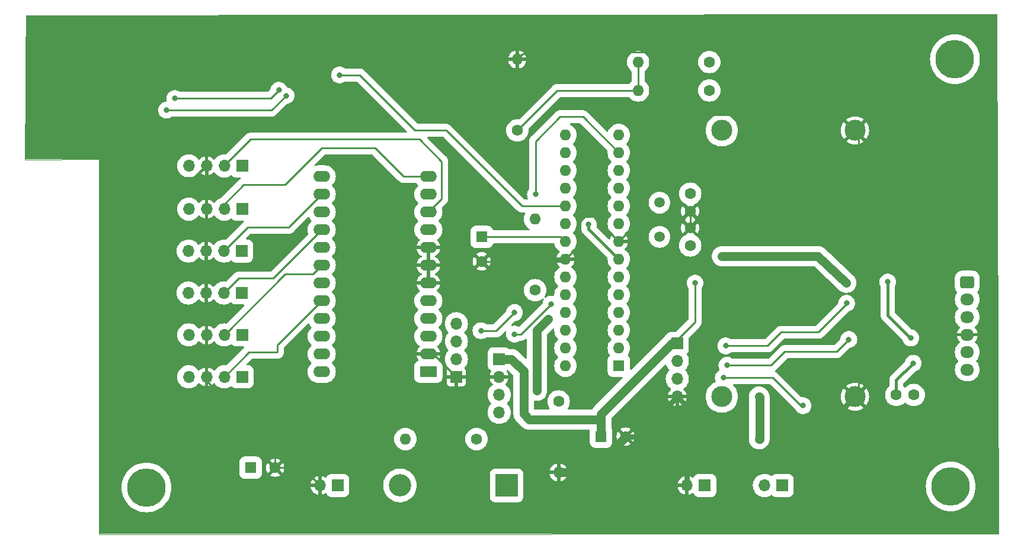
<source format=gbr>
%TF.GenerationSoftware,KiCad,Pcbnew,7.0.6*%
%TF.CreationDate,2023-12-22T09:50:53+07:00*%
%TF.ProjectId,incuTester,696e6375-5465-4737-9465-722e6b696361,rev?*%
%TF.SameCoordinates,Original*%
%TF.FileFunction,Copper,L2,Bot*%
%TF.FilePolarity,Positive*%
%FSLAX46Y46*%
G04 Gerber Fmt 4.6, Leading zero omitted, Abs format (unit mm)*
G04 Created by KiCad (PCBNEW 7.0.6) date 2023-12-22 09:50:53*
%MOMM*%
%LPD*%
G01*
G04 APERTURE LIST*
G04 Aperture macros list*
%AMRoundRect*
0 Rectangle with rounded corners*
0 $1 Rounding radius*
0 $2 $3 $4 $5 $6 $7 $8 $9 X,Y pos of 4 corners*
0 Add a 4 corners polygon primitive as box body*
4,1,4,$2,$3,$4,$5,$6,$7,$8,$9,$2,$3,0*
0 Add four circle primitives for the rounded corners*
1,1,$1+$1,$2,$3*
1,1,$1+$1,$4,$5*
1,1,$1+$1,$6,$7*
1,1,$1+$1,$8,$9*
0 Add four rect primitives between the rounded corners*
20,1,$1+$1,$2,$3,$4,$5,0*
20,1,$1+$1,$4,$5,$6,$7,0*
20,1,$1+$1,$6,$7,$8,$9,0*
20,1,$1+$1,$8,$9,$2,$3,0*%
G04 Aperture macros list end*
%TA.AperFunction,ComponentPad*%
%ADD10C,1.600000*%
%TD*%
%TA.AperFunction,ComponentPad*%
%ADD11O,1.600000X1.600000*%
%TD*%
%TA.AperFunction,ComponentPad*%
%ADD12R,1.700000X1.700000*%
%TD*%
%TA.AperFunction,ComponentPad*%
%ADD13O,1.700000X1.700000*%
%TD*%
%TA.AperFunction,ComponentPad*%
%ADD14C,3.000000*%
%TD*%
%TA.AperFunction,ComponentPad*%
%ADD15R,2.400000X1.600000*%
%TD*%
%TA.AperFunction,ComponentPad*%
%ADD16O,2.400000X1.600000*%
%TD*%
%TA.AperFunction,ComponentPad*%
%ADD17R,1.600000X1.600000*%
%TD*%
%TA.AperFunction,ComponentPad*%
%ADD18C,5.500000*%
%TD*%
%TA.AperFunction,ComponentPad*%
%ADD19R,3.200000X3.200000*%
%TD*%
%TA.AperFunction,ComponentPad*%
%ADD20O,3.200000X3.200000*%
%TD*%
%TA.AperFunction,ComponentPad*%
%ADD21C,1.500000*%
%TD*%
%TA.AperFunction,ComponentPad*%
%ADD22RoundRect,0.250000X-0.725000X0.600000X-0.725000X-0.600000X0.725000X-0.600000X0.725000X0.600000X0*%
%TD*%
%TA.AperFunction,ComponentPad*%
%ADD23O,1.950000X1.700000*%
%TD*%
%TA.AperFunction,ViaPad*%
%ADD24C,0.800000*%
%TD*%
%TA.AperFunction,Conductor*%
%ADD25C,0.400000*%
%TD*%
%TA.AperFunction,Conductor*%
%ADD26C,0.250000*%
%TD*%
%TA.AperFunction,Conductor*%
%ADD27C,0.800000*%
%TD*%
%TA.AperFunction,Conductor*%
%ADD28C,1.300000*%
%TD*%
%TA.AperFunction,Profile*%
%ADD29C,0.100000*%
%TD*%
G04 APERTURE END LIST*
D10*
%TO.P,R5,1*%
%TO.N,Net-(R3-Pad1)*%
X154940000Y-101600000D03*
D11*
%TO.P,R5,2*%
%TO.N,Net-(U2-PD7)*%
X154940000Y-91440000D03*
%TD*%
D12*
%TO.P,P2,1,Pin_1*%
%TO.N,Net-(D1-K)*%
X179197000Y-129540000D03*
D13*
%TO.P,P2,2,Pin_2*%
%TO.N,GND*%
X176657000Y-129540000D03*
%TD*%
D10*
%TO.P,R4,1*%
%TO.N,Net-(R3-Pad1)*%
X158300000Y-117520000D03*
D11*
%TO.P,R4,2*%
%TO.N,GND*%
X158300000Y-127680000D03*
%TD*%
D12*
%TO.P,J3,1,Pin_1*%
%TO.N,+5V*%
X149800000Y-111460000D03*
D13*
%TO.P,J3,2,Pin_2*%
%TO.N,GND*%
X149800000Y-114000000D03*
%TO.P,J3,3,Pin_3*%
%TO.N,Net-(J3-Pin_3)*%
X149800000Y-116540000D03*
%TO.P,J3,4,Pin_4*%
%TO.N,Net-(J3-Pin_4)*%
X149800000Y-119080000D03*
%TD*%
D10*
%TO.P,R1,1*%
%TO.N,Net-(J1-Pin_1)*%
X179832000Y-68961000D03*
D11*
%TO.P,R1,2*%
%TO.N,Net-(R1-Pad2)*%
X169672000Y-68961000D03*
%TD*%
D12*
%TO.P,J1,1,Pin_1*%
%TO.N,Net-(J1-Pin_1)*%
X190246000Y-129540000D03*
D13*
%TO.P,J1,2,Pin_2*%
%TO.N,Net-(D1-K)*%
X187706000Y-129540000D03*
%TD*%
D10*
%TO.P,C_Rst,1*%
%TO.N,RST*%
X206550000Y-116600000D03*
%TO.P,C_Rst,2*%
%TO.N,CRst_1*%
X209050000Y-116600000D03*
%TD*%
D12*
%TO.P,J7,1,Pin_1*%
%TO.N,Net-(J7-Pin_1)*%
X113020000Y-96000000D03*
D13*
%TO.P,J7,2,Pin_2*%
%TO.N,Net-(J7-Pin_2)*%
X110480000Y-96000000D03*
%TO.P,J7,3,Pin_3*%
%TO.N,GND*%
X107940000Y-96000000D03*
%TO.P,J7,4,Pin_4*%
%TO.N,3v3*%
X105400000Y-96000000D03*
%TD*%
D12*
%TO.P,J9,1,Pin_1*%
%TO.N,Net-(J9-Pin_1)*%
X113080000Y-108000000D03*
D13*
%TO.P,J9,2,Pin_2*%
%TO.N,Net-(J9-Pin_2)*%
X110540000Y-108000000D03*
%TO.P,J9,3,Pin_3*%
%TO.N,GND*%
X108000000Y-108000000D03*
%TO.P,J9,4,Pin_4*%
%TO.N,3v3*%
X105460000Y-108000000D03*
%TD*%
D14*
%TO.P,U1,1,+IN*%
%TO.N,Net-(J1-Pin_1)*%
X181610000Y-116840000D03*
%TO.P,U1,2,-IN*%
%TO.N,GND*%
X200660000Y-116840000D03*
%TO.P,U1,3,+5V*%
%TO.N,+5V*%
X181610000Y-78740000D03*
%TO.P,U1,4,GND*%
%TO.N,GND*%
X200660000Y-78740000D03*
%TD*%
D15*
%TO.P,U4,1,VCC*%
%TO.N,3v3*%
X139700000Y-113281000D03*
D16*
%TO.P,U4,2,GND*%
%TO.N,GND*%
X139700000Y-110741000D03*
%TO.P,U4,3,SDA*%
%TO.N,Net-(U2-PC4)*%
X139700000Y-108201000D03*
%TO.P,U4,4,SCL*%
%TO.N,Net-(U2-PC5)*%
X139700000Y-105661000D03*
%TO.P,U4,5,RESET*%
%TO.N,unconnected-(U4-RESET-Pad5)*%
X139700000Y-103121000D03*
%TO.P,U4,6,A0*%
%TO.N,GND*%
X139700000Y-100581000D03*
%TO.P,U4,7,A1*%
X139700000Y-98041000D03*
%TO.P,U4,8,A2*%
X139700000Y-95501000D03*
%TO.P,U4,9,SD0*%
%TO.N,Net-(J5-Pin_1)*%
X139700000Y-92961000D03*
%TO.P,U4,10,SC0*%
%TO.N,Net-(J5-Pin_2)*%
X139700000Y-90421000D03*
%TO.P,U4,11,SD1*%
%TO.N,Net-(J6-Pin_1)*%
X139700000Y-87881000D03*
%TO.P,U4,12,SC1*%
%TO.N,Net-(J6-Pin_2)*%
X139700000Y-85341000D03*
%TO.P,U4,13,SD2*%
%TO.N,Net-(J7-Pin_1)*%
X124460000Y-85341000D03*
%TO.P,U4,14,SC2*%
%TO.N,Net-(J7-Pin_2)*%
X124460000Y-87881000D03*
%TO.P,U4,15,SD3*%
%TO.N,Net-(J8-Pin_1)*%
X124460000Y-90421000D03*
%TO.P,U4,16,SC3*%
%TO.N,Net-(J8-Pin_2)*%
X124460000Y-92961000D03*
%TO.P,U4,17,SD4*%
%TO.N,Net-(J9-Pin_1)*%
X124460000Y-95501000D03*
%TO.P,U4,18,SC4*%
%TO.N,Net-(J9-Pin_2)*%
X124460000Y-98041000D03*
%TO.P,U4,19,SD5*%
%TO.N,Net-(J10-Pin_1)*%
X124460000Y-100581000D03*
%TO.P,U4,20,SC5*%
%TO.N,Net-(J10-Pin_2)*%
X124460000Y-103121000D03*
%TO.P,U4,21,SD6*%
%TO.N,unconnected-(U4-SD6-Pad21)*%
X124460000Y-105661000D03*
%TO.P,U4,22,SC6*%
%TO.N,unconnected-(U4-SC6-Pad22)*%
X124460000Y-108201000D03*
%TO.P,U4,23,SD7*%
%TO.N,unconnected-(U4-SD7-Pad23)*%
X124460000Y-110741000D03*
%TO.P,U4,24,SC7*%
%TO.N,unconnected-(U4-SC7-Pad24)*%
X124460000Y-113281000D03*
%TD*%
D17*
%TO.P,U2,1,~{RESET}/PC6*%
%TO.N,RST*%
X166904000Y-112416000D03*
D11*
%TO.P,U2,2,PD0*%
%TO.N,Net-(J2-Pin_3)*%
X166904000Y-109876000D03*
%TO.P,U2,3,PD1*%
%TO.N,Net-(J2-Pin_2)*%
X166904000Y-107336000D03*
%TO.P,U2,4,PD2*%
%TO.N,unconnected-(U2-PD2-Pad4)*%
X166904000Y-104796000D03*
%TO.P,U2,5,PD3*%
%TO.N,unconnected-(U2-PD3-Pad5)*%
X166904000Y-102256000D03*
%TO.P,U2,6,PD4*%
%TO.N,unconnected-(U2-PD4-Pad6)*%
X166904000Y-99716000D03*
%TO.P,U2,7,VCC*%
%TO.N,+5V*%
X166904000Y-97176000D03*
%TO.P,U2,8,GND*%
%TO.N,GND*%
X166904000Y-94636000D03*
%TO.P,U2,9,XTAL1/PB6*%
%TO.N,Net-(U2-XTAL1{slash}PB6)*%
X166904000Y-92096000D03*
%TO.P,U2,10,XTAL2/PB7*%
%TO.N,Net-(U2-XTAL2{slash}PB7)*%
X166904000Y-89556000D03*
%TO.P,U2,11,PD5*%
%TO.N,unconnected-(U2-PD5-Pad11)*%
X166904000Y-87016000D03*
%TO.P,U2,12,PD6*%
%TO.N,unconnected-(U2-PD6-Pad12)*%
X166904000Y-84476000D03*
%TO.P,U2,13,PD7*%
%TO.N,Net-(U2-PD7)*%
X166904000Y-81936000D03*
%TO.P,U2,14,PB0*%
%TO.N,unconnected-(U2-PB0-Pad14)*%
X166904000Y-79396000D03*
%TO.P,U2,15,PB1*%
%TO.N,unconnected-(U2-PB1-Pad15)*%
X159284000Y-79396000D03*
%TO.P,U2,16,PB2*%
%TO.N,/CS*%
X159284000Y-81936000D03*
%TO.P,U2,17,PB3*%
%TO.N,/MOSI*%
X159284000Y-84476000D03*
%TO.P,U2,18,PB4*%
%TO.N,/MISO*%
X159284000Y-87016000D03*
%TO.P,U2,19,PB5*%
%TO.N,/SCLK*%
X159284000Y-89556000D03*
%TO.P,U2,20,AVCC*%
%TO.N,+5V*%
X159284000Y-92096000D03*
%TO.P,U2,21,AREF*%
%TO.N,Net-(U2-AREF)*%
X159284000Y-94636000D03*
%TO.P,U2,22,GND*%
%TO.N,GND*%
X159284000Y-97176000D03*
%TO.P,U2,23,PC0*%
%TO.N,Net-(U2-PC0)*%
X159284000Y-99716000D03*
%TO.P,U2,24,PC1*%
%TO.N,Net-(J3-Pin_3)*%
X159284000Y-102256000D03*
%TO.P,U2,25,PC2*%
%TO.N,Net-(J3-Pin_4)*%
X159284000Y-104796000D03*
%TO.P,U2,26,PC3*%
%TO.N,unconnected-(U2-PC3-Pad26)*%
X159284000Y-107336000D03*
%TO.P,U2,27,PC4*%
%TO.N,Net-(U2-PC4)*%
X159284000Y-109876000D03*
%TO.P,U2,28,PC5*%
%TO.N,Net-(U2-PC5)*%
X159284000Y-112416000D03*
%TD*%
D18*
%TO.P,,1*%
%TO.N,N/C*%
X99420000Y-129820000D03*
%TD*%
D10*
%TO.P,C1,2*%
%TO.N,GND*%
X147320000Y-97480000D03*
D17*
%TO.P,C1,1*%
%TO.N,Net-(U2-AREF)*%
X147320000Y-93980000D03*
%TD*%
D12*
%TO.P,J2,1,Pin_1*%
%TO.N,+5V*%
X175260000Y-109220000D03*
D13*
%TO.P,J2,2,Pin_2*%
%TO.N,Net-(J2-Pin_2)*%
X175260000Y-111760000D03*
%TO.P,J2,3,Pin_3*%
%TO.N,Net-(J2-Pin_3)*%
X175260000Y-114300000D03*
%TO.P,J2,4,Pin_4*%
%TO.N,GND*%
X175260000Y-116840000D03*
%TD*%
D12*
%TO.P,P1,1,Pin_1*%
%TO.N,Net-(D1-A)*%
X126746000Y-129540000D03*
D13*
%TO.P,P1,2,Pin_2*%
%TO.N,GND*%
X124206000Y-129540000D03*
%TD*%
D12*
%TO.P,J5,1,Pin_1*%
%TO.N,Net-(J5-Pin_1)*%
X113080000Y-83820000D03*
D13*
%TO.P,J5,2,Pin_2*%
%TO.N,Net-(J5-Pin_2)*%
X110540000Y-83820000D03*
%TO.P,J5,3,Pin_3*%
%TO.N,GND*%
X108000000Y-83820000D03*
%TO.P,J5,4,Pin_4*%
%TO.N,3v3*%
X105460000Y-83820000D03*
%TD*%
D19*
%TO.P,D1,1,K*%
%TO.N,Net-(D1-K)*%
X150876000Y-129540000D03*
D20*
%TO.P,D1,2,A*%
%TO.N,Net-(D1-A)*%
X135636000Y-129540000D03*
%TD*%
D12*
%TO.P,J10,1,Pin_1*%
%TO.N,Net-(J10-Pin_1)*%
X113080000Y-114000000D03*
D13*
%TO.P,J10,2,Pin_2*%
%TO.N,Net-(J10-Pin_2)*%
X110540000Y-114000000D03*
%TO.P,J10,3,Pin_3*%
%TO.N,GND*%
X108000000Y-114000000D03*
%TO.P,J10,4,Pin_4*%
%TO.N,3v3*%
X105460000Y-114000000D03*
%TD*%
D12*
%TO.P,J8,1,Pin_1*%
%TO.N,Net-(J8-Pin_1)*%
X113020000Y-102000000D03*
D13*
%TO.P,J8,2,Pin_2*%
%TO.N,Net-(J8-Pin_2)*%
X110480000Y-102000000D03*
%TO.P,J8,3,Pin_3*%
%TO.N,GND*%
X107940000Y-102000000D03*
%TO.P,J8,4,Pin_4*%
%TO.N,3v3*%
X105400000Y-102000000D03*
%TD*%
D18*
%TO.P,REF\u002A\u002A,1*%
%TO.N,N/C*%
X214330000Y-129680000D03*
%TD*%
D10*
%TO.P,R2,1*%
%TO.N,Net-(R1-Pad2)*%
X152400000Y-78740000D03*
D11*
%TO.P,R2,2*%
%TO.N,GND*%
X152400000Y-68580000D03*
%TD*%
D10*
%TO.P,R6,1*%
%TO.N,Net-(U2-PC0)*%
X179832000Y-73025000D03*
D11*
%TO.P,R6,2*%
%TO.N,Net-(R1-Pad2)*%
X169672000Y-73025000D03*
%TD*%
D17*
%TO.P,C3,1*%
%TO.N,3v3*%
X114300000Y-127000000D03*
D10*
%TO.P,C3,2*%
%TO.N,GND*%
X117800000Y-127000000D03*
%TD*%
%TO.P,C5,1*%
%TO.N,Net-(U2-XTAL2{slash}PB7)*%
X177100000Y-87800000D03*
%TO.P,C5,2*%
%TO.N,GND*%
X177100000Y-90300000D03*
%TD*%
%TO.P,C4,1*%
%TO.N,Net-(U2-XTAL1{slash}PB6)*%
X177100000Y-95200000D03*
%TO.P,C4,2*%
%TO.N,GND*%
X177100000Y-92700000D03*
%TD*%
D21*
%TO.P,X1,1,1*%
%TO.N,Net-(U2-XTAL1{slash}PB6)*%
X172720000Y-93980000D03*
%TO.P,X1,2,2*%
%TO.N,Net-(U2-XTAL2{slash}PB7)*%
X172720000Y-89080000D03*
%TD*%
D12*
%TO.P,i2C1,1,Pin_1*%
%TO.N,GND*%
X143700000Y-114020000D03*
D13*
%TO.P,i2C1,2,Pin_2*%
%TO.N,+5V*%
X143700000Y-111480000D03*
%TO.P,i2C1,3,Pin_3*%
%TO.N,Net-(U2-PC4)*%
X143700000Y-108940000D03*
%TO.P,i2C1,4,Pin_4*%
%TO.N,Net-(U2-PC5)*%
X143700000Y-106400000D03*
%TD*%
D12*
%TO.P,J6,1,Pin_1*%
%TO.N,Net-(J6-Pin_1)*%
X113080000Y-90000000D03*
D13*
%TO.P,J6,2,Pin_2*%
%TO.N,Net-(J6-Pin_2)*%
X110540000Y-90000000D03*
%TO.P,J6,3,Pin_3*%
%TO.N,GND*%
X108000000Y-90000000D03*
%TO.P,J6,4,Pin_4*%
%TO.N,3v3*%
X105460000Y-90000000D03*
%TD*%
D17*
%TO.P,C2,1*%
%TO.N,+5V*%
X164378000Y-122555000D03*
D10*
%TO.P,C2,2*%
%TO.N,GND*%
X167878000Y-122555000D03*
%TD*%
%TO.P,R3,1*%
%TO.N,Net-(R3-Pad1)*%
X146580000Y-122900000D03*
D11*
%TO.P,R3,2*%
%TO.N,Net-(D1-A)*%
X136420000Y-122900000D03*
%TD*%
D22*
%TO.P,REF\u002A\u002A,1*%
%TO.N,+5V*%
X216700000Y-100470000D03*
D23*
%TO.P,REF\u002A\u002A,2*%
%TO.N,Net-(J2-Pin_2)*%
X216700000Y-102970000D03*
%TO.P,REF\u002A\u002A,3*%
%TO.N,Net-(J2-Pin_3)*%
X216700000Y-105470000D03*
%TO.P,REF\u002A\u002A,4*%
%TO.N,GND*%
X216700000Y-107970000D03*
%TO.P,REF\u002A\u002A,5*%
%TO.N,N/C*%
X216700000Y-110470000D03*
%TO.P,REF\u002A\u002A,6*%
%TO.N,CRst_1*%
X216700000Y-112970000D03*
%TD*%
D18*
%TO.P,,1*%
%TO.N,N/C*%
X214930000Y-68560000D03*
%TD*%
D24*
%TO.N,RST*%
X208980000Y-112050000D03*
%TO.N,+5V*%
X208630000Y-108450000D03*
X205330000Y-100430000D03*
%TO.N,GND*%
X219600000Y-109000000D03*
X154300000Y-68300000D03*
X144600000Y-64400000D03*
X219600000Y-106500000D03*
X120900000Y-125900000D03*
X147400000Y-88100000D03*
X96300000Y-97100000D03*
X100900000Y-77800000D03*
X144900000Y-86700000D03*
X174200000Y-105600000D03*
X219600000Y-107800000D03*
X133400000Y-120200000D03*
X146000000Y-64300000D03*
X101511331Y-84972710D03*
X108200000Y-93500000D03*
X198000000Y-116000000D03*
X169300000Y-93400000D03*
X154400000Y-69400000D03*
X107300000Y-86300000D03*
X201500000Y-113800000D03*
X121300000Y-124500000D03*
X172100000Y-118500000D03*
X191000000Y-67200000D03*
X173400000Y-104900000D03*
X162800000Y-98700000D03*
X174200000Y-128100000D03*
X142900000Y-99300000D03*
X201600000Y-124300000D03*
X174200000Y-131000000D03*
X179700000Y-95200000D03*
X108000000Y-87100000D03*
X199600000Y-81900000D03*
X120100000Y-124700000D03*
X202500000Y-121200000D03*
X150300000Y-69300000D03*
X174200000Y-129500000D03*
X134000000Y-118900000D03*
X175100000Y-127100000D03*
X147700000Y-67200000D03*
X108700000Y-111100000D03*
X179600000Y-96600000D03*
X108100000Y-105200000D03*
X168800000Y-94400000D03*
X135500000Y-118600000D03*
X106200000Y-124100000D03*
X200400000Y-124600000D03*
X194800000Y-70300000D03*
X109600000Y-125200000D03*
X121500000Y-77700000D03*
X120500000Y-123400000D03*
X198400000Y-80900000D03*
X107300000Y-98700000D03*
X187900000Y-132200000D03*
X96200000Y-89900000D03*
X150500000Y-82100000D03*
X108000000Y-116500000D03*
X204000000Y-77900000D03*
X96100000Y-86200000D03*
X191400000Y-70200000D03*
X177900000Y-115600000D03*
X204000000Y-80300000D03*
X197800000Y-78000000D03*
X185500000Y-132200000D03*
X103300000Y-66800000D03*
X144100000Y-99300000D03*
X200000000Y-113800000D03*
X107300000Y-104800000D03*
X204000000Y-76500000D03*
X96200000Y-89900000D03*
X177800000Y-117300000D03*
X96300000Y-93300000D03*
X219600000Y-105300000D03*
X180100000Y-94300000D03*
X111100000Y-125300000D03*
X202600000Y-123300000D03*
X143000000Y-100500000D03*
X101500000Y-66800000D03*
X172400000Y-117200000D03*
X124100000Y-77700000D03*
X181500000Y-98900000D03*
X109300000Y-116600000D03*
X204000000Y-79000000D03*
X198800000Y-114700000D03*
X186700000Y-132200000D03*
X107600000Y-79900000D03*
X150300000Y-67900000D03*
X144300000Y-100500000D03*
X120900000Y-125900000D03*
X108200000Y-124400000D03*
X198000000Y-79700000D03*
X194400000Y-67200000D03*
X106900000Y-80800000D03*
X107400000Y-110800000D03*
X107300000Y-92900000D03*
X147700000Y-65400000D03*
X108300000Y-99200000D03*
X152600000Y-84600000D03*
%TO.N,+5V*%
X181640000Y-96740000D03*
X162560000Y-92202000D03*
X177800000Y-100584000D03*
X199410000Y-100540000D03*
%TO.N,Net-(U2-PC4)*%
X147200000Y-107400000D03*
X152000000Y-104800000D03*
%TO.N,Net-(J1-Pin_1)*%
X186944000Y-116840000D03*
X186944000Y-123190000D03*
%TO.N,Net-(J2-Pin_2)*%
X182190000Y-109570000D03*
X199450000Y-103470000D03*
%TO.N,Net-(J2-Pin_3)*%
X199760000Y-108660000D03*
X182350000Y-112340000D03*
%TO.N,Net-(J3-Pin_3)*%
X157200000Y-103600000D03*
X152000000Y-107900000D03*
%TO.N,/CS*%
X119350000Y-73770000D03*
X102280000Y-75850000D03*
%TO.N,/MOSI*%
X103460000Y-74170000D03*
X118330000Y-72990000D03*
%TO.N,/SCLK*%
X127000000Y-70815500D03*
%TO.N,Net-(U2-PD7)*%
X155000000Y-87900000D03*
%TO.N,Net-(R3-Pad1)*%
X156800000Y-105700000D03*
X155200000Y-116000000D03*
%TO.N,RST*%
X193220000Y-118120000D03*
X181830000Y-114120000D03*
%TD*%
D25*
%TO.N,+5V*%
X205330000Y-100430000D02*
X205330000Y-105200000D01*
X205330000Y-105200000D02*
X208580000Y-108450000D01*
D26*
X208630000Y-108450000D02*
X208630000Y-108500000D01*
X208630000Y-108500000D02*
X208530000Y-108400000D01*
X208580000Y-108450000D02*
X208630000Y-108450000D01*
D25*
%TO.N,RST*%
X208980000Y-112050000D02*
X206550000Y-114480000D01*
D26*
X208980000Y-112050000D02*
X209050000Y-112120000D01*
%TO.N,GND*%
X107870000Y-111270000D02*
X107870000Y-114474000D01*
D25*
X102138621Y-85600000D02*
X106160000Y-85600000D01*
D26*
X168700000Y-92840000D02*
X168700000Y-80220000D01*
X108010000Y-91440000D02*
X108010000Y-87689000D01*
D27*
X176657000Y-129540000D02*
X176657000Y-127743000D01*
D26*
X107870000Y-105430000D02*
X107870000Y-110330000D01*
X166904000Y-94636000D02*
X168700000Y-92840000D01*
D27*
X176657000Y-127743000D02*
X179419000Y-124981000D01*
D26*
X107940000Y-101600000D02*
X107870000Y-101670000D01*
X158980000Y-97480000D02*
X159284000Y-97176000D01*
X121666000Y-127000000D02*
X124206000Y-129540000D01*
X107940000Y-83820000D02*
X108010000Y-83890000D01*
D25*
X101538621Y-85000000D02*
X102138621Y-85600000D01*
D26*
X139700000Y-98041000D02*
X139700000Y-95501000D01*
D28*
X162753000Y-127680000D02*
X167878000Y-122555000D01*
D26*
X107940000Y-98840000D02*
X107940000Y-96520000D01*
X162100000Y-91100000D02*
X163400000Y-91100000D01*
X170180000Y-78740000D02*
X172420000Y-76500000D01*
X163400000Y-91100000D02*
X163400000Y-91132000D01*
X171300000Y-77620000D02*
X170180000Y-78740000D01*
X147320000Y-97480000D02*
X158980000Y-97480000D01*
D27*
X192519000Y-124981000D02*
X200660000Y-116840000D01*
D26*
X108010000Y-87110000D02*
X108000000Y-87100000D01*
X108010000Y-87689000D02*
X108010000Y-87110000D01*
D27*
X169545000Y-122555000D02*
X175260000Y-116840000D01*
D26*
X107940000Y-101600000D02*
X107940000Y-99560000D01*
X171300000Y-68200000D02*
X171300000Y-77620000D01*
D27*
X176657000Y-118237000D02*
X176657000Y-129540000D01*
D26*
X152400000Y-68580000D02*
X153144000Y-67836000D01*
X201200000Y-116300000D02*
X200660000Y-116840000D01*
X163400000Y-91132000D02*
X166904000Y-94636000D01*
D27*
X167878000Y-122555000D02*
X169545000Y-122555000D01*
D26*
X198420000Y-76500000D02*
X200660000Y-78740000D01*
X152400000Y-68580000D02*
X151780000Y-68580000D01*
X154300000Y-68300000D02*
X155100000Y-67500000D01*
X140421000Y-110741000D02*
X143700000Y-114020000D01*
X172420000Y-76500000D02*
X198420000Y-76500000D01*
X101511331Y-84972710D02*
X101538621Y-85000000D01*
X107870000Y-110330000D02*
X107400000Y-110800000D01*
X153144000Y-67836000D02*
X153836000Y-67836000D01*
X107940000Y-93240000D02*
X107940000Y-91510000D01*
X108100000Y-105200000D02*
X107870000Y-105430000D01*
X177100000Y-90300000D02*
X177100000Y-92700000D01*
X109300000Y-116600000D02*
X109996000Y-116600000D01*
X107400000Y-110800000D02*
X107870000Y-111270000D01*
X108300000Y-99200000D02*
X107940000Y-98840000D01*
X108010000Y-87090000D02*
X108000000Y-87100000D01*
X161400000Y-91800000D02*
X162100000Y-91100000D01*
D27*
X175260000Y-116840000D02*
X176657000Y-118237000D01*
D26*
X201200000Y-79280000D02*
X201200000Y-116300000D01*
X168700000Y-80220000D02*
X170180000Y-78740000D01*
X107870000Y-101670000D02*
X107870000Y-104970000D01*
X107940000Y-91510000D02*
X108010000Y-91440000D01*
X149780000Y-114020000D02*
X149800000Y-114000000D01*
X107940000Y-99560000D02*
X108300000Y-99200000D01*
X139700000Y-100581000D02*
X139700000Y-98041000D01*
X117800000Y-127000000D02*
X121666000Y-127000000D01*
X109996000Y-116600000D02*
X117800000Y-124404000D01*
X139700000Y-110741000D02*
X140421000Y-110741000D01*
X161400000Y-95060000D02*
X161400000Y-91800000D01*
X159284000Y-97176000D02*
X161400000Y-95060000D01*
X153836000Y-67836000D02*
X154300000Y-68300000D01*
X107940000Y-96520000D02*
X107940000Y-93760000D01*
D27*
X179419000Y-124981000D02*
X192519000Y-124981000D01*
D26*
X143700000Y-114020000D02*
X149780000Y-114020000D01*
X117800000Y-124404000D02*
X117800000Y-127000000D01*
X108200000Y-93500000D02*
X107940000Y-93240000D01*
D25*
X108010000Y-83890000D02*
X108010000Y-87090000D01*
D28*
X158300000Y-127680000D02*
X162753000Y-127680000D01*
D26*
X107870000Y-104970000D02*
X108100000Y-105200000D01*
X145341000Y-95501000D02*
X147320000Y-97480000D01*
X139700000Y-95501000D02*
X145341000Y-95501000D01*
X155100000Y-67500000D02*
X170600000Y-67500000D01*
X109300000Y-115904000D02*
X109300000Y-116600000D01*
X107940000Y-93760000D02*
X108200000Y-93500000D01*
X200660000Y-78740000D02*
X201200000Y-79280000D01*
D25*
X106160000Y-85600000D02*
X107940000Y-83820000D01*
D26*
X107870000Y-114474000D02*
X109300000Y-115904000D01*
X170600000Y-67500000D02*
X171300000Y-68200000D01*
D28*
%TO.N,+5V*%
X181640000Y-96740000D02*
X195370000Y-96740000D01*
X174480000Y-109220000D02*
X164378000Y-119322000D01*
X164378000Y-119322000D02*
X164378000Y-120102000D01*
X153300000Y-113200000D02*
X153300000Y-119300000D01*
X154102000Y-120102000D02*
X164378000Y-120102000D01*
D25*
X162560000Y-92202000D02*
X162560000Y-92832000D01*
D28*
X164378000Y-120102000D02*
X164378000Y-122555000D01*
X175260000Y-109220000D02*
X174480000Y-109220000D01*
X151560000Y-111460000D02*
X153300000Y-113200000D01*
D26*
X177800000Y-100584000D02*
X177800000Y-106172000D01*
X199410000Y-100540000D02*
X199210000Y-100580000D01*
D25*
X162560000Y-92832000D02*
X166904000Y-97176000D01*
D28*
X153300000Y-119300000D02*
X154102000Y-120102000D01*
X149800000Y-111460000D02*
X151560000Y-111460000D01*
X195370000Y-96740000D02*
X199410000Y-100540000D01*
D26*
X177800000Y-106172000D02*
X175260000Y-108712000D01*
%TO.N,Net-(U2-AREF)*%
X147320000Y-93980000D02*
X158628000Y-93980000D01*
X158628000Y-93980000D02*
X159284000Y-94636000D01*
%TO.N,Net-(U2-PC4)*%
X149400000Y-107400000D02*
X147200000Y-107400000D01*
X152000000Y-104800000D02*
X149400000Y-107400000D01*
D28*
%TO.N,Net-(J1-Pin_1)*%
X186998000Y-116894000D02*
X186998000Y-122882000D01*
X186998000Y-122882000D02*
X186944000Y-122936000D01*
X186944000Y-116840000D02*
X186998000Y-116894000D01*
D26*
%TO.N,Net-(J2-Pin_2)*%
X195415000Y-107630000D02*
X199420000Y-103625000D01*
X190110000Y-107630000D02*
X195415000Y-107630000D01*
X188170000Y-109570000D02*
X190110000Y-107630000D01*
X199420000Y-103625000D02*
X199420000Y-103495000D01*
X182190000Y-109570000D02*
X188170000Y-109570000D01*
%TO.N,Net-(J2-Pin_3)*%
X199770000Y-108660000D02*
X199690000Y-108740000D01*
X198030000Y-110400000D02*
X199760000Y-108670000D01*
X199760000Y-108660000D02*
X199770000Y-108660000D01*
X199760000Y-108670000D02*
X199760000Y-108660000D01*
X190620000Y-110400000D02*
X198030000Y-110400000D01*
X188680000Y-112340000D02*
X190620000Y-110400000D01*
X182350000Y-112340000D02*
X188680000Y-112340000D01*
%TO.N,Net-(J3-Pin_3)*%
X152900000Y-107900000D02*
X157200000Y-103600000D01*
X152000000Y-107900000D02*
X152900000Y-107900000D01*
%TO.N,/CS*%
X117270000Y-75850000D02*
X119350000Y-73770000D01*
X102280000Y-75850000D02*
X117270000Y-75850000D01*
%TO.N,/MOSI*%
X103460000Y-74170000D02*
X117150000Y-74170000D01*
X117150000Y-74170000D02*
X118330000Y-72990000D01*
%TO.N,/SCLK*%
X153056000Y-89556000D02*
X159284000Y-89556000D01*
X127000000Y-70815500D02*
X129871896Y-70815500D01*
X137796396Y-78740000D02*
X142240000Y-78740000D01*
X129871896Y-70815500D02*
X137796396Y-78740000D01*
X142240000Y-78740000D02*
X153056000Y-89556000D01*
%TO.N,Net-(J5-Pin_2)*%
X141600000Y-88521000D02*
X139700000Y-90421000D01*
X141600000Y-83180000D02*
X141600000Y-88521000D01*
X138420000Y-80000000D02*
X141600000Y-83180000D01*
X110480000Y-83820000D02*
X114300000Y-80000000D01*
X114300000Y-80000000D02*
X138420000Y-80000000D01*
%TO.N,Net-(J6-Pin_2)*%
X113286000Y-86514000D02*
X110540000Y-89260000D01*
X132080000Y-81280000D02*
X124460000Y-81280000D01*
X110540000Y-89260000D02*
X110540000Y-90000000D01*
X139700000Y-85341000D02*
X136141000Y-85341000D01*
X136141000Y-85341000D02*
X132080000Y-81280000D01*
X119226000Y-86514000D02*
X113286000Y-86514000D01*
X124460000Y-81280000D02*
X119226000Y-86514000D01*
%TO.N,Net-(J7-Pin_2)*%
X119800000Y-92600000D02*
X119800000Y-92541000D01*
X119800000Y-92541000D02*
X124460000Y-87881000D01*
X113880000Y-92600000D02*
X119800000Y-92600000D01*
X110480000Y-96000000D02*
X113880000Y-92600000D01*
%TO.N,Net-(J8-Pin_2)*%
X110480000Y-102000000D02*
X112580000Y-99900000D01*
X112580000Y-99900000D02*
X117521000Y-99900000D01*
X117521000Y-99900000D02*
X124460000Y-92961000D01*
%TO.N,Net-(J9-Pin_2)*%
X123187000Y-99314000D02*
X119226000Y-99314000D01*
X123187000Y-99314000D02*
X124460000Y-98041000D01*
X119226000Y-99314000D02*
X110540000Y-108000000D01*
%TO.N,Net-(J10-Pin_2)*%
X114040000Y-110500000D02*
X118100000Y-110500000D01*
X110540000Y-114000000D02*
X114040000Y-110500000D01*
X118100000Y-110500000D02*
X118100000Y-109481000D01*
X118100000Y-109481000D02*
X124460000Y-103121000D01*
%TO.N,Net-(U2-PD7)*%
X155000000Y-80300000D02*
X155000000Y-87900000D01*
X161768000Y-76800000D02*
X158500000Y-76800000D01*
X155000000Y-87900000D02*
X155000000Y-87800000D01*
X158500000Y-76800000D02*
X155000000Y-80300000D01*
X166904000Y-81936000D02*
X161768000Y-76800000D01*
%TO.N,Net-(R1-Pad2)*%
X158115000Y-73025000D02*
X169672000Y-73025000D01*
X169672000Y-73025000D02*
X169672000Y-68961000D01*
X152400000Y-78740000D02*
X158115000Y-73025000D01*
D28*
%TO.N,Net-(R3-Pad1)*%
X155200000Y-107300000D02*
X156800000Y-105700000D01*
X155200000Y-116000000D02*
X155200000Y-107300000D01*
D26*
%TO.N,RST*%
X181830000Y-114120000D02*
X188880000Y-114120000D01*
D25*
X206550000Y-114480000D02*
X206550000Y-116600000D01*
D26*
X193220000Y-118120000D02*
X193260000Y-118160000D01*
X192920000Y-118160000D02*
X193220000Y-118120000D01*
X188880000Y-114120000D02*
X192920000Y-118160000D01*
%TD*%
%TA.AperFunction,Conductor*%
%TO.N,GND*%
G36*
X161400322Y-77745185D02*
G01*
X161420964Y-77761819D01*
X165279768Y-81620623D01*
X165313253Y-81681946D01*
X165315705Y-81718033D01*
X165298551Y-81935999D01*
X165318317Y-82187151D01*
X165377126Y-82432110D01*
X165473533Y-82664859D01*
X165605160Y-82879653D01*
X165605161Y-82879656D01*
X165768774Y-83071222D01*
X165768776Y-83071224D01*
X165816179Y-83111710D01*
X165854371Y-83170215D01*
X165854871Y-83240083D01*
X165817517Y-83299129D01*
X165816180Y-83300288D01*
X165768777Y-83340775D01*
X165605161Y-83532343D01*
X165605160Y-83532346D01*
X165473533Y-83747140D01*
X165377126Y-83979889D01*
X165318317Y-84224848D01*
X165298551Y-84476000D01*
X165318317Y-84727151D01*
X165377126Y-84972110D01*
X165473533Y-85204859D01*
X165605160Y-85419653D01*
X165605161Y-85419656D01*
X165660604Y-85484571D01*
X165768776Y-85611224D01*
X165786435Y-85626306D01*
X165816179Y-85651710D01*
X165854372Y-85710217D01*
X165854870Y-85780085D01*
X165817516Y-85839131D01*
X165816179Y-85840290D01*
X165768776Y-85880776D01*
X165605161Y-86072343D01*
X165605160Y-86072346D01*
X165473533Y-86287140D01*
X165377126Y-86519889D01*
X165318317Y-86764848D01*
X165298551Y-87016000D01*
X165318317Y-87267151D01*
X165377126Y-87512110D01*
X165473533Y-87744859D01*
X165605160Y-87959653D01*
X165605161Y-87959656D01*
X165660604Y-88024571D01*
X165768776Y-88151224D01*
X165785873Y-88165826D01*
X165816179Y-88191710D01*
X165854372Y-88250217D01*
X165854870Y-88320085D01*
X165817516Y-88379131D01*
X165816186Y-88380283D01*
X165806092Y-88388905D01*
X165768776Y-88420776D01*
X165605161Y-88612343D01*
X165605160Y-88612346D01*
X165473533Y-88827140D01*
X165377126Y-89059889D01*
X165318317Y-89304848D01*
X165298551Y-89556000D01*
X165318317Y-89807151D01*
X165377126Y-90052110D01*
X165473533Y-90284859D01*
X165605160Y-90499653D01*
X165605161Y-90499656D01*
X165605164Y-90499659D01*
X165768776Y-90691224D01*
X165792095Y-90711140D01*
X165816179Y-90731710D01*
X165854372Y-90790217D01*
X165854870Y-90860085D01*
X165817516Y-90919131D01*
X165816179Y-90920290D01*
X165768776Y-90960776D01*
X165605161Y-91152343D01*
X165605160Y-91152346D01*
X165473533Y-91367140D01*
X165377126Y-91599889D01*
X165318317Y-91844848D01*
X165298551Y-92096000D01*
X165318317Y-92347151D01*
X165377126Y-92592110D01*
X165473533Y-92824859D01*
X165605160Y-93039653D01*
X165605161Y-93039656D01*
X165628697Y-93067213D01*
X165768776Y-93231224D01*
X165960341Y-93394836D01*
X166040974Y-93444248D01*
X166087849Y-93496059D01*
X166099272Y-93564989D01*
X166071615Y-93629151D01*
X166063866Y-93637656D01*
X165904339Y-93797183D01*
X165773865Y-93983517D01*
X165677734Y-94189673D01*
X165677731Y-94189680D01*
X165660384Y-94254421D01*
X165624019Y-94314081D01*
X165561172Y-94344610D01*
X165491796Y-94336315D01*
X165452928Y-94310008D01*
X163757068Y-92614148D01*
X163723583Y-92552825D01*
X163725482Y-92492534D01*
X163745115Y-92423536D01*
X163765643Y-92202000D01*
X163745115Y-91980464D01*
X163684229Y-91766472D01*
X163684224Y-91766461D01*
X163585061Y-91567316D01*
X163585056Y-91567308D01*
X163450979Y-91389761D01*
X163286562Y-91239876D01*
X163286560Y-91239874D01*
X163097404Y-91122754D01*
X163097398Y-91122752D01*
X162889940Y-91042382D01*
X162671243Y-91001500D01*
X162448757Y-91001500D01*
X162230060Y-91042382D01*
X162189072Y-91058261D01*
X162022601Y-91122752D01*
X162022595Y-91122754D01*
X161833439Y-91239874D01*
X161833437Y-91239876D01*
X161669020Y-91389761D01*
X161534943Y-91567308D01*
X161534938Y-91567316D01*
X161435775Y-91766461D01*
X161435769Y-91766476D01*
X161374885Y-91980462D01*
X161374884Y-91980464D01*
X161354356Y-92201999D01*
X161354356Y-92202000D01*
X161374884Y-92423535D01*
X161374885Y-92423537D01*
X161435769Y-92637523D01*
X161435775Y-92637538D01*
X161534938Y-92836683D01*
X161537959Y-92841561D01*
X161535879Y-92842848D01*
X161556863Y-92898357D01*
X161557052Y-92905850D01*
X161557243Y-92908370D01*
X161563901Y-92945514D01*
X161567729Y-92966873D01*
X161568064Y-92968739D01*
X161568718Y-92973404D01*
X161574925Y-93034430D01*
X161574927Y-93034444D01*
X161585208Y-93067213D01*
X161587079Y-93074837D01*
X161591591Y-93100000D01*
X161592948Y-93107573D01*
X161593142Y-93108652D01*
X161593142Y-93108655D01*
X161615894Y-93165612D01*
X161617474Y-93170051D01*
X161635841Y-93228588D01*
X161635844Y-93228595D01*
X161652509Y-93258619D01*
X161655879Y-93265714D01*
X161668622Y-93297614D01*
X161668627Y-93297624D01*
X161702377Y-93348833D01*
X161704818Y-93352863D01*
X161734588Y-93406498D01*
X161734589Y-93406499D01*
X161734591Y-93406502D01*
X161756968Y-93432567D01*
X161761693Y-93438835D01*
X161773738Y-93457110D01*
X161780598Y-93467519D01*
X161823978Y-93510899D01*
X161827169Y-93514343D01*
X161852039Y-93543312D01*
X161867134Y-93560895D01*
X161894294Y-93581918D01*
X161900190Y-93587111D01*
X165272029Y-96958950D01*
X165305514Y-97020273D01*
X165307966Y-97056359D01*
X165298551Y-97175999D01*
X165318317Y-97427151D01*
X165377126Y-97672110D01*
X165473533Y-97904859D01*
X165605160Y-98119653D01*
X165605161Y-98119656D01*
X165652959Y-98175620D01*
X165768776Y-98311224D01*
X165816178Y-98351709D01*
X165816179Y-98351710D01*
X165854372Y-98410217D01*
X165854870Y-98480085D01*
X165817516Y-98539131D01*
X165816179Y-98540290D01*
X165768776Y-98580776D01*
X165605161Y-98772343D01*
X165605160Y-98772346D01*
X165473533Y-98987140D01*
X165377126Y-99219889D01*
X165318317Y-99464848D01*
X165298551Y-99715999D01*
X165318317Y-99967151D01*
X165377126Y-100212110D01*
X165473533Y-100444859D01*
X165605160Y-100659653D01*
X165605161Y-100659656D01*
X165644869Y-100706148D01*
X165768776Y-100851224D01*
X165792095Y-100871140D01*
X165816179Y-100891710D01*
X165854372Y-100950217D01*
X165854870Y-101020085D01*
X165817516Y-101079131D01*
X165816186Y-101080283D01*
X165796369Y-101097209D01*
X165768776Y-101120776D01*
X165605161Y-101312343D01*
X165605160Y-101312346D01*
X165473533Y-101527140D01*
X165377126Y-101759889D01*
X165318317Y-102004848D01*
X165298551Y-102256000D01*
X165318317Y-102507151D01*
X165377126Y-102752110D01*
X165473533Y-102984859D01*
X165605160Y-103199653D01*
X165605161Y-103199656D01*
X165752486Y-103372151D01*
X165768776Y-103391224D01*
X165816179Y-103431710D01*
X165854371Y-103490215D01*
X165854871Y-103560083D01*
X165817517Y-103619129D01*
X165816180Y-103620288D01*
X165768777Y-103660775D01*
X165605161Y-103852343D01*
X165605160Y-103852346D01*
X165473533Y-104067140D01*
X165377126Y-104299889D01*
X165318317Y-104544848D01*
X165298551Y-104796000D01*
X165318317Y-105047151D01*
X165377126Y-105292110D01*
X165473533Y-105524859D01*
X165605160Y-105739653D01*
X165605161Y-105739656D01*
X165634919Y-105774498D01*
X165768776Y-105931224D01*
X165790670Y-105949923D01*
X165816179Y-105971710D01*
X165854372Y-106030217D01*
X165854870Y-106100085D01*
X165817516Y-106159131D01*
X165816179Y-106160290D01*
X165768776Y-106200776D01*
X165605161Y-106392343D01*
X165605160Y-106392346D01*
X165473533Y-106607140D01*
X165377126Y-106839889D01*
X165318317Y-107084848D01*
X165298551Y-107335999D01*
X165318317Y-107587151D01*
X165377126Y-107832110D01*
X165473533Y-108064859D01*
X165605160Y-108279653D01*
X165605161Y-108279656D01*
X165652500Y-108335082D01*
X165768776Y-108471224D01*
X165816062Y-108511610D01*
X165816179Y-108511710D01*
X165854372Y-108570217D01*
X165854870Y-108640085D01*
X165817516Y-108699131D01*
X165816179Y-108700290D01*
X165768776Y-108740776D01*
X165605161Y-108932343D01*
X165605160Y-108932346D01*
X165473533Y-109147140D01*
X165377126Y-109379889D01*
X165318317Y-109624848D01*
X165298551Y-109875999D01*
X165318317Y-110127151D01*
X165377126Y-110372110D01*
X165473533Y-110604859D01*
X165605162Y-110819656D01*
X165605166Y-110819662D01*
X165605850Y-110820463D01*
X165606014Y-110820830D01*
X165608029Y-110823603D01*
X165607446Y-110824026D01*
X165634422Y-110884223D01*
X165623987Y-110953309D01*
X165599244Y-110988678D01*
X165474183Y-111113739D01*
X165378211Y-111266476D01*
X165318631Y-111436745D01*
X165318630Y-111436750D01*
X165303500Y-111571039D01*
X165303500Y-113260960D01*
X165318630Y-113395249D01*
X165318631Y-113395254D01*
X165378211Y-113565523D01*
X165452945Y-113684461D01*
X165474184Y-113718262D01*
X165601738Y-113845816D01*
X165648652Y-113875294D01*
X165732709Y-113928111D01*
X165754478Y-113941789D01*
X165924745Y-114001368D01*
X165924750Y-114001369D01*
X166000105Y-114009859D01*
X166059040Y-114016499D01*
X166059043Y-114016500D01*
X166059046Y-114016500D01*
X167332821Y-114016500D01*
X167399860Y-114036185D01*
X167445615Y-114088989D01*
X167455559Y-114158147D01*
X167426534Y-114221703D01*
X167420502Y-114228181D01*
X163418747Y-118229934D01*
X163412986Y-118235023D01*
X163392240Y-118251171D01*
X163392231Y-118251179D01*
X163331140Y-118317541D01*
X163331141Y-118317541D01*
X163309922Y-118338761D01*
X163307572Y-118341536D01*
X163290527Y-118361659D01*
X163229425Y-118428035D01*
X163215046Y-118450041D01*
X163210454Y-118456201D01*
X163193467Y-118476260D01*
X163147294Y-118553747D01*
X163120131Y-118595323D01*
X163066984Y-118640679D01*
X163016323Y-118651500D01*
X159705145Y-118651500D01*
X159638106Y-118631815D01*
X159592351Y-118579011D01*
X159582407Y-118509853D01*
X159599418Y-118462710D01*
X159730466Y-118248859D01*
X159786561Y-118113433D01*
X159826873Y-118016111D01*
X159885683Y-117771148D01*
X159905449Y-117520000D01*
X159885683Y-117268852D01*
X159826873Y-117023889D01*
X159800568Y-116960382D01*
X159730466Y-116791140D01*
X159598839Y-116576346D01*
X159598838Y-116576343D01*
X159510223Y-116472589D01*
X159435224Y-116384776D01*
X159269596Y-116243316D01*
X159243656Y-116221161D01*
X159243653Y-116221160D01*
X159028859Y-116089533D01*
X158796110Y-115993126D01*
X158551151Y-115934317D01*
X158300000Y-115914551D01*
X158048848Y-115934317D01*
X157803889Y-115993126D01*
X157571140Y-116089533D01*
X157356346Y-116221160D01*
X157356343Y-116221161D01*
X157164776Y-116384776D01*
X157001161Y-116576343D01*
X157001160Y-116576346D01*
X156869533Y-116791140D01*
X156773126Y-117023889D01*
X156714317Y-117268848D01*
X156694551Y-117519999D01*
X156714317Y-117771151D01*
X156773126Y-118016110D01*
X156869533Y-118248859D01*
X157000582Y-118462710D01*
X157018827Y-118530156D01*
X156997711Y-118596758D01*
X156943939Y-118641372D01*
X156894855Y-118651500D01*
X154874500Y-118651500D01*
X154807461Y-118631815D01*
X154761706Y-118579011D01*
X154750500Y-118527500D01*
X154750500Y-117541954D01*
X154770185Y-117474915D01*
X154822989Y-117429160D01*
X154892147Y-117419216D01*
X154894837Y-117419633D01*
X155079808Y-117450500D01*
X155079809Y-117450500D01*
X155320191Y-117450500D01*
X155320192Y-117450500D01*
X155557297Y-117410934D01*
X155784656Y-117332882D01*
X155996067Y-117218472D01*
X156185764Y-117070825D01*
X156348571Y-116893969D01*
X156480049Y-116692728D01*
X156576610Y-116472591D01*
X156635620Y-116239563D01*
X156650500Y-116059990D01*
X156650500Y-107952178D01*
X156670185Y-107885139D01*
X156686814Y-107864501D01*
X157480453Y-107070862D01*
X157541776Y-107037378D01*
X157611468Y-107042362D01*
X157667401Y-107084234D01*
X157691818Y-107149698D01*
X157691752Y-107168267D01*
X157682141Y-107290381D01*
X157678551Y-107335999D01*
X157698317Y-107587151D01*
X157757126Y-107832110D01*
X157853533Y-108064859D01*
X157985160Y-108279653D01*
X157985161Y-108279656D01*
X158132486Y-108452151D01*
X158148776Y-108471224D01*
X158196179Y-108511710D01*
X158234371Y-108570215D01*
X158234871Y-108640083D01*
X158197517Y-108699129D01*
X158196180Y-108700288D01*
X158148777Y-108740775D01*
X157985161Y-108932343D01*
X157985160Y-108932346D01*
X157853533Y-109147140D01*
X157757126Y-109379889D01*
X157698317Y-109624848D01*
X157678551Y-109875999D01*
X157698317Y-110127151D01*
X157757126Y-110372110D01*
X157853533Y-110604859D01*
X157985160Y-110819653D01*
X157985161Y-110819656D01*
X158017622Y-110857663D01*
X158148776Y-111011224D01*
X158190655Y-111046992D01*
X158196179Y-111051710D01*
X158234372Y-111110217D01*
X158234870Y-111180085D01*
X158197516Y-111239131D01*
X158196186Y-111240283D01*
X158165519Y-111266476D01*
X158148776Y-111280776D01*
X157985161Y-111472343D01*
X157985160Y-111472346D01*
X157853533Y-111687140D01*
X157757126Y-111919889D01*
X157698317Y-112164848D01*
X157678551Y-112415999D01*
X157698317Y-112667151D01*
X157757126Y-112912110D01*
X157853533Y-113144859D01*
X157985160Y-113359653D01*
X157985161Y-113359656D01*
X158015561Y-113395249D01*
X158148776Y-113551224D01*
X158297066Y-113677875D01*
X158340343Y-113714838D01*
X158340346Y-113714839D01*
X158555140Y-113846466D01*
X158748583Y-113926592D01*
X158787889Y-113942873D01*
X159032852Y-114001683D01*
X159284000Y-114021449D01*
X159535148Y-114001683D01*
X159780111Y-113942873D01*
X160012859Y-113846466D01*
X160227659Y-113714836D01*
X160419224Y-113551224D01*
X160582836Y-113359659D01*
X160714466Y-113144859D01*
X160810873Y-112912111D01*
X160869683Y-112667148D01*
X160889449Y-112416000D01*
X160869683Y-112164852D01*
X160810873Y-111919889D01*
X160804483Y-111904461D01*
X160714466Y-111687140D01*
X160582839Y-111472346D01*
X160582838Y-111472343D01*
X160419224Y-111280776D01*
X160402483Y-111266478D01*
X160371819Y-111240289D01*
X160333627Y-111181784D01*
X160333128Y-111111916D01*
X160370482Y-111052870D01*
X160371756Y-111051764D01*
X160419224Y-111011224D01*
X160582836Y-110819659D01*
X160714466Y-110604859D01*
X160810873Y-110372111D01*
X160869683Y-110127148D01*
X160889449Y-109876000D01*
X160869683Y-109624852D01*
X160810873Y-109379889D01*
X160794107Y-109339411D01*
X160714466Y-109147140D01*
X160583859Y-108934011D01*
X160582838Y-108932345D01*
X160582838Y-108932343D01*
X160538917Y-108880919D01*
X160419224Y-108740776D01*
X160371820Y-108700289D01*
X160333627Y-108641782D01*
X160333129Y-108571914D01*
X160370483Y-108512868D01*
X160371669Y-108511839D01*
X160419224Y-108471224D01*
X160582836Y-108279659D01*
X160714466Y-108064859D01*
X160810873Y-107832111D01*
X160869683Y-107587148D01*
X160889449Y-107336000D01*
X160869683Y-107084852D01*
X160810873Y-106839889D01*
X160801441Y-106817118D01*
X160714466Y-106607140D01*
X160582839Y-106392346D01*
X160582838Y-106392343D01*
X160419224Y-106200776D01*
X160415817Y-106197866D01*
X160371819Y-106160289D01*
X160333627Y-106101784D01*
X160333128Y-106031916D01*
X160370482Y-105972870D01*
X160371756Y-105971764D01*
X160419224Y-105931224D01*
X160582836Y-105739659D01*
X160714466Y-105524859D01*
X160810873Y-105292111D01*
X160869683Y-105047148D01*
X160889449Y-104796000D01*
X160869683Y-104544852D01*
X160810873Y-104299889D01*
X160799452Y-104272316D01*
X160714466Y-104067140D01*
X160582839Y-103852346D01*
X160582838Y-103852343D01*
X160502871Y-103758714D01*
X160419224Y-103660776D01*
X160371820Y-103620289D01*
X160333627Y-103561782D01*
X160333129Y-103491914D01*
X160370483Y-103432868D01*
X160371669Y-103431839D01*
X160419224Y-103391224D01*
X160582836Y-103199659D01*
X160714466Y-102984859D01*
X160810873Y-102752111D01*
X160869683Y-102507148D01*
X160889449Y-102256000D01*
X160869683Y-102004852D01*
X160810873Y-101759889D01*
X160803051Y-101741006D01*
X160714466Y-101527140D01*
X160582839Y-101312346D01*
X160582838Y-101312343D01*
X160419224Y-101120776D01*
X160419224Y-101120775D01*
X160371819Y-101080289D01*
X160333627Y-101021784D01*
X160333128Y-100951916D01*
X160370482Y-100892870D01*
X160371756Y-100891764D01*
X160419224Y-100851224D01*
X160582836Y-100659659D01*
X160714466Y-100444859D01*
X160810873Y-100212111D01*
X160869683Y-99967148D01*
X160889449Y-99716000D01*
X160869683Y-99464852D01*
X160810873Y-99219889D01*
X160807305Y-99211276D01*
X160714466Y-98987140D01*
X160582839Y-98772346D01*
X160582838Y-98772343D01*
X160515484Y-98693482D01*
X160419224Y-98580776D01*
X160261422Y-98446000D01*
X160227656Y-98417161D01*
X160227653Y-98417160D01*
X160147026Y-98367751D01*
X160100151Y-98315939D01*
X160088728Y-98247009D01*
X160116386Y-98182847D01*
X160124135Y-98174343D01*
X160283657Y-98014820D01*
X160414134Y-97828482D01*
X160510265Y-97622326D01*
X160510269Y-97622317D01*
X160562872Y-97426000D01*
X159599686Y-97426000D01*
X159611641Y-97414045D01*
X159669165Y-97301148D01*
X159688986Y-97176000D01*
X159669165Y-97050852D01*
X159611641Y-96937955D01*
X159599686Y-96926000D01*
X160562872Y-96926000D01*
X160562872Y-96925999D01*
X160510269Y-96729682D01*
X160510265Y-96729673D01*
X160414134Y-96523517D01*
X160283657Y-96337179D01*
X160124134Y-96177656D01*
X160090649Y-96116333D01*
X160095633Y-96046641D01*
X160137505Y-95990708D01*
X160147009Y-95984258D01*
X160227659Y-95934836D01*
X160419224Y-95771224D01*
X160582836Y-95579659D01*
X160714466Y-95364859D01*
X160810873Y-95132111D01*
X160869683Y-94887148D01*
X160889449Y-94636000D01*
X160869683Y-94384852D01*
X160810873Y-94139889D01*
X160792788Y-94096227D01*
X160714466Y-93907140D01*
X160582839Y-93692346D01*
X160582838Y-93692343D01*
X160419224Y-93500776D01*
X160417599Y-93499388D01*
X160371819Y-93460288D01*
X160333627Y-93401784D01*
X160333128Y-93331916D01*
X160370482Y-93272870D01*
X160371769Y-93271753D01*
X160419224Y-93231224D01*
X160582836Y-93039659D01*
X160714466Y-92824859D01*
X160810873Y-92592111D01*
X160869683Y-92347148D01*
X160889449Y-92096000D01*
X160869683Y-91844852D01*
X160810873Y-91599889D01*
X160804645Y-91584853D01*
X160714466Y-91367140D01*
X160582839Y-91152346D01*
X160582838Y-91152343D01*
X160419224Y-90960776D01*
X160409508Y-90952478D01*
X160371819Y-90920289D01*
X160333627Y-90861784D01*
X160333128Y-90791916D01*
X160370482Y-90732870D01*
X160371756Y-90731764D01*
X160419224Y-90691224D01*
X160582836Y-90499659D01*
X160714466Y-90284859D01*
X160810873Y-90052111D01*
X160869683Y-89807148D01*
X160889449Y-89556000D01*
X160869683Y-89304852D01*
X160810873Y-89059889D01*
X160797192Y-89026859D01*
X160714466Y-88827140D01*
X160582839Y-88612346D01*
X160582838Y-88612343D01*
X160516515Y-88534689D01*
X160419224Y-88420776D01*
X160371820Y-88380289D01*
X160333627Y-88321782D01*
X160333129Y-88251914D01*
X160370483Y-88192868D01*
X160371669Y-88191839D01*
X160419224Y-88151224D01*
X160582836Y-87959659D01*
X160714466Y-87744859D01*
X160810873Y-87512111D01*
X160869683Y-87267148D01*
X160889449Y-87016000D01*
X160869683Y-86764852D01*
X160810873Y-86519889D01*
X160803115Y-86501160D01*
X160714466Y-86287140D01*
X160582839Y-86072346D01*
X160582838Y-86072343D01*
X160419224Y-85880776D01*
X160419224Y-85880775D01*
X160371819Y-85840289D01*
X160333627Y-85781784D01*
X160333128Y-85711916D01*
X160370482Y-85652870D01*
X160371756Y-85651764D01*
X160419224Y-85611224D01*
X160582836Y-85419659D01*
X160714466Y-85204859D01*
X160810873Y-84972111D01*
X160869683Y-84727148D01*
X160889449Y-84476000D01*
X160869683Y-84224852D01*
X160810873Y-83979889D01*
X160782145Y-83910533D01*
X160714466Y-83747140D01*
X160582839Y-83532346D01*
X160582838Y-83532343D01*
X160545875Y-83489066D01*
X160419224Y-83340776D01*
X160371820Y-83300289D01*
X160333627Y-83241782D01*
X160333129Y-83171914D01*
X160370483Y-83112868D01*
X160371669Y-83111839D01*
X160419224Y-83071224D01*
X160582836Y-82879659D01*
X160714466Y-82664859D01*
X160810873Y-82432111D01*
X160869683Y-82187148D01*
X160889449Y-81936000D01*
X160869683Y-81684852D01*
X160810873Y-81439889D01*
X160714466Y-81207141D01*
X160714466Y-81207140D01*
X160582839Y-80992346D01*
X160582838Y-80992343D01*
X160419224Y-80800776D01*
X160419223Y-80800775D01*
X160371819Y-80760289D01*
X160333627Y-80701784D01*
X160333128Y-80631916D01*
X160370482Y-80572870D01*
X160371756Y-80571764D01*
X160419224Y-80531224D01*
X160582836Y-80339659D01*
X160714466Y-80124859D01*
X160810873Y-79892111D01*
X160869683Y-79647148D01*
X160889449Y-79396000D01*
X160869683Y-79144852D01*
X160810873Y-78899889D01*
X160776818Y-78817673D01*
X160714466Y-78667140D01*
X160595288Y-78472661D01*
X160582838Y-78452345D01*
X160582838Y-78452343D01*
X160526556Y-78386446D01*
X160419224Y-78260776D01*
X160281688Y-78143309D01*
X160227656Y-78097161D01*
X160227653Y-78097160D01*
X160012861Y-77965534D01*
X160009303Y-77964061D01*
X159954900Y-77920219D01*
X159932836Y-77853925D01*
X159950116Y-77786225D01*
X160001254Y-77738616D01*
X160056757Y-77725500D01*
X161333283Y-77725500D01*
X161400322Y-77745185D01*
G37*
%TD.AperFunction*%
%TA.AperFunction,Conductor*%
G36*
X139950000Y-100265314D02*
G01*
X139938045Y-100253359D01*
X139825148Y-100195835D01*
X139731481Y-100181000D01*
X139668519Y-100181000D01*
X139574852Y-100195835D01*
X139461955Y-100253359D01*
X139450000Y-100265313D01*
X139450000Y-98356686D01*
X139461955Y-98368641D01*
X139574852Y-98426165D01*
X139668519Y-98441000D01*
X139731481Y-98441000D01*
X139825148Y-98426165D01*
X139938045Y-98368641D01*
X139950000Y-98356685D01*
X139950000Y-100265314D01*
G37*
%TD.AperFunction*%
%TA.AperFunction,Conductor*%
G36*
X139950000Y-97725314D02*
G01*
X139938045Y-97713359D01*
X139825148Y-97655835D01*
X139731481Y-97641000D01*
X139668519Y-97641000D01*
X139574852Y-97655835D01*
X139461955Y-97713359D01*
X139450000Y-97725313D01*
X139450000Y-95816686D01*
X139461955Y-95828641D01*
X139574852Y-95886165D01*
X139668519Y-95901000D01*
X139731481Y-95901000D01*
X139825148Y-95886165D01*
X139938045Y-95828641D01*
X139950000Y-95816685D01*
X139950000Y-97725314D01*
G37*
%TD.AperFunction*%
%TA.AperFunction,Conductor*%
G36*
X220812938Y-62119809D02*
G01*
X220858769Y-62172547D01*
X220870048Y-62223713D01*
X221173986Y-136345030D01*
X221154576Y-136412149D01*
X221101961Y-136458120D01*
X221050026Y-136469538D01*
X123128654Y-136500000D01*
X92724000Y-136500000D01*
X92656961Y-136480315D01*
X92611206Y-136427511D01*
X92600000Y-136376000D01*
X92600000Y-129820000D01*
X95864627Y-129820000D01*
X95884104Y-130191639D01*
X95921133Y-130425431D01*
X95942320Y-130559204D01*
X96010439Y-130813429D01*
X96038641Y-130918678D01*
X96172006Y-131266103D01*
X96340959Y-131597691D01*
X96543641Y-131909794D01*
X96664469Y-132059004D01*
X96777843Y-132199009D01*
X97040991Y-132462157D01*
X97040995Y-132462160D01*
X97330205Y-132696358D01*
X97642308Y-132899040D01*
X97642313Y-132899043D01*
X97973900Y-133067995D01*
X98321329Y-133201361D01*
X98680796Y-133297680D01*
X99048362Y-133355896D01*
X99399444Y-133374295D01*
X99419999Y-133375373D01*
X99420000Y-133375373D01*
X99420001Y-133375373D01*
X99439478Y-133374352D01*
X99791638Y-133355896D01*
X100159204Y-133297680D01*
X100518671Y-133201361D01*
X100866100Y-133067995D01*
X101197687Y-132899043D01*
X101509796Y-132696357D01*
X101799009Y-132462157D01*
X102062157Y-132199009D01*
X102296357Y-131909796D01*
X102499043Y-131597687D01*
X102667995Y-131266100D01*
X102801361Y-130918671D01*
X102897680Y-130559204D01*
X102955896Y-130191638D01*
X102975373Y-129820000D01*
X102973801Y-129790000D01*
X122875364Y-129790000D01*
X122932567Y-130003486D01*
X122932570Y-130003492D01*
X123032399Y-130217578D01*
X123167894Y-130411082D01*
X123334917Y-130578105D01*
X123528421Y-130713600D01*
X123742507Y-130813429D01*
X123742516Y-130813433D01*
X123955998Y-130870635D01*
X123955999Y-130870634D01*
X123955999Y-129975501D01*
X124063685Y-130024680D01*
X124170237Y-130040000D01*
X124241763Y-130040000D01*
X124348315Y-130024680D01*
X124456000Y-129975501D01*
X124456000Y-130870633D01*
X124669483Y-130813433D01*
X124669492Y-130813429D01*
X124883579Y-130713599D01*
X124883585Y-130713596D01*
X124972419Y-130651393D01*
X125038625Y-130629065D01*
X125106392Y-130646075D01*
X125154205Y-130697022D01*
X125160585Y-130712013D01*
X125170210Y-130739521D01*
X125252594Y-130870633D01*
X125266184Y-130892262D01*
X125393738Y-131019816D01*
X125484080Y-131076582D01*
X125544542Y-131114573D01*
X125546478Y-131115789D01*
X125575954Y-131126103D01*
X125716745Y-131175368D01*
X125716750Y-131175369D01*
X125801841Y-131184956D01*
X125851040Y-131190499D01*
X125851043Y-131190500D01*
X125851046Y-131190500D01*
X127640957Y-131190500D01*
X127640958Y-131190499D01*
X127708104Y-131182933D01*
X127775249Y-131175369D01*
X127775252Y-131175368D01*
X127775255Y-131175368D01*
X127945522Y-131115789D01*
X128098262Y-131019816D01*
X128225816Y-130892262D01*
X128321789Y-130739522D01*
X128381368Y-130569255D01*
X128382501Y-130559204D01*
X128396499Y-130434960D01*
X128396500Y-130434956D01*
X128396500Y-129540005D01*
X133230754Y-129540005D01*
X133249718Y-129841446D01*
X133249719Y-129841453D01*
X133306320Y-130138164D01*
X133399659Y-130425431D01*
X133399661Y-130425436D01*
X133528265Y-130698732D01*
X133528268Y-130698738D01*
X133690111Y-130953763D01*
X133690114Y-130953767D01*
X133690115Y-130953768D01*
X133881370Y-131184956D01*
X133882652Y-131186505D01*
X134102836Y-131393272D01*
X134102846Y-131393280D01*
X134347193Y-131570808D01*
X134347198Y-131570810D01*
X134347205Y-131570816D01*
X134611896Y-131716332D01*
X134611901Y-131716334D01*
X134611903Y-131716335D01*
X134611904Y-131716336D01*
X134892734Y-131827524D01*
X134892737Y-131827525D01*
X134990259Y-131852563D01*
X135185302Y-131902642D01*
X135332039Y-131921179D01*
X135484963Y-131940499D01*
X135484969Y-131940499D01*
X135484973Y-131940500D01*
X135484975Y-131940500D01*
X135787025Y-131940500D01*
X135787027Y-131940500D01*
X135787032Y-131940499D01*
X135787036Y-131940499D01*
X135866591Y-131930448D01*
X136086698Y-131902642D01*
X136379262Y-131827525D01*
X136525019Y-131769816D01*
X136660095Y-131716336D01*
X136660096Y-131716335D01*
X136660094Y-131716335D01*
X136660104Y-131716332D01*
X136924795Y-131570816D01*
X137169162Y-131393274D01*
X137389349Y-131186504D01*
X137390626Y-131184960D01*
X148475500Y-131184960D01*
X148490630Y-131319249D01*
X148490631Y-131319254D01*
X148550211Y-131489523D01*
X148618178Y-131597691D01*
X148646184Y-131642262D01*
X148773738Y-131769816D01*
X148926478Y-131865789D01*
X149031798Y-131902642D01*
X149096745Y-131925368D01*
X149096750Y-131925369D01*
X149187246Y-131935565D01*
X149231040Y-131940499D01*
X149231043Y-131940500D01*
X149231046Y-131940500D01*
X152520957Y-131940500D01*
X152520958Y-131940499D01*
X152588104Y-131932934D01*
X152655249Y-131925369D01*
X152655252Y-131925368D01*
X152655255Y-131925368D01*
X152825522Y-131865789D01*
X152978262Y-131769816D01*
X153105816Y-131642262D01*
X153201789Y-131489522D01*
X153261368Y-131319255D01*
X153276500Y-131184954D01*
X153276500Y-129790000D01*
X175326364Y-129790000D01*
X175383567Y-130003486D01*
X175383570Y-130003492D01*
X175483399Y-130217578D01*
X175618894Y-130411082D01*
X175785917Y-130578105D01*
X175979421Y-130713600D01*
X176193507Y-130813429D01*
X176193516Y-130813433D01*
X176407000Y-130870634D01*
X176407000Y-129975501D01*
X176514685Y-130024680D01*
X176621237Y-130040000D01*
X176692763Y-130040000D01*
X176799315Y-130024680D01*
X176907000Y-129975501D01*
X176907000Y-130870633D01*
X177120483Y-130813433D01*
X177120492Y-130813429D01*
X177334579Y-130713599D01*
X177334585Y-130713596D01*
X177423419Y-130651393D01*
X177489625Y-130629065D01*
X177557392Y-130646075D01*
X177605205Y-130697022D01*
X177611585Y-130712013D01*
X177621210Y-130739521D01*
X177703594Y-130870633D01*
X177717184Y-130892262D01*
X177844738Y-131019816D01*
X177935080Y-131076581D01*
X177995542Y-131114573D01*
X177997478Y-131115789D01*
X178026954Y-131126103D01*
X178167745Y-131175368D01*
X178167750Y-131175369D01*
X178252841Y-131184956D01*
X178302040Y-131190499D01*
X178302043Y-131190500D01*
X178302046Y-131190500D01*
X180091957Y-131190500D01*
X180091958Y-131190499D01*
X180159104Y-131182933D01*
X180226249Y-131175369D01*
X180226252Y-131175368D01*
X180226255Y-131175368D01*
X180396522Y-131115789D01*
X180549262Y-131019816D01*
X180676816Y-130892262D01*
X180772789Y-130739522D01*
X180832368Y-130569255D01*
X180833501Y-130559204D01*
X180847499Y-130434960D01*
X180847500Y-130434956D01*
X180847500Y-129540000D01*
X186050396Y-129540000D01*
X186070778Y-129798990D01*
X186131427Y-130051610D01*
X186230843Y-130291623D01*
X186230845Y-130291627D01*
X186230846Y-130291628D01*
X186366588Y-130513140D01*
X186535311Y-130710689D01*
X186732860Y-130879412D01*
X186954372Y-131015154D01*
X186954374Y-131015154D01*
X186954376Y-131015156D01*
X187015693Y-131040554D01*
X187194390Y-131114573D01*
X187447006Y-131175221D01*
X187706000Y-131195604D01*
X187964994Y-131175221D01*
X188217610Y-131114573D01*
X188457628Y-131015154D01*
X188641795Y-130902296D01*
X188709240Y-130884052D01*
X188775842Y-130905168D01*
X188794265Y-130920343D01*
X188893738Y-131019816D01*
X188984080Y-131076582D01*
X189044542Y-131114573D01*
X189046478Y-131115789D01*
X189075954Y-131126103D01*
X189216745Y-131175368D01*
X189216750Y-131175369D01*
X189301841Y-131184956D01*
X189351040Y-131190499D01*
X189351043Y-131190500D01*
X189351046Y-131190500D01*
X191140957Y-131190500D01*
X191140958Y-131190499D01*
X191208104Y-131182933D01*
X191275249Y-131175369D01*
X191275252Y-131175368D01*
X191275255Y-131175368D01*
X191445522Y-131115789D01*
X191598262Y-131019816D01*
X191725816Y-130892262D01*
X191821789Y-130739522D01*
X191881368Y-130569255D01*
X191882501Y-130559204D01*
X191896499Y-130434960D01*
X191896500Y-130434956D01*
X191896500Y-129680000D01*
X210774627Y-129680000D01*
X210789561Y-129964952D01*
X210794104Y-130051639D01*
X210816278Y-130191639D01*
X210852320Y-130419204D01*
X210927220Y-130698736D01*
X210948641Y-130778678D01*
X211082006Y-131126103D01*
X211250959Y-131457691D01*
X211453641Y-131769794D01*
X211591876Y-131940500D01*
X211687843Y-132059009D01*
X211950991Y-132322157D01*
X211950995Y-132322160D01*
X212240205Y-132556358D01*
X212552308Y-132759040D01*
X212552313Y-132759043D01*
X212883900Y-132927995D01*
X213231329Y-133061361D01*
X213590796Y-133157680D01*
X213958362Y-133215896D01*
X214309444Y-133234295D01*
X214329999Y-133235373D01*
X214330000Y-133235373D01*
X214330001Y-133235373D01*
X214349478Y-133234352D01*
X214701638Y-133215896D01*
X215069204Y-133157680D01*
X215428671Y-133061361D01*
X215776100Y-132927995D01*
X216107687Y-132759043D01*
X216419796Y-132556357D01*
X216709009Y-132322157D01*
X216972157Y-132059009D01*
X217206357Y-131769796D01*
X217409043Y-131457687D01*
X217577995Y-131126100D01*
X217711361Y-130778671D01*
X217807680Y-130419204D01*
X217865896Y-130051638D01*
X217885373Y-129680000D01*
X217865896Y-129308362D01*
X217807680Y-128940796D01*
X217711361Y-128581329D01*
X217705806Y-128566859D01*
X217631736Y-128373900D01*
X217577995Y-128233900D01*
X217409043Y-127902314D01*
X217371797Y-127844960D01*
X217206358Y-127590205D01*
X217085523Y-127440987D01*
X216972157Y-127300991D01*
X216709009Y-127037843D01*
X216419796Y-126803643D01*
X216419794Y-126803641D01*
X216107691Y-126600959D01*
X215776103Y-126432006D01*
X215428678Y-126298641D01*
X215428671Y-126298639D01*
X215069204Y-126202320D01*
X215069200Y-126202319D01*
X215069199Y-126202319D01*
X214701639Y-126144104D01*
X214330001Y-126124627D01*
X214329999Y-126124627D01*
X213958360Y-126144104D01*
X213590801Y-126202319D01*
X213590799Y-126202319D01*
X213231321Y-126298641D01*
X212883896Y-126432006D01*
X212552309Y-126600959D01*
X212240205Y-126803641D01*
X211950995Y-127037839D01*
X211950987Y-127037846D01*
X211687846Y-127300987D01*
X211687839Y-127300995D01*
X211453641Y-127590205D01*
X211250959Y-127902309D01*
X211082006Y-128233896D01*
X210948641Y-128581321D01*
X210852319Y-128940799D01*
X210852319Y-128940801D01*
X210794104Y-129308360D01*
X210778197Y-129611889D01*
X210774627Y-129680000D01*
X191896500Y-129680000D01*
X191896500Y-128645043D01*
X191896499Y-128645039D01*
X191881369Y-128510750D01*
X191881368Y-128510745D01*
X191852627Y-128428607D01*
X191821789Y-128340478D01*
X191725816Y-128187738D01*
X191598262Y-128060184D01*
X191569814Y-128042309D01*
X191445523Y-127964211D01*
X191275254Y-127904631D01*
X191275249Y-127904630D01*
X191140960Y-127889500D01*
X191140954Y-127889500D01*
X189351046Y-127889500D01*
X189351039Y-127889500D01*
X189216750Y-127904630D01*
X189216745Y-127904631D01*
X189046476Y-127964211D01*
X188893739Y-128060183D01*
X188794265Y-128159657D01*
X188732942Y-128193141D01*
X188663250Y-128188157D01*
X188641798Y-128177705D01*
X188457628Y-128064846D01*
X188457627Y-128064845D01*
X188457623Y-128064843D01*
X188291627Y-127996086D01*
X188217610Y-127965427D01*
X188217611Y-127965427D01*
X188079921Y-127932370D01*
X187964994Y-127904779D01*
X187964992Y-127904778D01*
X187964991Y-127904778D01*
X187730189Y-127886299D01*
X187706000Y-127884396D01*
X187705999Y-127884396D01*
X187447009Y-127904778D01*
X187194389Y-127965427D01*
X186954376Y-128064843D01*
X186732859Y-128200588D01*
X186535311Y-128369311D01*
X186366588Y-128566859D01*
X186230843Y-128788376D01*
X186131427Y-129028389D01*
X186070778Y-129281009D01*
X186050396Y-129540000D01*
X180847500Y-129540000D01*
X180847500Y-128645043D01*
X180847499Y-128645039D01*
X180832369Y-128510750D01*
X180832368Y-128510745D01*
X180803627Y-128428607D01*
X180772789Y-128340478D01*
X180676816Y-128187738D01*
X180549262Y-128060184D01*
X180520814Y-128042309D01*
X180396523Y-127964211D01*
X180226254Y-127904631D01*
X180226249Y-127904630D01*
X180091960Y-127889500D01*
X180091954Y-127889500D01*
X178302046Y-127889500D01*
X178302039Y-127889500D01*
X178167750Y-127904630D01*
X178167745Y-127904631D01*
X177997476Y-127964211D01*
X177844737Y-128060184D01*
X177717184Y-128187737D01*
X177621209Y-128340480D01*
X177611584Y-128367987D01*
X177570862Y-128424763D01*
X177505910Y-128450510D01*
X177437348Y-128437053D01*
X177423419Y-128428607D01*
X177334578Y-128366400D01*
X177120492Y-128266570D01*
X177120486Y-128266567D01*
X176907000Y-128209364D01*
X176907000Y-129104498D01*
X176799315Y-129055320D01*
X176692763Y-129040000D01*
X176621237Y-129040000D01*
X176514685Y-129055320D01*
X176407000Y-129104498D01*
X176407000Y-128209364D01*
X176406999Y-128209364D01*
X176193513Y-128266567D01*
X176193507Y-128266570D01*
X175979422Y-128366399D01*
X175979420Y-128366400D01*
X175785926Y-128501886D01*
X175785920Y-128501891D01*
X175618891Y-128668920D01*
X175618886Y-128668926D01*
X175483400Y-128862420D01*
X175483399Y-128862422D01*
X175383570Y-129076507D01*
X175383567Y-129076513D01*
X175326364Y-129289999D01*
X175326364Y-129290000D01*
X176223314Y-129290000D01*
X176197507Y-129330156D01*
X176157000Y-129468111D01*
X176157000Y-129611889D01*
X176197507Y-129749844D01*
X176223314Y-129790000D01*
X175326364Y-129790000D01*
X153276500Y-129790000D01*
X153276500Y-127895046D01*
X153261368Y-127760745D01*
X153201789Y-127590478D01*
X153201617Y-127590205D01*
X153150713Y-127509191D01*
X153105816Y-127437738D01*
X153098077Y-127429999D01*
X157021127Y-127429999D01*
X157021128Y-127430000D01*
X157984314Y-127430000D01*
X157972359Y-127441955D01*
X157914835Y-127554852D01*
X157895014Y-127680000D01*
X157914835Y-127805148D01*
X157972359Y-127918045D01*
X157984314Y-127930000D01*
X157021128Y-127930000D01*
X157073730Y-128126317D01*
X157073734Y-128126326D01*
X157169865Y-128332482D01*
X157300342Y-128518820D01*
X157461179Y-128679657D01*
X157647517Y-128810134D01*
X157853673Y-128906265D01*
X157853682Y-128906269D01*
X158049999Y-128958872D01*
X158050000Y-128958871D01*
X158050000Y-127995685D01*
X158061955Y-128007641D01*
X158174852Y-128065165D01*
X158268519Y-128080000D01*
X158331481Y-128080000D01*
X158425148Y-128065165D01*
X158538045Y-128007641D01*
X158550000Y-127995685D01*
X158550000Y-128958872D01*
X158746317Y-128906269D01*
X158746326Y-128906265D01*
X158952482Y-128810134D01*
X159138820Y-128679657D01*
X159299657Y-128518820D01*
X159430134Y-128332482D01*
X159526265Y-128126326D01*
X159526269Y-128126317D01*
X159578872Y-127930000D01*
X158615686Y-127930000D01*
X158627641Y-127918045D01*
X158685165Y-127805148D01*
X158704986Y-127680000D01*
X158685165Y-127554852D01*
X158627641Y-127441955D01*
X158615686Y-127430000D01*
X159578872Y-127430000D01*
X159578872Y-127429999D01*
X159526269Y-127233682D01*
X159526265Y-127233673D01*
X159430134Y-127027517D01*
X159299657Y-126841179D01*
X159138820Y-126680342D01*
X158952482Y-126549865D01*
X158746328Y-126453734D01*
X158550000Y-126401127D01*
X158550000Y-127364313D01*
X158538045Y-127352359D01*
X158425148Y-127294835D01*
X158331481Y-127280000D01*
X158268519Y-127280000D01*
X158174852Y-127294835D01*
X158061955Y-127352359D01*
X158050000Y-127364314D01*
X158050000Y-126401127D01*
X157853671Y-126453734D01*
X157647517Y-126549865D01*
X157461179Y-126680342D01*
X157300342Y-126841179D01*
X157169865Y-127027517D01*
X157073734Y-127233673D01*
X157073730Y-127233682D01*
X157021127Y-127429999D01*
X153098077Y-127429999D01*
X152978262Y-127310184D01*
X152963638Y-127300995D01*
X152825523Y-127214211D01*
X152655254Y-127154631D01*
X152655249Y-127154630D01*
X152520960Y-127139500D01*
X152520954Y-127139500D01*
X149231046Y-127139500D01*
X149231039Y-127139500D01*
X149096750Y-127154630D01*
X149096745Y-127154631D01*
X148926476Y-127214211D01*
X148773737Y-127310184D01*
X148646184Y-127437737D01*
X148550211Y-127590476D01*
X148490631Y-127760745D01*
X148490630Y-127760750D01*
X148475500Y-127895039D01*
X148475500Y-131184960D01*
X137390626Y-131184960D01*
X137581885Y-130953768D01*
X137743733Y-130698736D01*
X137872341Y-130425430D01*
X137965681Y-130138160D01*
X138022280Y-129841457D01*
X138024952Y-129798990D01*
X138041246Y-129540005D01*
X138041246Y-129539994D01*
X138022281Y-129238553D01*
X138022280Y-129238546D01*
X138022280Y-129238543D01*
X137965681Y-128941840D01*
X137872341Y-128654570D01*
X137867859Y-128645046D01*
X137800493Y-128501886D01*
X137743733Y-128381264D01*
X137650211Y-128233896D01*
X137581888Y-128126236D01*
X137581885Y-128126232D01*
X137389349Y-127893496D01*
X137169162Y-127686726D01*
X137169159Y-127686724D01*
X137169153Y-127686719D01*
X136924806Y-127509191D01*
X136924799Y-127509186D01*
X136924795Y-127509184D01*
X136660104Y-127363668D01*
X136660101Y-127363666D01*
X136660096Y-127363664D01*
X136660095Y-127363663D01*
X136379265Y-127252475D01*
X136379262Y-127252474D01*
X136086695Y-127177357D01*
X135787036Y-127139500D01*
X135787027Y-127139500D01*
X135484973Y-127139500D01*
X135484963Y-127139500D01*
X135185304Y-127177357D01*
X134892737Y-127252474D01*
X134892734Y-127252475D01*
X134611904Y-127363663D01*
X134611903Y-127363664D01*
X134347205Y-127509184D01*
X134347193Y-127509191D01*
X134102846Y-127686719D01*
X134102836Y-127686727D01*
X133882652Y-127893494D01*
X133690111Y-128126236D01*
X133528268Y-128381261D01*
X133528265Y-128381267D01*
X133399661Y-128654563D01*
X133399659Y-128654568D01*
X133306320Y-128941835D01*
X133249719Y-129238546D01*
X133249718Y-129238553D01*
X133230754Y-129539994D01*
X133230754Y-129540005D01*
X128396500Y-129540005D01*
X128396500Y-128645043D01*
X128396499Y-128645039D01*
X128381369Y-128510750D01*
X128381368Y-128510745D01*
X128352627Y-128428607D01*
X128321789Y-128340478D01*
X128225816Y-128187738D01*
X128098262Y-128060184D01*
X128069814Y-128042309D01*
X127945523Y-127964211D01*
X127775254Y-127904631D01*
X127775249Y-127904630D01*
X127640960Y-127889500D01*
X127640954Y-127889500D01*
X125851046Y-127889500D01*
X125851039Y-127889500D01*
X125716750Y-127904630D01*
X125716745Y-127904631D01*
X125546476Y-127964211D01*
X125393737Y-128060184D01*
X125266184Y-128187737D01*
X125170209Y-128340480D01*
X125160584Y-128367987D01*
X125119862Y-128424763D01*
X125054910Y-128450510D01*
X124986348Y-128437053D01*
X124972419Y-128428607D01*
X124883578Y-128366400D01*
X124669492Y-128266570D01*
X124669486Y-128266567D01*
X124456000Y-128209364D01*
X124456000Y-129104498D01*
X124348315Y-129055320D01*
X124241763Y-129040000D01*
X124170237Y-129040000D01*
X124063685Y-129055320D01*
X123955999Y-129104498D01*
X123955999Y-128209364D01*
X123955998Y-128209364D01*
X123742505Y-128266570D01*
X123528422Y-128366399D01*
X123528420Y-128366400D01*
X123334926Y-128501886D01*
X123334920Y-128501891D01*
X123167891Y-128668920D01*
X123167886Y-128668926D01*
X123032400Y-128862420D01*
X123032399Y-128862422D01*
X122932570Y-129076507D01*
X122932567Y-129076513D01*
X122875364Y-129289999D01*
X122875364Y-129290000D01*
X123772314Y-129290000D01*
X123746507Y-129330156D01*
X123706000Y-129468111D01*
X123706000Y-129611889D01*
X123746507Y-129749844D01*
X123772314Y-129790000D01*
X122875364Y-129790000D01*
X102973801Y-129790000D01*
X102955896Y-129448362D01*
X102897680Y-129080796D01*
X102801361Y-128721329D01*
X102667995Y-128373900D01*
X102499043Y-128042314D01*
X102458092Y-127979255D01*
X102370880Y-127844960D01*
X112699500Y-127844960D01*
X112714630Y-127979249D01*
X112714631Y-127979254D01*
X112774211Y-128149523D01*
X112827229Y-128233900D01*
X112870184Y-128302262D01*
X112997738Y-128429816D01*
X113088080Y-128486582D01*
X113126543Y-128510750D01*
X113150478Y-128525789D01*
X113267852Y-128566860D01*
X113320745Y-128585368D01*
X113320750Y-128585369D01*
X113411246Y-128595565D01*
X113455040Y-128600499D01*
X113455043Y-128600500D01*
X113455046Y-128600500D01*
X115144957Y-128600500D01*
X115144958Y-128600499D01*
X115212104Y-128592934D01*
X115279249Y-128585369D01*
X115279252Y-128585368D01*
X115279255Y-128585368D01*
X115449522Y-128525789D01*
X115602262Y-128429816D01*
X115729816Y-128302262D01*
X115825789Y-128149522D01*
X115885368Y-127979255D01*
X115900500Y-127844954D01*
X115900500Y-127000002D01*
X116495034Y-127000002D01*
X116514858Y-127226599D01*
X116514860Y-127226610D01*
X116573730Y-127446317D01*
X116573734Y-127446326D01*
X116669865Y-127652481D01*
X116669866Y-127652483D01*
X116720973Y-127725471D01*
X116720973Y-127725472D01*
X117402045Y-127044399D01*
X117414835Y-127125148D01*
X117472359Y-127238045D01*
X117561955Y-127327641D01*
X117674852Y-127385165D01*
X117755599Y-127397953D01*
X117074526Y-128079025D01*
X117074526Y-128079026D01*
X117147512Y-128130131D01*
X117147516Y-128130133D01*
X117353673Y-128226265D01*
X117353682Y-128226269D01*
X117573389Y-128285139D01*
X117573400Y-128285141D01*
X117799998Y-128304966D01*
X117800002Y-128304966D01*
X118026599Y-128285141D01*
X118026610Y-128285139D01*
X118246317Y-128226269D01*
X118246331Y-128226264D01*
X118452478Y-128130136D01*
X118525472Y-128079025D01*
X117844401Y-127397953D01*
X117925148Y-127385165D01*
X118038045Y-127327641D01*
X118127641Y-127238045D01*
X118185165Y-127125148D01*
X118197953Y-127044400D01*
X118879025Y-127725472D01*
X118930136Y-127652478D01*
X119026264Y-127446331D01*
X119026269Y-127446317D01*
X119085139Y-127226610D01*
X119085141Y-127226599D01*
X119104966Y-127000002D01*
X119104966Y-126999997D01*
X119085141Y-126773400D01*
X119085139Y-126773389D01*
X119026269Y-126553682D01*
X119026265Y-126553673D01*
X118930133Y-126347516D01*
X118930131Y-126347512D01*
X118879026Y-126274526D01*
X118879025Y-126274526D01*
X118197953Y-126955598D01*
X118185165Y-126874852D01*
X118127641Y-126761955D01*
X118038045Y-126672359D01*
X117925148Y-126614835D01*
X117844400Y-126602046D01*
X118525472Y-125920974D01*
X118525471Y-125920973D01*
X118452483Y-125869866D01*
X118452481Y-125869865D01*
X118246326Y-125773734D01*
X118246317Y-125773730D01*
X118026610Y-125714860D01*
X118026599Y-125714858D01*
X117800002Y-125695034D01*
X117799998Y-125695034D01*
X117573400Y-125714858D01*
X117573389Y-125714860D01*
X117353682Y-125773730D01*
X117353673Y-125773734D01*
X117147513Y-125869868D01*
X117074527Y-125920972D01*
X117074526Y-125920973D01*
X117755600Y-126602046D01*
X117674852Y-126614835D01*
X117561955Y-126672359D01*
X117472359Y-126761955D01*
X117414835Y-126874852D01*
X117402046Y-126955598D01*
X116720973Y-126274526D01*
X116669868Y-126347513D01*
X116573734Y-126553673D01*
X116573730Y-126553682D01*
X116514860Y-126773389D01*
X116514858Y-126773400D01*
X116495034Y-126999997D01*
X116495034Y-127000002D01*
X115900500Y-127000002D01*
X115900500Y-126155046D01*
X115885368Y-126020745D01*
X115825789Y-125850478D01*
X115729816Y-125697738D01*
X115602262Y-125570184D01*
X115602262Y-125570183D01*
X115449523Y-125474211D01*
X115279254Y-125414631D01*
X115279249Y-125414630D01*
X115144960Y-125399500D01*
X115144954Y-125399500D01*
X113455046Y-125399500D01*
X113455039Y-125399500D01*
X113320750Y-125414630D01*
X113320745Y-125414631D01*
X113150476Y-125474211D01*
X112997737Y-125570184D01*
X112870184Y-125697737D01*
X112774211Y-125850476D01*
X112714631Y-126020745D01*
X112714630Y-126020750D01*
X112699500Y-126155039D01*
X112699500Y-127844960D01*
X102370880Y-127844960D01*
X102296358Y-127730205D01*
X102117384Y-127509191D01*
X102062157Y-127440991D01*
X101799009Y-127177843D01*
X101626127Y-127037846D01*
X101509794Y-126943641D01*
X101197691Y-126740959D01*
X100866103Y-126572006D01*
X100518678Y-126438641D01*
X100493916Y-126432006D01*
X100159204Y-126342320D01*
X100159200Y-126342319D01*
X100159199Y-126342319D01*
X99791639Y-126284104D01*
X99420001Y-126264627D01*
X99419999Y-126264627D01*
X99048360Y-126284104D01*
X98680801Y-126342319D01*
X98680799Y-126342319D01*
X98321321Y-126438641D01*
X97973896Y-126572006D01*
X97642309Y-126740959D01*
X97330205Y-126943641D01*
X97040995Y-127177839D01*
X97040987Y-127177846D01*
X96777846Y-127440987D01*
X96777839Y-127440995D01*
X96543641Y-127730205D01*
X96340959Y-128042309D01*
X96172006Y-128373896D01*
X96038641Y-128721321D01*
X95942319Y-129080799D01*
X95942319Y-129080801D01*
X95884104Y-129448360D01*
X95864627Y-129819999D01*
X95864627Y-129820000D01*
X92600000Y-129820000D01*
X92600000Y-129679996D01*
X92601198Y-128510745D01*
X92606949Y-122900000D01*
X134814551Y-122900000D01*
X134834317Y-123151151D01*
X134893126Y-123396110D01*
X134989533Y-123628859D01*
X135121160Y-123843653D01*
X135121161Y-123843656D01*
X135157717Y-123886457D01*
X135284776Y-124035224D01*
X135407884Y-124140368D01*
X135476343Y-124198838D01*
X135476346Y-124198839D01*
X135691140Y-124330466D01*
X135836076Y-124390500D01*
X135923889Y-124426873D01*
X136168852Y-124485683D01*
X136420000Y-124505449D01*
X136671148Y-124485683D01*
X136916111Y-124426873D01*
X137148859Y-124330466D01*
X137363659Y-124198836D01*
X137555224Y-124035224D01*
X137718836Y-123843659D01*
X137850466Y-123628859D01*
X137946873Y-123396111D01*
X138005683Y-123151148D01*
X138025449Y-122900000D01*
X138025449Y-122899999D01*
X144974551Y-122899999D01*
X144994317Y-123151151D01*
X145053126Y-123396110D01*
X145149533Y-123628859D01*
X145281160Y-123843653D01*
X145281161Y-123843656D01*
X145317717Y-123886457D01*
X145444776Y-124035224D01*
X145567884Y-124140368D01*
X145636343Y-124198838D01*
X145636346Y-124198839D01*
X145851140Y-124330466D01*
X145996076Y-124390500D01*
X146083889Y-124426873D01*
X146328852Y-124485683D01*
X146580000Y-124505449D01*
X146831148Y-124485683D01*
X147076111Y-124426873D01*
X147308859Y-124330466D01*
X147523659Y-124198836D01*
X147715224Y-124035224D01*
X147878836Y-123843659D01*
X148010466Y-123628859D01*
X148106873Y-123396111D01*
X148165683Y-123151148D01*
X148185449Y-122900000D01*
X148165683Y-122648852D01*
X148106873Y-122403889D01*
X148010466Y-122171141D01*
X148010466Y-122171140D01*
X147878839Y-121956346D01*
X147878838Y-121956343D01*
X147832865Y-121902516D01*
X147715224Y-121764776D01*
X147588571Y-121656604D01*
X147523656Y-121601161D01*
X147523653Y-121601160D01*
X147308859Y-121469533D01*
X147076110Y-121373126D01*
X146831151Y-121314317D01*
X146580000Y-121294551D01*
X146328848Y-121314317D01*
X146083889Y-121373126D01*
X145851140Y-121469533D01*
X145636346Y-121601160D01*
X145636343Y-121601161D01*
X145444776Y-121764776D01*
X145281161Y-121956343D01*
X145281160Y-121956346D01*
X145149533Y-122171140D01*
X145053126Y-122403889D01*
X144994317Y-122648848D01*
X144974551Y-122899999D01*
X138025449Y-122899999D01*
X138005683Y-122648852D01*
X137946873Y-122403889D01*
X137850466Y-122171141D01*
X137850466Y-122171140D01*
X137718839Y-121956346D01*
X137718838Y-121956343D01*
X137672865Y-121902516D01*
X137555224Y-121764776D01*
X137428571Y-121656604D01*
X137363656Y-121601161D01*
X137363653Y-121601160D01*
X137148859Y-121469533D01*
X136916110Y-121373126D01*
X136671151Y-121314317D01*
X136420000Y-121294551D01*
X136168848Y-121314317D01*
X135923889Y-121373126D01*
X135691140Y-121469533D01*
X135476346Y-121601160D01*
X135476343Y-121601161D01*
X135284776Y-121764776D01*
X135121161Y-121956343D01*
X135121160Y-121956346D01*
X134989533Y-122171140D01*
X134893126Y-122403889D01*
X134834317Y-122648848D01*
X134814551Y-122900000D01*
X92606949Y-122900000D01*
X92628370Y-102000000D01*
X103744396Y-102000000D01*
X103764778Y-102258990D01*
X103825427Y-102511610D01*
X103924843Y-102751623D01*
X103924845Y-102751627D01*
X103924846Y-102751628D01*
X104060588Y-102973140D01*
X104229311Y-103170689D01*
X104426860Y-103339412D01*
X104648372Y-103475154D01*
X104648374Y-103475154D01*
X104648376Y-103475156D01*
X104684068Y-103489940D01*
X104888390Y-103574573D01*
X105141006Y-103635221D01*
X105400000Y-103655604D01*
X105658994Y-103635221D01*
X105911610Y-103574573D01*
X106151628Y-103475154D01*
X106373140Y-103339412D01*
X106570689Y-103170689D01*
X106739412Y-102973140D01*
X106757740Y-102943230D01*
X106809550Y-102896355D01*
X106878479Y-102884931D01*
X106942643Y-102912587D01*
X106951149Y-102920337D01*
X107068921Y-103038108D01*
X107262421Y-103173600D01*
X107476507Y-103273429D01*
X107476516Y-103273433D01*
X107690000Y-103330634D01*
X107690000Y-102435501D01*
X107797685Y-102484680D01*
X107904237Y-102500000D01*
X107975763Y-102500000D01*
X108082315Y-102484680D01*
X108189999Y-102435501D01*
X108190000Y-103330633D01*
X108403483Y-103273433D01*
X108403492Y-103273429D01*
X108617578Y-103173600D01*
X108811082Y-103038105D01*
X108928850Y-102920338D01*
X108990173Y-102886853D01*
X109059865Y-102891837D01*
X109115798Y-102933709D01*
X109122258Y-102943229D01*
X109140584Y-102973135D01*
X109140585Y-102973137D01*
X109140588Y-102973140D01*
X109309311Y-103170689D01*
X109506860Y-103339412D01*
X109728372Y-103475154D01*
X109728374Y-103475154D01*
X109728376Y-103475156D01*
X109764068Y-103489940D01*
X109968390Y-103574573D01*
X110221006Y-103635221D01*
X110480000Y-103655604D01*
X110738994Y-103635221D01*
X110991610Y-103574573D01*
X111231628Y-103475154D01*
X111415795Y-103362296D01*
X111483240Y-103344052D01*
X111549842Y-103365168D01*
X111568265Y-103380343D01*
X111667738Y-103479816D01*
X111722729Y-103514369D01*
X111818542Y-103574573D01*
X111820478Y-103575789D01*
X111966162Y-103626766D01*
X111990745Y-103635368D01*
X111990750Y-103635369D01*
X112081246Y-103645565D01*
X112125040Y-103650499D01*
X112125043Y-103650500D01*
X112125046Y-103650500D01*
X113281283Y-103650500D01*
X113348322Y-103670185D01*
X113394077Y-103722989D01*
X113404021Y-103792147D01*
X113374996Y-103855703D01*
X113368964Y-103862181D01*
X110901829Y-106329314D01*
X110840506Y-106362799D01*
X110803954Y-106363842D01*
X110803851Y-106365161D01*
X110603340Y-106349380D01*
X110540000Y-106344396D01*
X110539999Y-106344396D01*
X110281009Y-106364778D01*
X110028389Y-106425427D01*
X109788376Y-106524843D01*
X109566859Y-106660588D01*
X109369311Y-106829311D01*
X109200586Y-107026861D01*
X109182258Y-107056771D01*
X109130445Y-107103646D01*
X109061515Y-107115067D01*
X108997353Y-107087410D01*
X108988850Y-107079662D01*
X108871078Y-106961891D01*
X108677578Y-106826399D01*
X108463492Y-106726570D01*
X108463486Y-106726567D01*
X108250000Y-106669364D01*
X108250000Y-107564498D01*
X108142315Y-107515320D01*
X108035763Y-107500000D01*
X107964237Y-107500000D01*
X107857685Y-107515320D01*
X107750000Y-107564498D01*
X107750000Y-106669364D01*
X107749999Y-106669364D01*
X107536513Y-106726567D01*
X107536507Y-106726570D01*
X107322422Y-106826399D01*
X107322420Y-106826400D01*
X107128926Y-106961886D01*
X107011150Y-107079662D01*
X106949827Y-107113146D01*
X106880135Y-107108162D01*
X106824202Y-107066290D01*
X106817742Y-107056771D01*
X106799413Y-107026861D01*
X106746131Y-106964476D01*
X106630689Y-106829311D01*
X106433140Y-106660588D01*
X106211628Y-106524846D01*
X106211627Y-106524845D01*
X106211623Y-106524843D01*
X106015611Y-106443653D01*
X105971610Y-106425427D01*
X105971611Y-106425427D01*
X105823459Y-106389859D01*
X105718994Y-106364779D01*
X105718992Y-106364778D01*
X105718991Y-106364778D01*
X105460000Y-106344396D01*
X105201009Y-106364778D01*
X104948389Y-106425427D01*
X104708376Y-106524843D01*
X104486859Y-106660588D01*
X104289311Y-106829311D01*
X104120588Y-107026859D01*
X103984843Y-107248376D01*
X103885427Y-107488389D01*
X103824778Y-107741009D01*
X103804396Y-108000000D01*
X103824778Y-108258990D01*
X103885427Y-108511610D01*
X103984843Y-108751623D01*
X103984845Y-108751627D01*
X103984846Y-108751628D01*
X104120588Y-108973140D01*
X104289311Y-109170689D01*
X104486860Y-109339412D01*
X104708372Y-109475154D01*
X104708374Y-109475154D01*
X104708376Y-109475156D01*
X104760772Y-109496859D01*
X104948390Y-109574573D01*
X105201006Y-109635221D01*
X105460000Y-109655604D01*
X105718994Y-109635221D01*
X105971610Y-109574573D01*
X106211628Y-109475154D01*
X106433140Y-109339412D01*
X106630689Y-109170689D01*
X106799412Y-108973140D01*
X106817740Y-108943230D01*
X106869550Y-108896355D01*
X106938479Y-108884931D01*
X107002643Y-108912587D01*
X107011149Y-108920337D01*
X107128921Y-109038108D01*
X107322421Y-109173600D01*
X107536507Y-109273429D01*
X107536516Y-109273433D01*
X107750000Y-109330634D01*
X107750000Y-108435501D01*
X107857685Y-108484680D01*
X107964237Y-108500000D01*
X108035763Y-108500000D01*
X108142315Y-108484680D01*
X108250000Y-108435501D01*
X108250000Y-109330633D01*
X108463483Y-109273433D01*
X108463492Y-109273429D01*
X108677578Y-109173600D01*
X108871082Y-109038105D01*
X108988850Y-108920338D01*
X109050173Y-108886853D01*
X109119865Y-108891837D01*
X109175798Y-108933709D01*
X109182258Y-108943229D01*
X109200584Y-108973135D01*
X109200585Y-108973137D01*
X109219575Y-108995371D01*
X109369311Y-109170689D01*
X109566860Y-109339412D01*
X109788372Y-109475154D01*
X109788374Y-109475154D01*
X109788376Y-109475156D01*
X109840772Y-109496859D01*
X110028390Y-109574573D01*
X110281006Y-109635221D01*
X110540000Y-109655604D01*
X110798994Y-109635221D01*
X111051610Y-109574573D01*
X111291628Y-109475154D01*
X111475795Y-109362296D01*
X111543240Y-109344052D01*
X111609842Y-109365168D01*
X111628265Y-109380343D01*
X111727738Y-109479816D01*
X111787774Y-109517539D01*
X111878542Y-109574573D01*
X111880478Y-109575789D01*
X112012893Y-109622123D01*
X112050745Y-109635368D01*
X112050750Y-109635369D01*
X112141246Y-109645565D01*
X112185040Y-109650499D01*
X112185043Y-109650500D01*
X112185046Y-109650500D01*
X113277295Y-109650500D01*
X113344334Y-109670185D01*
X113390089Y-109722989D01*
X113400033Y-109792147D01*
X113371008Y-109855703D01*
X113360267Y-109866650D01*
X113348431Y-109877306D01*
X113348428Y-109877309D01*
X113339796Y-109889190D01*
X113327164Y-109903979D01*
X110901829Y-112329314D01*
X110840506Y-112362799D01*
X110803954Y-112363842D01*
X110803851Y-112365161D01*
X110603340Y-112349380D01*
X110540000Y-112344396D01*
X110539999Y-112344396D01*
X110281009Y-112364778D01*
X110028389Y-112425427D01*
X109788376Y-112524843D01*
X109566859Y-112660588D01*
X109369311Y-112829311D01*
X109200586Y-113026861D01*
X109182258Y-113056771D01*
X109130445Y-113103646D01*
X109061515Y-113115067D01*
X108997353Y-113087410D01*
X108988850Y-113079662D01*
X108871078Y-112961891D01*
X108677578Y-112826399D01*
X108463492Y-112726570D01*
X108463486Y-112726567D01*
X108250000Y-112669364D01*
X108250000Y-113564498D01*
X108142315Y-113515320D01*
X108035763Y-113500000D01*
X107964237Y-113500000D01*
X107857685Y-113515320D01*
X107750000Y-113564498D01*
X107750000Y-112669364D01*
X107749999Y-112669364D01*
X107536513Y-112726567D01*
X107536507Y-112726570D01*
X107322422Y-112826399D01*
X107322420Y-112826400D01*
X107128926Y-112961886D01*
X107011150Y-113079662D01*
X106949827Y-113113146D01*
X106880135Y-113108162D01*
X106824202Y-113066290D01*
X106817742Y-113056771D01*
X106799413Y-113026861D01*
X106750848Y-112969999D01*
X106630689Y-112829311D01*
X106433140Y-112660588D01*
X106211628Y-112524846D01*
X106211627Y-112524845D01*
X106211623Y-112524843D01*
X105997239Y-112436043D01*
X105971610Y-112425427D01*
X105971611Y-112425427D01*
X105833921Y-112392370D01*
X105718994Y-112364779D01*
X105718992Y-112364778D01*
X105718991Y-112364778D01*
X105460000Y-112344396D01*
X105201009Y-112364778D01*
X104948389Y-112425427D01*
X104708376Y-112524843D01*
X104486859Y-112660588D01*
X104289311Y-112829311D01*
X104120588Y-113026859D01*
X103984843Y-113248376D01*
X103885427Y-113488389D01*
X103824778Y-113741009D01*
X103804396Y-114000000D01*
X103824778Y-114258990D01*
X103885427Y-114511610D01*
X103984843Y-114751623D01*
X103984845Y-114751627D01*
X103984846Y-114751628D01*
X104120588Y-114973140D01*
X104289311Y-115170689D01*
X104486860Y-115339412D01*
X104708372Y-115475154D01*
X104708374Y-115475154D01*
X104708376Y-115475156D01*
X104741227Y-115488763D01*
X104948390Y-115574573D01*
X105201006Y-115635221D01*
X105460000Y-115655604D01*
X105718994Y-115635221D01*
X105971610Y-115574573D01*
X106211628Y-115475154D01*
X106433140Y-115339412D01*
X106630689Y-115170689D01*
X106799412Y-114973140D01*
X106817740Y-114943230D01*
X106869550Y-114896355D01*
X106938479Y-114884931D01*
X107002643Y-114912587D01*
X107011149Y-114920337D01*
X107128921Y-115038108D01*
X107322421Y-115173600D01*
X107536507Y-115273429D01*
X107536516Y-115273433D01*
X107750000Y-115330634D01*
X107750000Y-114435501D01*
X107857685Y-114484680D01*
X107964237Y-114500000D01*
X108035763Y-114500000D01*
X108142315Y-114484680D01*
X108250000Y-114435501D01*
X108250000Y-115330633D01*
X108463483Y-115273433D01*
X108463492Y-115273429D01*
X108677578Y-115173600D01*
X108871082Y-115038105D01*
X108988850Y-114920338D01*
X109050173Y-114886853D01*
X109119865Y-114891837D01*
X109175798Y-114933709D01*
X109182258Y-114943229D01*
X109200584Y-114973135D01*
X109200585Y-114973137D01*
X109237272Y-115016091D01*
X109369311Y-115170689D01*
X109566860Y-115339412D01*
X109788372Y-115475154D01*
X109788374Y-115475154D01*
X109788376Y-115475156D01*
X109821227Y-115488763D01*
X110028390Y-115574573D01*
X110281006Y-115635221D01*
X110540000Y-115655604D01*
X110798994Y-115635221D01*
X111051610Y-115574573D01*
X111291628Y-115475154D01*
X111475795Y-115362296D01*
X111543240Y-115344052D01*
X111609842Y-115365168D01*
X111628265Y-115380343D01*
X111727738Y-115479816D01*
X111802759Y-115526955D01*
X111878542Y-115574573D01*
X111880478Y-115575789D01*
X111988067Y-115613436D01*
X112050745Y-115635368D01*
X112050750Y-115635369D01*
X112141246Y-115645565D01*
X112185040Y-115650499D01*
X112185043Y-115650500D01*
X112185046Y-115650500D01*
X113974957Y-115650500D01*
X113974958Y-115650499D01*
X114042104Y-115642934D01*
X114109249Y-115635369D01*
X114109252Y-115635368D01*
X114109255Y-115635368D01*
X114279522Y-115575789D01*
X114432262Y-115479816D01*
X114559816Y-115352262D01*
X114655789Y-115199522D01*
X114715368Y-115029255D01*
X114718963Y-114997354D01*
X114730499Y-114894960D01*
X114730500Y-114894956D01*
X114730500Y-113105043D01*
X114730499Y-113105039D01*
X114729409Y-113095368D01*
X114722697Y-113035789D01*
X114715369Y-112970750D01*
X114715368Y-112970745D01*
X114665878Y-112829311D01*
X114655789Y-112800478D01*
X114559816Y-112647738D01*
X114432262Y-112520184D01*
X114383039Y-112489255D01*
X114279523Y-112424211D01*
X114109254Y-112364631D01*
X114109249Y-112364630D01*
X113974960Y-112349500D01*
X113974954Y-112349500D01*
X113798717Y-112349500D01*
X113731678Y-112329815D01*
X113685923Y-112277011D01*
X113675979Y-112207853D01*
X113705004Y-112144297D01*
X113711036Y-112137819D01*
X114387036Y-111461819D01*
X114448359Y-111428334D01*
X114474717Y-111425500D01*
X118197271Y-111425500D01*
X118197274Y-111425500D01*
X118241804Y-111416033D01*
X118248197Y-111415020D01*
X118293482Y-111410262D01*
X118336793Y-111396188D01*
X118343029Y-111394517D01*
X118387571Y-111385051D01*
X118429171Y-111366529D01*
X118435198Y-111364215D01*
X118478508Y-111350144D01*
X118517934Y-111327380D01*
X118523694Y-111324444D01*
X118565299Y-111305922D01*
X118602135Y-111279157D01*
X118607565Y-111275631D01*
X118646992Y-111252870D01*
X118680825Y-111222404D01*
X118685855Y-111218330D01*
X118722692Y-111191569D01*
X118753165Y-111157723D01*
X118757723Y-111153165D01*
X118791569Y-111122692D01*
X118818330Y-111085855D01*
X118822409Y-111080820D01*
X118852870Y-111046992D01*
X118875631Y-111007565D01*
X118879157Y-111002135D01*
X118905922Y-110965299D01*
X118924444Y-110923694D01*
X118927380Y-110917934D01*
X118950144Y-110878508D01*
X118964215Y-110835198D01*
X118966529Y-110829171D01*
X118985051Y-110787571D01*
X118994517Y-110743029D01*
X118996188Y-110736793D01*
X119010262Y-110693482D01*
X119015020Y-110648197D01*
X119016035Y-110641797D01*
X119025500Y-110597274D01*
X119025500Y-110402726D01*
X119025500Y-110351372D01*
X119025499Y-110351363D01*
X119025499Y-109915717D01*
X119045184Y-109848678D01*
X119061818Y-109828036D01*
X120757316Y-108132538D01*
X122469093Y-106420760D01*
X122530414Y-106387277D01*
X122600106Y-106392261D01*
X122656039Y-106434133D01*
X122662499Y-106443653D01*
X122761160Y-106604654D01*
X122761161Y-106604656D01*
X122797956Y-106647737D01*
X122924776Y-106796224D01*
X122972178Y-106836709D01*
X122972179Y-106836710D01*
X123010372Y-106895217D01*
X123010870Y-106965085D01*
X122973516Y-107024131D01*
X122972186Y-107025283D01*
X122935319Y-107056771D01*
X122924776Y-107065776D01*
X122761161Y-107257343D01*
X122761160Y-107257346D01*
X122629533Y-107472140D01*
X122533126Y-107704889D01*
X122474317Y-107949848D01*
X122454551Y-108201000D01*
X122474317Y-108452151D01*
X122533126Y-108697110D01*
X122629533Y-108929859D01*
X122761160Y-109144653D01*
X122761161Y-109144656D01*
X122924775Y-109336223D01*
X122924776Y-109336224D01*
X122972179Y-109376710D01*
X123010371Y-109435215D01*
X123010871Y-109505083D01*
X122973517Y-109564129D01*
X122972180Y-109565288D01*
X122930299Y-109601059D01*
X122924776Y-109605776D01*
X122910813Y-109622125D01*
X122761161Y-109797343D01*
X122761160Y-109797346D01*
X122629533Y-110012140D01*
X122533126Y-110244889D01*
X122474317Y-110489848D01*
X122454551Y-110740999D01*
X122474317Y-110992151D01*
X122533126Y-111237110D01*
X122629533Y-111469859D01*
X122761160Y-111684653D01*
X122761161Y-111684656D01*
X122859086Y-111799311D01*
X122924776Y-111876224D01*
X122972179Y-111916710D01*
X123010371Y-111975215D01*
X123010871Y-112045083D01*
X122973517Y-112104129D01*
X122972180Y-112105288D01*
X122924777Y-112145775D01*
X122761161Y-112337343D01*
X122761160Y-112337346D01*
X122629533Y-112552140D01*
X122533126Y-112784889D01*
X122474317Y-113029848D01*
X122454551Y-113280999D01*
X122474317Y-113532151D01*
X122533126Y-113777110D01*
X122629533Y-114009859D01*
X122761160Y-114224653D01*
X122761161Y-114224656D01*
X122777337Y-114243595D01*
X122924776Y-114416224D01*
X123029277Y-114505476D01*
X123116343Y-114579838D01*
X123116346Y-114579839D01*
X123331140Y-114711466D01*
X123561270Y-114806788D01*
X123563889Y-114807873D01*
X123808852Y-114866683D01*
X123962075Y-114878742D01*
X123997116Y-114881500D01*
X123997118Y-114881500D01*
X124922884Y-114881500D01*
X124957925Y-114878742D01*
X125111148Y-114866683D01*
X125356111Y-114807873D01*
X125588859Y-114711466D01*
X125803659Y-114579836D01*
X125995224Y-114416224D01*
X126158836Y-114224659D01*
X126290466Y-114009859D01*
X126386873Y-113777111D01*
X126445683Y-113532148D01*
X126465449Y-113281000D01*
X126445683Y-113029852D01*
X126386873Y-112784889D01*
X126382996Y-112775528D01*
X126290466Y-112552140D01*
X126158839Y-112337346D01*
X126158838Y-112337343D01*
X125995224Y-112145776D01*
X125993492Y-112144297D01*
X125947819Y-112105289D01*
X125909627Y-112046784D01*
X125909128Y-111976916D01*
X125946482Y-111917870D01*
X125947756Y-111916764D01*
X125995224Y-111876224D01*
X126158836Y-111684659D01*
X126290466Y-111469859D01*
X126386873Y-111237111D01*
X126445683Y-110992148D01*
X126465449Y-110741000D01*
X126445683Y-110489852D01*
X126386873Y-110244889D01*
X126380413Y-110229294D01*
X126290466Y-110012140D01*
X126158839Y-109797346D01*
X126158838Y-109797343D01*
X125995224Y-109605776D01*
X125973378Y-109587118D01*
X125947819Y-109565289D01*
X125909627Y-109506784D01*
X125909128Y-109436916D01*
X125946482Y-109377870D01*
X125947756Y-109376764D01*
X125995224Y-109336224D01*
X126158836Y-109144659D01*
X126290466Y-108929859D01*
X126386873Y-108697111D01*
X126445683Y-108452148D01*
X126465449Y-108201000D01*
X126445683Y-107949852D01*
X126386873Y-107704889D01*
X126366516Y-107655742D01*
X126290466Y-107472140D01*
X126158839Y-107257346D01*
X126158838Y-107257343D01*
X125995224Y-107065776D01*
X125970398Y-107044573D01*
X125947819Y-107025289D01*
X125909627Y-106966784D01*
X125909128Y-106896916D01*
X125946482Y-106837870D01*
X125947756Y-106836764D01*
X125995224Y-106796224D01*
X126158836Y-106604659D01*
X126290466Y-106389859D01*
X126386873Y-106157111D01*
X126445683Y-105912148D01*
X126465449Y-105661000D01*
X126445683Y-105409852D01*
X126386873Y-105164889D01*
X126327495Y-105021537D01*
X126290466Y-104932140D01*
X126158839Y-104717346D01*
X126158838Y-104717343D01*
X125995224Y-104525776D01*
X125947819Y-104485289D01*
X125909627Y-104426784D01*
X125909128Y-104356916D01*
X125946482Y-104297870D01*
X125947756Y-104296764D01*
X125995224Y-104256224D01*
X126158836Y-104064659D01*
X126290466Y-103849859D01*
X126386873Y-103617111D01*
X126445683Y-103372148D01*
X126465449Y-103121000D01*
X126445683Y-102869852D01*
X126386873Y-102624889D01*
X126343738Y-102520752D01*
X126290466Y-102392140D01*
X126158839Y-102177346D01*
X126158838Y-102177343D01*
X125995224Y-101985776D01*
X125958823Y-101954687D01*
X125947819Y-101945289D01*
X125909627Y-101886784D01*
X125909128Y-101816916D01*
X125946482Y-101757870D01*
X125947756Y-101756764D01*
X125995224Y-101716224D01*
X126158836Y-101524659D01*
X126290466Y-101309859D01*
X126386873Y-101077111D01*
X126445683Y-100832148D01*
X126465449Y-100581000D01*
X126445683Y-100329852D01*
X126386873Y-100084889D01*
X126290466Y-99852141D01*
X126290466Y-99852140D01*
X126158839Y-99637346D01*
X126158838Y-99637343D01*
X125995224Y-99445776D01*
X125947819Y-99405289D01*
X125909627Y-99346784D01*
X125909128Y-99276916D01*
X125946482Y-99217870D01*
X125947756Y-99216764D01*
X125995224Y-99176224D01*
X126158836Y-98984659D01*
X126290466Y-98769859D01*
X126386873Y-98537111D01*
X126445683Y-98292148D01*
X126465449Y-98041000D01*
X126445683Y-97789852D01*
X126386873Y-97544889D01*
X126318716Y-97380343D01*
X126290466Y-97312140D01*
X126158839Y-97097346D01*
X126158838Y-97097343D01*
X125995224Y-96905776D01*
X125978903Y-96891837D01*
X125947819Y-96865289D01*
X125909627Y-96806784D01*
X125909128Y-96736916D01*
X125946482Y-96677870D01*
X125947756Y-96676764D01*
X125995224Y-96636224D01*
X126158836Y-96444659D01*
X126290466Y-96229859D01*
X126386873Y-95997111D01*
X126445683Y-95752148D01*
X126465449Y-95501000D01*
X126445683Y-95249852D01*
X126386873Y-95004889D01*
X126367971Y-94959255D01*
X126290466Y-94772140D01*
X126158839Y-94557346D01*
X126158838Y-94557343D01*
X125995224Y-94365776D01*
X125976167Y-94349500D01*
X125947819Y-94325288D01*
X125909627Y-94266784D01*
X125909128Y-94196916D01*
X125946482Y-94137870D01*
X125947769Y-94136753D01*
X125995224Y-94096224D01*
X126158836Y-93904659D01*
X126290466Y-93689859D01*
X126386873Y-93457111D01*
X126445683Y-93212148D01*
X126465449Y-92961000D01*
X126445683Y-92709852D01*
X126386873Y-92464889D01*
X126338103Y-92347148D01*
X126290466Y-92232140D01*
X126158839Y-92017346D01*
X126158838Y-92017343D01*
X125995224Y-91825776D01*
X125955849Y-91792147D01*
X125947819Y-91785289D01*
X125909627Y-91726784D01*
X125909128Y-91656916D01*
X125946482Y-91597870D01*
X125947756Y-91596764D01*
X125995224Y-91556224D01*
X126158836Y-91364659D01*
X126290466Y-91149859D01*
X126386873Y-90917111D01*
X126445683Y-90672148D01*
X126465449Y-90421000D01*
X126445683Y-90169852D01*
X126386873Y-89924889D01*
X126357378Y-89853682D01*
X126290466Y-89692140D01*
X126158839Y-89477346D01*
X126158838Y-89477343D01*
X125995224Y-89285776D01*
X125995223Y-89285775D01*
X125947819Y-89245289D01*
X125909627Y-89186784D01*
X125909128Y-89116916D01*
X125946482Y-89057870D01*
X125947756Y-89056764D01*
X125995224Y-89016224D01*
X126158836Y-88824659D01*
X126290466Y-88609859D01*
X126386873Y-88377111D01*
X126445683Y-88132148D01*
X126465449Y-87881000D01*
X126445683Y-87629852D01*
X126386873Y-87384889D01*
X126345595Y-87285234D01*
X126290466Y-87152140D01*
X126158839Y-86937346D01*
X126158838Y-86937343D01*
X125995224Y-86745776D01*
X125995223Y-86745775D01*
X125947819Y-86705289D01*
X125909627Y-86646784D01*
X125909128Y-86576916D01*
X125946482Y-86517870D01*
X125947756Y-86516764D01*
X125995224Y-86476224D01*
X126158836Y-86284659D01*
X126290466Y-86069859D01*
X126386873Y-85837111D01*
X126445683Y-85592148D01*
X126465449Y-85341000D01*
X126445683Y-85089852D01*
X126386873Y-84844889D01*
X126353050Y-84763232D01*
X126290466Y-84612140D01*
X126158839Y-84397346D01*
X126158838Y-84397343D01*
X126102696Y-84331610D01*
X125995224Y-84205776D01*
X125868571Y-84097604D01*
X125803656Y-84042161D01*
X125803653Y-84042160D01*
X125588859Y-83910533D01*
X125356110Y-83814126D01*
X125111150Y-83755317D01*
X124922884Y-83740500D01*
X124922882Y-83740500D01*
X123997118Y-83740500D01*
X123997116Y-83740500D01*
X123808849Y-83755317D01*
X123559152Y-83815264D01*
X123558659Y-83813213D01*
X123497618Y-83814927D01*
X123437803Y-83778817D01*
X123407006Y-83716101D01*
X123415004Y-83646691D01*
X123441517Y-83607337D01*
X124807035Y-82241819D01*
X124868359Y-82208334D01*
X124894717Y-82205500D01*
X131645283Y-82205500D01*
X131712322Y-82225185D01*
X131732964Y-82241819D01*
X135428166Y-85937021D01*
X135440799Y-85951811D01*
X135449431Y-85963692D01*
X135449432Y-85963693D01*
X135502507Y-86011482D01*
X135504862Y-86013717D01*
X135520866Y-86029721D01*
X135520876Y-86029730D01*
X135538469Y-86043977D01*
X135540937Y-86046085D01*
X135562260Y-86065283D01*
X135594008Y-86093870D01*
X135602137Y-86098563D01*
X135606719Y-86101209D01*
X135622752Y-86112228D01*
X135632184Y-86119865D01*
X135634160Y-86121465D01*
X135677494Y-86143545D01*
X135697791Y-86153887D01*
X135700637Y-86155432D01*
X135762492Y-86191144D01*
X135776451Y-86195679D01*
X135794428Y-86203126D01*
X135807500Y-86209787D01*
X135807502Y-86209787D01*
X135807503Y-86209788D01*
X135876500Y-86228276D01*
X135879585Y-86229189D01*
X135947518Y-86251262D01*
X135962116Y-86252795D01*
X135981240Y-86256340D01*
X135995422Y-86260141D01*
X136066783Y-86263880D01*
X136069930Y-86264127D01*
X136092496Y-86266500D01*
X136115134Y-86266500D01*
X136118377Y-86266584D01*
X136189703Y-86270323D01*
X136204200Y-86268026D01*
X136223598Y-86266500D01*
X137928490Y-86266500D01*
X137995529Y-86286185D01*
X138022779Y-86309967D01*
X138164776Y-86476224D01*
X138212179Y-86516710D01*
X138250371Y-86575215D01*
X138250871Y-86645083D01*
X138213517Y-86704129D01*
X138212180Y-86705288D01*
X138164777Y-86745775D01*
X138001161Y-86937343D01*
X138001160Y-86937346D01*
X137869533Y-87152140D01*
X137773126Y-87384889D01*
X137714317Y-87629848D01*
X137694551Y-87881000D01*
X137714317Y-88132151D01*
X137773126Y-88377110D01*
X137869533Y-88609859D01*
X138001160Y-88824653D01*
X138001161Y-88824656D01*
X138164775Y-89016223D01*
X138164776Y-89016224D01*
X138212179Y-89056710D01*
X138250371Y-89115215D01*
X138250871Y-89185083D01*
X138213517Y-89244129D01*
X138212180Y-89245288D01*
X138164777Y-89285775D01*
X138001161Y-89477343D01*
X138001160Y-89477346D01*
X137869533Y-89692140D01*
X137773126Y-89924889D01*
X137714317Y-90169848D01*
X137695720Y-90406144D01*
X137694551Y-90421000D01*
X137696304Y-90443274D01*
X137714317Y-90672151D01*
X137773126Y-90917110D01*
X137869533Y-91149859D01*
X138001160Y-91364653D01*
X138001161Y-91364656D01*
X138099517Y-91479816D01*
X138164776Y-91556224D01*
X138212179Y-91596710D01*
X138250371Y-91655215D01*
X138250871Y-91725083D01*
X138213517Y-91784129D01*
X138212180Y-91785288D01*
X138164777Y-91825775D01*
X138001161Y-92017343D01*
X138001160Y-92017346D01*
X137869533Y-92232140D01*
X137773126Y-92464889D01*
X137714317Y-92709848D01*
X137694551Y-92961000D01*
X137714317Y-93212151D01*
X137773126Y-93457110D01*
X137869533Y-93689859D01*
X138001160Y-93904653D01*
X138001161Y-93904656D01*
X138056604Y-93969571D01*
X138164776Y-94096224D01*
X138356341Y-94259836D01*
X138436974Y-94309248D01*
X138483849Y-94361059D01*
X138495272Y-94429989D01*
X138467615Y-94494151D01*
X138459866Y-94502656D01*
X138300339Y-94662183D01*
X138169865Y-94848517D01*
X138073734Y-95054673D01*
X138073730Y-95054682D01*
X138021127Y-95250999D01*
X138021128Y-95251000D01*
X139384314Y-95251000D01*
X139372359Y-95262955D01*
X139314835Y-95375852D01*
X139295014Y-95501000D01*
X139314835Y-95626148D01*
X139372359Y-95739045D01*
X139384314Y-95751000D01*
X138021128Y-95751000D01*
X138073730Y-95947317D01*
X138073734Y-95947326D01*
X138169865Y-96153482D01*
X138300342Y-96339820D01*
X138461179Y-96500657D01*
X138647517Y-96631134D01*
X138706457Y-96658618D01*
X138758896Y-96704790D01*
X138778048Y-96771984D01*
X138757832Y-96838865D01*
X138706457Y-96883382D01*
X138647517Y-96910865D01*
X138461179Y-97041342D01*
X138300342Y-97202179D01*
X138169865Y-97388517D01*
X138073734Y-97594673D01*
X138073730Y-97594682D01*
X138021127Y-97790999D01*
X138021128Y-97791000D01*
X139384314Y-97791000D01*
X139372359Y-97802955D01*
X139314835Y-97915852D01*
X139295014Y-98041000D01*
X139314835Y-98166148D01*
X139372359Y-98279045D01*
X139384314Y-98291000D01*
X138021128Y-98291000D01*
X138073730Y-98487317D01*
X138073734Y-98487326D01*
X138169865Y-98693482D01*
X138300342Y-98879820D01*
X138461179Y-99040657D01*
X138647517Y-99171134D01*
X138706457Y-99198618D01*
X138758896Y-99244790D01*
X138778048Y-99311984D01*
X138757832Y-99378865D01*
X138706457Y-99423382D01*
X138647517Y-99450865D01*
X138461179Y-99581342D01*
X138300342Y-99742179D01*
X138169865Y-99928517D01*
X138073734Y-100134673D01*
X138073730Y-100134682D01*
X138021127Y-100330999D01*
X138021128Y-100331000D01*
X139384314Y-100331000D01*
X139372359Y-100342955D01*
X139314835Y-100455852D01*
X139295014Y-100581000D01*
X139314835Y-100706148D01*
X139372359Y-100819045D01*
X139384314Y-100831000D01*
X138021128Y-100831000D01*
X138073730Y-101027317D01*
X138073734Y-101027326D01*
X138169865Y-101233482D01*
X138300342Y-101419820D01*
X138459865Y-101579343D01*
X138493350Y-101640666D01*
X138488366Y-101710358D01*
X138446494Y-101766291D01*
X138436974Y-101772751D01*
X138356346Y-101822160D01*
X138356343Y-101822161D01*
X138164776Y-101985776D01*
X138001161Y-102177343D01*
X138001160Y-102177346D01*
X137869533Y-102392140D01*
X137773126Y-102624889D01*
X137714317Y-102869848D01*
X137701676Y-103030466D01*
X137694551Y-103121000D01*
X137697972Y-103164472D01*
X137714317Y-103372151D01*
X137773126Y-103617110D01*
X137869533Y-103849859D01*
X138001160Y-104064653D01*
X138001161Y-104064656D01*
X138056604Y-104129571D01*
X138164776Y-104256224D01*
X138212178Y-104296709D01*
X138212179Y-104296710D01*
X138250372Y-104355217D01*
X138250870Y-104425085D01*
X138213516Y-104484131D01*
X138212179Y-104485290D01*
X138164776Y-104525776D01*
X138001161Y-104717343D01*
X138001160Y-104717346D01*
X137869533Y-104932140D01*
X137773126Y-105164889D01*
X137714317Y-105409848D01*
X137694551Y-105661000D01*
X137714317Y-105912151D01*
X137773126Y-106157110D01*
X137869533Y-106389859D01*
X138001160Y-106604653D01*
X138001161Y-106604656D01*
X138037956Y-106647737D01*
X138164776Y-106796224D01*
X138212178Y-106836709D01*
X138212179Y-106836710D01*
X138250372Y-106895217D01*
X138250870Y-106965085D01*
X138213516Y-107024131D01*
X138212186Y-107025283D01*
X138175319Y-107056771D01*
X138164776Y-107065776D01*
X138001161Y-107257343D01*
X138001160Y-107257346D01*
X137869533Y-107472140D01*
X137773126Y-107704889D01*
X137714317Y-107949848D01*
X137694551Y-108201000D01*
X137714317Y-108452151D01*
X137773126Y-108697110D01*
X137869533Y-108929859D01*
X138001160Y-109144653D01*
X138001161Y-109144656D01*
X138025882Y-109173600D01*
X138164776Y-109336224D01*
X138356341Y-109499836D01*
X138436974Y-109549248D01*
X138483849Y-109601059D01*
X138495272Y-109669989D01*
X138467615Y-109734151D01*
X138459866Y-109742656D01*
X138300339Y-109902183D01*
X138169865Y-110088517D01*
X138073734Y-110294673D01*
X138073730Y-110294682D01*
X138021127Y-110490999D01*
X138021128Y-110491000D01*
X139384314Y-110491000D01*
X139372359Y-110502955D01*
X139314835Y-110615852D01*
X139295014Y-110741000D01*
X139314835Y-110866148D01*
X139372359Y-110979045D01*
X139384314Y-110991000D01*
X138021128Y-110991000D01*
X138073730Y-111187317D01*
X138073734Y-111187326D01*
X138169866Y-111393482D01*
X138275594Y-111544477D01*
X138297921Y-111610683D01*
X138280911Y-111678451D01*
X138229963Y-111726264D01*
X138214973Y-111732643D01*
X138150478Y-111755210D01*
X137997737Y-111851184D01*
X137870184Y-111978737D01*
X137774211Y-112131476D01*
X137714631Y-112301745D01*
X137714630Y-112301750D01*
X137699500Y-112436039D01*
X137699500Y-114125960D01*
X137714630Y-114260249D01*
X137714631Y-114260254D01*
X137774211Y-114430523D01*
X137852758Y-114555529D01*
X137870184Y-114583262D01*
X137997738Y-114710816D01*
X138150478Y-114806789D01*
X138320745Y-114866367D01*
X138320745Y-114866368D01*
X138320750Y-114866369D01*
X138411246Y-114876565D01*
X138455040Y-114881499D01*
X138455043Y-114881500D01*
X138455046Y-114881500D01*
X140944957Y-114881500D01*
X140944958Y-114881499D01*
X141012104Y-114873934D01*
X141079249Y-114866369D01*
X141079252Y-114866368D01*
X141079255Y-114866368D01*
X141249522Y-114806789D01*
X141402262Y-114710816D01*
X141529816Y-114583262D01*
X141625789Y-114430522D01*
X141685368Y-114260255D01*
X141686524Y-114250000D01*
X141700499Y-114125960D01*
X141700500Y-114125956D01*
X141700500Y-112436043D01*
X141700499Y-112436039D01*
X141699303Y-112425427D01*
X141692454Y-112364631D01*
X141685369Y-112301750D01*
X141685368Y-112301745D01*
X141685368Y-112301744D01*
X141625789Y-112131478D01*
X141617610Y-112118462D01*
X141571503Y-112045083D01*
X141529816Y-111978738D01*
X141402262Y-111851184D01*
X141383947Y-111839676D01*
X141249521Y-111755210D01*
X141185026Y-111732643D01*
X141128250Y-111691921D01*
X141102502Y-111626969D01*
X141115958Y-111558407D01*
X141124406Y-111544477D01*
X141169553Y-111480000D01*
X142044396Y-111480000D01*
X142064778Y-111738990D01*
X142125427Y-111991610D01*
X142224843Y-112231623D01*
X142224845Y-112231627D01*
X142224846Y-112231628D01*
X142342860Y-112424211D01*
X142360590Y-112453143D01*
X142513658Y-112632363D01*
X142542229Y-112696124D01*
X142531792Y-112765210D01*
X142498619Y-112806077D01*
X142499082Y-112806540D01*
X142494630Y-112810991D01*
X142493686Y-112812155D01*
X142492814Y-112812807D01*
X142492809Y-112812812D01*
X142406649Y-112927906D01*
X142406645Y-112927913D01*
X142356403Y-113062620D01*
X142356401Y-113062627D01*
X142350000Y-113122155D01*
X142350000Y-113770000D01*
X143266314Y-113770000D01*
X143240507Y-113810156D01*
X143200000Y-113948111D01*
X143200000Y-114091889D01*
X143240507Y-114229844D01*
X143266314Y-114270000D01*
X142350000Y-114270000D01*
X142350000Y-114917844D01*
X142356401Y-114977372D01*
X142356403Y-114977379D01*
X142406645Y-115112086D01*
X142406649Y-115112093D01*
X142492809Y-115227187D01*
X142492812Y-115227190D01*
X142607906Y-115313350D01*
X142607913Y-115313354D01*
X142742620Y-115363596D01*
X142742627Y-115363598D01*
X142802155Y-115369999D01*
X142802172Y-115370000D01*
X143450000Y-115370000D01*
X143450000Y-114455501D01*
X143557685Y-114504680D01*
X143664237Y-114520000D01*
X143735763Y-114520000D01*
X143842315Y-114504680D01*
X143950000Y-114455501D01*
X143950000Y-115370000D01*
X144597828Y-115370000D01*
X144597844Y-115369999D01*
X144657372Y-115363598D01*
X144657379Y-115363596D01*
X144792086Y-115313354D01*
X144792093Y-115313350D01*
X144907187Y-115227190D01*
X144907190Y-115227187D01*
X144993350Y-115112093D01*
X144993354Y-115112086D01*
X145043596Y-114977379D01*
X145043598Y-114977372D01*
X145049999Y-114917844D01*
X145050000Y-114917827D01*
X145050000Y-114270000D01*
X144133686Y-114270000D01*
X144159493Y-114229844D01*
X144200000Y-114091889D01*
X144200000Y-113948111D01*
X144159493Y-113810156D01*
X144133686Y-113770000D01*
X145050000Y-113770000D01*
X145050000Y-113122172D01*
X145049999Y-113122155D01*
X145043598Y-113062627D01*
X145043596Y-113062620D01*
X144993354Y-112927913D01*
X144993350Y-112927906D01*
X144907190Y-112812812D01*
X144906319Y-112812160D01*
X144905666Y-112811288D01*
X144900918Y-112806540D01*
X144901600Y-112805857D01*
X144864448Y-112756225D01*
X144859465Y-112686534D01*
X144886341Y-112632363D01*
X145039412Y-112453140D01*
X145175154Y-112231628D01*
X145274573Y-111991610D01*
X145335221Y-111738994D01*
X145355604Y-111480000D01*
X145335221Y-111221006D01*
X145274573Y-110968390D01*
X145192604Y-110770500D01*
X145175156Y-110728376D01*
X145153772Y-110693481D01*
X145039412Y-110506860D01*
X144870689Y-110309311D01*
X144864809Y-110304289D01*
X144826617Y-110245787D01*
X144826116Y-110175919D01*
X144863468Y-110116872D01*
X144864702Y-110115802D01*
X144870689Y-110110689D01*
X145039412Y-109913140D01*
X145175154Y-109691628D01*
X145274573Y-109451610D01*
X145335221Y-109198994D01*
X145355604Y-108940000D01*
X145335221Y-108681006D01*
X145274573Y-108428390D01*
X145211879Y-108277035D01*
X145175156Y-108188376D01*
X145170308Y-108180465D01*
X145039412Y-107966860D01*
X144870689Y-107769311D01*
X144864809Y-107764289D01*
X144826617Y-107705787D01*
X144826116Y-107635919D01*
X144863468Y-107576872D01*
X144864702Y-107575802D01*
X144870689Y-107570689D01*
X145039412Y-107373140D01*
X145175154Y-107151628D01*
X145274573Y-106911610D01*
X145335221Y-106658994D01*
X145355604Y-106400000D01*
X145335221Y-106141006D01*
X145274573Y-105888390D01*
X145180385Y-105661000D01*
X145175156Y-105648376D01*
X145166171Y-105633714D01*
X145039412Y-105426860D01*
X144870689Y-105229311D01*
X144673140Y-105060588D01*
X144451628Y-104924846D01*
X144451627Y-104924845D01*
X144451623Y-104924843D01*
X144285627Y-104856086D01*
X144211610Y-104825427D01*
X144211611Y-104825427D01*
X144045632Y-104785579D01*
X143958994Y-104764779D01*
X143958992Y-104764778D01*
X143958991Y-104764778D01*
X143700000Y-104744396D01*
X143441009Y-104764778D01*
X143188389Y-104825427D01*
X142948376Y-104924843D01*
X142726859Y-105060588D01*
X142529311Y-105229311D01*
X142360588Y-105426859D01*
X142224843Y-105648376D01*
X142125427Y-105888389D01*
X142064778Y-106141009D01*
X142044396Y-106400000D01*
X142064778Y-106658990D01*
X142125427Y-106911610D01*
X142224843Y-107151623D01*
X142224845Y-107151627D01*
X142224846Y-107151628D01*
X142360588Y-107373140D01*
X142529311Y-107570689D01*
X142535193Y-107575712D01*
X142573383Y-107634219D01*
X142573881Y-107704087D01*
X142536526Y-107763132D01*
X142535256Y-107764232D01*
X142529311Y-107769311D01*
X142529309Y-107769313D01*
X142360588Y-107966859D01*
X142224843Y-108188376D01*
X142125427Y-108428389D01*
X142064778Y-108681009D01*
X142044396Y-108940000D01*
X142064778Y-109198990D01*
X142125427Y-109451610D01*
X142224843Y-109691623D01*
X142224845Y-109691627D01*
X142224846Y-109691628D01*
X142360588Y-109913140D01*
X142529311Y-110110689D01*
X142535193Y-110115712D01*
X142573383Y-110174219D01*
X142573881Y-110244087D01*
X142536526Y-110303132D01*
X142535256Y-110304232D01*
X142529311Y-110309311D01*
X142529309Y-110309313D01*
X142360588Y-110506859D01*
X142224843Y-110728376D01*
X142125427Y-110968389D01*
X142064778Y-111221009D01*
X142044396Y-111480000D01*
X141169553Y-111480000D01*
X141230129Y-111393489D01*
X141230133Y-111393483D01*
X141326265Y-111187326D01*
X141326269Y-111187317D01*
X141378872Y-110991000D01*
X140015686Y-110991000D01*
X140027641Y-110979045D01*
X140085165Y-110866148D01*
X140104986Y-110741000D01*
X140085165Y-110615852D01*
X140027641Y-110502955D01*
X140015686Y-110491000D01*
X141378872Y-110491000D01*
X141378872Y-110490999D01*
X141326269Y-110294682D01*
X141326265Y-110294673D01*
X141230134Y-110088517D01*
X141099657Y-109902179D01*
X140940134Y-109742656D01*
X140906649Y-109681333D01*
X140911633Y-109611641D01*
X140953505Y-109555708D01*
X140963009Y-109549258D01*
X141043659Y-109499836D01*
X141235224Y-109336224D01*
X141398836Y-109144659D01*
X141530466Y-108929859D01*
X141626873Y-108697111D01*
X141685683Y-108452148D01*
X141705449Y-108201000D01*
X141685683Y-107949852D01*
X141626873Y-107704889D01*
X141606516Y-107655742D01*
X141530466Y-107472140D01*
X141398839Y-107257346D01*
X141398838Y-107257343D01*
X141235224Y-107065776D01*
X141210398Y-107044573D01*
X141187819Y-107025289D01*
X141149627Y-106966784D01*
X141149128Y-106896916D01*
X141186482Y-106837870D01*
X141187756Y-106836764D01*
X141235224Y-106796224D01*
X141398836Y-106604659D01*
X141530466Y-106389859D01*
X141626873Y-106157111D01*
X141685683Y-105912148D01*
X141705449Y-105661000D01*
X141685683Y-105409852D01*
X141626873Y-105164889D01*
X141567495Y-105021537D01*
X141530466Y-104932140D01*
X141398839Y-104717346D01*
X141398838Y-104717343D01*
X141235224Y-104525776D01*
X141235223Y-104525776D01*
X141187819Y-104485289D01*
X141149627Y-104426784D01*
X141149128Y-104356916D01*
X141186482Y-104297870D01*
X141187756Y-104296764D01*
X141235224Y-104256224D01*
X141398836Y-104064659D01*
X141530466Y-103849859D01*
X141626873Y-103617111D01*
X141685683Y-103372148D01*
X141705449Y-103121000D01*
X141685683Y-102869852D01*
X141626873Y-102624889D01*
X141583738Y-102520752D01*
X141530466Y-102392140D01*
X141398839Y-102177346D01*
X141398838Y-102177343D01*
X141251516Y-102004852D01*
X141235224Y-101985776D01*
X141084983Y-101857458D01*
X141043656Y-101822161D01*
X141043653Y-101822160D01*
X140963026Y-101772751D01*
X140916151Y-101720939D01*
X140904728Y-101652009D01*
X140932386Y-101587847D01*
X140940135Y-101579343D01*
X141099657Y-101419820D01*
X141230134Y-101233482D01*
X141326265Y-101027326D01*
X141326269Y-101027317D01*
X141378872Y-100831000D01*
X140015686Y-100831000D01*
X140027641Y-100819045D01*
X140085165Y-100706148D01*
X140104986Y-100581000D01*
X140085165Y-100455852D01*
X140027641Y-100342955D01*
X140015686Y-100331000D01*
X141378872Y-100331000D01*
X141378872Y-100330999D01*
X141326269Y-100134682D01*
X141326265Y-100134673D01*
X141230134Y-99928517D01*
X141099657Y-99742179D01*
X140938820Y-99581342D01*
X140752481Y-99450865D01*
X140752479Y-99450864D01*
X140693543Y-99423382D01*
X140641103Y-99377210D01*
X140621951Y-99310017D01*
X140642166Y-99243136D01*
X140693543Y-99198618D01*
X140752479Y-99171135D01*
X140752481Y-99171134D01*
X140938820Y-99040657D01*
X141099657Y-98879820D01*
X141230134Y-98693482D01*
X141326265Y-98487326D01*
X141326269Y-98487317D01*
X141378872Y-98291000D01*
X140015686Y-98291000D01*
X140027641Y-98279045D01*
X140085165Y-98166148D01*
X140104986Y-98041000D01*
X140085165Y-97915852D01*
X140027641Y-97802955D01*
X140015686Y-97791000D01*
X141378872Y-97791000D01*
X141378872Y-97790999D01*
X141326269Y-97594682D01*
X141326265Y-97594673D01*
X141272794Y-97480002D01*
X146015034Y-97480002D01*
X146034858Y-97706599D01*
X146034860Y-97706610D01*
X146093730Y-97926317D01*
X146093734Y-97926326D01*
X146189865Y-98132481D01*
X146189866Y-98132483D01*
X146240973Y-98205471D01*
X146240974Y-98205472D01*
X146922046Y-97524399D01*
X146934835Y-97605148D01*
X146992359Y-97718045D01*
X147081955Y-97807641D01*
X147194852Y-97865165D01*
X147275599Y-97877953D01*
X146594526Y-98559025D01*
X146594526Y-98559026D01*
X146667512Y-98610131D01*
X146667516Y-98610133D01*
X146873673Y-98706265D01*
X146873682Y-98706269D01*
X147093389Y-98765139D01*
X147093400Y-98765141D01*
X147319998Y-98784966D01*
X147320002Y-98784966D01*
X147546599Y-98765141D01*
X147546610Y-98765139D01*
X147766317Y-98706269D01*
X147766331Y-98706264D01*
X147972478Y-98610136D01*
X148045472Y-98559025D01*
X147364401Y-97877953D01*
X147445148Y-97865165D01*
X147558045Y-97807641D01*
X147647641Y-97718045D01*
X147705165Y-97605148D01*
X147717953Y-97524399D01*
X148399025Y-98205472D01*
X148450136Y-98132478D01*
X148546264Y-97926331D01*
X148546269Y-97926317D01*
X148605139Y-97706610D01*
X148605141Y-97706599D01*
X148624966Y-97480002D01*
X148624966Y-97479997D01*
X148605141Y-97253400D01*
X148605139Y-97253389D01*
X148546269Y-97033682D01*
X148546265Y-97033673D01*
X148450133Y-96827516D01*
X148450131Y-96827512D01*
X148399026Y-96754526D01*
X148399025Y-96754526D01*
X147717953Y-97435597D01*
X147705165Y-97354852D01*
X147647641Y-97241955D01*
X147558045Y-97152359D01*
X147445148Y-97094835D01*
X147364400Y-97082046D01*
X148045472Y-96400974D01*
X148045471Y-96400973D01*
X147972483Y-96349866D01*
X147972481Y-96349865D01*
X147766326Y-96253734D01*
X147766317Y-96253730D01*
X147546610Y-96194860D01*
X147546599Y-96194858D01*
X147320002Y-96175034D01*
X147319998Y-96175034D01*
X147093400Y-96194858D01*
X147093389Y-96194860D01*
X146873682Y-96253730D01*
X146873673Y-96253734D01*
X146667513Y-96349868D01*
X146594527Y-96400972D01*
X146594526Y-96400973D01*
X147275600Y-97082046D01*
X147194852Y-97094835D01*
X147081955Y-97152359D01*
X146992359Y-97241955D01*
X146934835Y-97354852D01*
X146922046Y-97435599D01*
X146240973Y-96754526D01*
X146240972Y-96754527D01*
X146189868Y-96827513D01*
X146093734Y-97033673D01*
X146093730Y-97033682D01*
X146034860Y-97253389D01*
X146034858Y-97253400D01*
X146015034Y-97479997D01*
X146015034Y-97480002D01*
X141272794Y-97480002D01*
X141230134Y-97388517D01*
X141099657Y-97202179D01*
X140938820Y-97041342D01*
X140752481Y-96910865D01*
X140752479Y-96910864D01*
X140693543Y-96883382D01*
X140641103Y-96837210D01*
X140621951Y-96770017D01*
X140642166Y-96703136D01*
X140693543Y-96658618D01*
X140752479Y-96631135D01*
X140752481Y-96631134D01*
X140938820Y-96500657D01*
X141099657Y-96339820D01*
X141230134Y-96153482D01*
X141326265Y-95947326D01*
X141326269Y-95947317D01*
X141378872Y-95751000D01*
X140015686Y-95751000D01*
X140027641Y-95739045D01*
X140085165Y-95626148D01*
X140104986Y-95501000D01*
X140085165Y-95375852D01*
X140027641Y-95262955D01*
X140015686Y-95251000D01*
X141378872Y-95251000D01*
X141378872Y-95250999D01*
X141326269Y-95054682D01*
X141326265Y-95054673D01*
X141230134Y-94848517D01*
X141099657Y-94662179D01*
X140940134Y-94502656D01*
X140906649Y-94441333D01*
X140911633Y-94371641D01*
X140953505Y-94315708D01*
X140963009Y-94309258D01*
X141043659Y-94259836D01*
X141235224Y-94096224D01*
X141398836Y-93904659D01*
X141530466Y-93689859D01*
X141626873Y-93457111D01*
X141685683Y-93212148D01*
X141705449Y-92961000D01*
X141685683Y-92709852D01*
X141626873Y-92464889D01*
X141578103Y-92347148D01*
X141530466Y-92232140D01*
X141398839Y-92017346D01*
X141398838Y-92017343D01*
X141235224Y-91825776D01*
X141195849Y-91792147D01*
X141187819Y-91785289D01*
X141149627Y-91726784D01*
X141149128Y-91656916D01*
X141186482Y-91597870D01*
X141187756Y-91596764D01*
X141235224Y-91556224D01*
X141398836Y-91364659D01*
X141530466Y-91149859D01*
X141626873Y-90917111D01*
X141685683Y-90672148D01*
X141705449Y-90421000D01*
X141685683Y-90169852D01*
X141626873Y-89924889D01*
X141626872Y-89924886D01*
X141622874Y-89915233D01*
X141615405Y-89845763D01*
X141646680Y-89783284D01*
X141649726Y-89780127D01*
X142196024Y-89233829D01*
X142210811Y-89221200D01*
X142222692Y-89212569D01*
X142270489Y-89159483D01*
X142272690Y-89157163D01*
X142288725Y-89141130D01*
X142302974Y-89123532D01*
X142305070Y-89121077D01*
X142352870Y-89067992D01*
X142360208Y-89055281D01*
X142371230Y-89039243D01*
X142380465Y-89027840D01*
X142412888Y-88964205D01*
X142414418Y-88961386D01*
X142450144Y-88899508D01*
X142454679Y-88885549D01*
X142462125Y-88867574D01*
X142463538Y-88864798D01*
X142468788Y-88854497D01*
X142487283Y-88785469D01*
X142488184Y-88782428D01*
X142510262Y-88714482D01*
X142511795Y-88699882D01*
X142515339Y-88680763D01*
X142519141Y-88666578D01*
X142522879Y-88595218D01*
X142523127Y-88592065D01*
X142525500Y-88569504D01*
X142525500Y-88546865D01*
X142525585Y-88543619D01*
X142526053Y-88534689D01*
X142529323Y-88472296D01*
X142527026Y-88457798D01*
X142525500Y-88438401D01*
X142525500Y-83262598D01*
X142527027Y-83243198D01*
X142527520Y-83240085D01*
X142529323Y-83228703D01*
X142525585Y-83157377D01*
X142525500Y-83154132D01*
X142525500Y-83131500D01*
X142525500Y-83131496D01*
X142523127Y-83108930D01*
X142522880Y-83105783D01*
X142519141Y-83034422D01*
X142515340Y-83020240D01*
X142511795Y-83001116D01*
X142510262Y-82986518D01*
X142488189Y-82918585D01*
X142487274Y-82915494D01*
X142485108Y-82907410D01*
X142468788Y-82846503D01*
X142468787Y-82846502D01*
X142468787Y-82846500D01*
X142462126Y-82833428D01*
X142454678Y-82815447D01*
X142450145Y-82801496D01*
X142450144Y-82801492D01*
X142414432Y-82739637D01*
X142412887Y-82736791D01*
X142380464Y-82673159D01*
X142371228Y-82661752D01*
X142360209Y-82645719D01*
X142357563Y-82641137D01*
X142352870Y-82633008D01*
X142324283Y-82601260D01*
X142305085Y-82579937D01*
X142302977Y-82577469D01*
X142288730Y-82559876D01*
X142288721Y-82559866D01*
X142272717Y-82543862D01*
X142270482Y-82541507D01*
X142222693Y-82488432D01*
X142222692Y-82488431D01*
X142210811Y-82479799D01*
X142196021Y-82467166D01*
X139606036Y-79877181D01*
X139572551Y-79815858D01*
X139577535Y-79746166D01*
X139619407Y-79690233D01*
X139684871Y-79665816D01*
X139693717Y-79665500D01*
X141805283Y-79665500D01*
X141872322Y-79685185D01*
X141892964Y-79701819D01*
X152343166Y-90152021D01*
X152355799Y-90166811D01*
X152361641Y-90174852D01*
X152364432Y-90178693D01*
X152417507Y-90226482D01*
X152419862Y-90228717D01*
X152435866Y-90244721D01*
X152435876Y-90244730D01*
X152453469Y-90258977D01*
X152455937Y-90261085D01*
X152477260Y-90280283D01*
X152509008Y-90308870D01*
X152517137Y-90313563D01*
X152521719Y-90316209D01*
X152537752Y-90327228D01*
X152547184Y-90334865D01*
X152549160Y-90336465D01*
X152592494Y-90358545D01*
X152612791Y-90368887D01*
X152615637Y-90370432D01*
X152677492Y-90406144D01*
X152691451Y-90410679D01*
X152709428Y-90418126D01*
X152722500Y-90424787D01*
X152722502Y-90424787D01*
X152722503Y-90424788D01*
X152791500Y-90443276D01*
X152794585Y-90444189D01*
X152862518Y-90466262D01*
X152877116Y-90467795D01*
X152896240Y-90471340D01*
X152910422Y-90475141D01*
X152981783Y-90478880D01*
X152984930Y-90479127D01*
X153007496Y-90481500D01*
X153030134Y-90481500D01*
X153033377Y-90481584D01*
X153104703Y-90485323D01*
X153119200Y-90483026D01*
X153138598Y-90481500D01*
X153428840Y-90481500D01*
X153495879Y-90501185D01*
X153541634Y-90553989D01*
X153551578Y-90623147D01*
X153534567Y-90670290D01*
X153509533Y-90711140D01*
X153413126Y-90943889D01*
X153354317Y-91188848D01*
X153334551Y-91440000D01*
X153354317Y-91691151D01*
X153413126Y-91936110D01*
X153509533Y-92168859D01*
X153641160Y-92383653D01*
X153641161Y-92383656D01*
X153675220Y-92423534D01*
X153804776Y-92575224D01*
X153950866Y-92699997D01*
X153996343Y-92738838D01*
X153996346Y-92738839D01*
X154136576Y-92824773D01*
X154183451Y-92876585D01*
X154194874Y-92945514D01*
X154167217Y-93009677D01*
X154109261Y-93048702D01*
X154071786Y-93054500D01*
X149012160Y-93054500D01*
X148945121Y-93034815D01*
X148899366Y-92982011D01*
X148895122Y-92971466D01*
X148845789Y-92830478D01*
X148749816Y-92677738D01*
X148622262Y-92550184D01*
X148543716Y-92500830D01*
X148469523Y-92454211D01*
X148299254Y-92394631D01*
X148299249Y-92394630D01*
X148164960Y-92379500D01*
X148164954Y-92379500D01*
X146475046Y-92379500D01*
X146475039Y-92379500D01*
X146340750Y-92394630D01*
X146340745Y-92394631D01*
X146170476Y-92454211D01*
X146017737Y-92550184D01*
X145890184Y-92677737D01*
X145794211Y-92830476D01*
X145734631Y-93000745D01*
X145734630Y-93000750D01*
X145719500Y-93135039D01*
X145719500Y-94824960D01*
X145734630Y-94959249D01*
X145734631Y-94959254D01*
X145794211Y-95129523D01*
X145838495Y-95200000D01*
X145890184Y-95282262D01*
X146017738Y-95409816D01*
X146083522Y-95451151D01*
X146162854Y-95500999D01*
X146170478Y-95505789D01*
X146328165Y-95560966D01*
X146340745Y-95565368D01*
X146340750Y-95565369D01*
X146426658Y-95575048D01*
X146475040Y-95580499D01*
X146475043Y-95580500D01*
X146475046Y-95580500D01*
X148164957Y-95580500D01*
X148164958Y-95580499D01*
X148232104Y-95572934D01*
X148299249Y-95565369D01*
X148299252Y-95565368D01*
X148299255Y-95565368D01*
X148469522Y-95505789D01*
X148622262Y-95409816D01*
X148749816Y-95282262D01*
X148845789Y-95129522D01*
X148895119Y-94988544D01*
X148935840Y-94931770D01*
X149000792Y-94906022D01*
X149012160Y-94905500D01*
X157604969Y-94905500D01*
X157672008Y-94925185D01*
X157717763Y-94977989D01*
X157725543Y-95000553D01*
X157757126Y-95132110D01*
X157853533Y-95364859D01*
X157985160Y-95579653D01*
X157985161Y-95579656D01*
X158033260Y-95635972D01*
X158148776Y-95771224D01*
X158340341Y-95934836D01*
X158420974Y-95984248D01*
X158467849Y-96036059D01*
X158479272Y-96104989D01*
X158451615Y-96169151D01*
X158443866Y-96177656D01*
X158284339Y-96337183D01*
X158153865Y-96523517D01*
X158057734Y-96729673D01*
X158057730Y-96729682D01*
X158005127Y-96925999D01*
X158005128Y-96926000D01*
X158968314Y-96926000D01*
X158956359Y-96937955D01*
X158898835Y-97050852D01*
X158879014Y-97176000D01*
X158898835Y-97301148D01*
X158956359Y-97414045D01*
X158968314Y-97426000D01*
X158005128Y-97426000D01*
X158057730Y-97622317D01*
X158057734Y-97622326D01*
X158153865Y-97828482D01*
X158284342Y-98014820D01*
X158443865Y-98174343D01*
X158477350Y-98235666D01*
X158472366Y-98305358D01*
X158430494Y-98361291D01*
X158420974Y-98367751D01*
X158340346Y-98417160D01*
X158340343Y-98417161D01*
X158148776Y-98580776D01*
X157985161Y-98772343D01*
X157985160Y-98772346D01*
X157853533Y-98987140D01*
X157757126Y-99219889D01*
X157698317Y-99464848D01*
X157678551Y-99716000D01*
X157698317Y-99967151D01*
X157757126Y-100212110D01*
X157853533Y-100444859D01*
X157985160Y-100659653D01*
X157985161Y-100659656D01*
X158024869Y-100706148D01*
X158148776Y-100851224D01*
X158172095Y-100871140D01*
X158196179Y-100891710D01*
X158234372Y-100950217D01*
X158234870Y-101020085D01*
X158197516Y-101079131D01*
X158196186Y-101080283D01*
X158176369Y-101097209D01*
X158148776Y-101120776D01*
X157985161Y-101312343D01*
X157985160Y-101312346D01*
X157853533Y-101527140D01*
X157757126Y-101759889D01*
X157698317Y-102004848D01*
X157678551Y-102256000D01*
X157682805Y-102310054D01*
X157668440Y-102378431D01*
X157619389Y-102428187D01*
X157551224Y-102443526D01*
X157535684Y-102440849D01*
X157535575Y-102441436D01*
X157529943Y-102440383D01*
X157529940Y-102440382D01*
X157311243Y-102399500D01*
X157088757Y-102399500D01*
X156870060Y-102440382D01*
X156755714Y-102484680D01*
X156662601Y-102520752D01*
X156662595Y-102520754D01*
X156473439Y-102637874D01*
X156473436Y-102637876D01*
X156457091Y-102652777D01*
X156394286Y-102683393D01*
X156324899Y-102675193D01*
X156270960Y-102630782D01*
X156249594Y-102564259D01*
X156267585Y-102496745D01*
X156267828Y-102496348D01*
X156291090Y-102458389D01*
X156370466Y-102328859D01*
X156466873Y-102096111D01*
X156525683Y-101851148D01*
X156545449Y-101600000D01*
X156525683Y-101348852D01*
X156466873Y-101103889D01*
X156439242Y-101037181D01*
X156370466Y-100871140D01*
X156238839Y-100656346D01*
X156238838Y-100656343D01*
X156177050Y-100583999D01*
X156075224Y-100464776D01*
X155932590Y-100342955D01*
X155883656Y-100301161D01*
X155883653Y-100301160D01*
X155668859Y-100169533D01*
X155436110Y-100073126D01*
X155191151Y-100014317D01*
X154940000Y-99994551D01*
X154688848Y-100014317D01*
X154443889Y-100073126D01*
X154211140Y-100169533D01*
X153996346Y-100301160D01*
X153996343Y-100301161D01*
X153804776Y-100464776D01*
X153641161Y-100656343D01*
X153641160Y-100656346D01*
X153509533Y-100871140D01*
X153413126Y-101103889D01*
X153354317Y-101348848D01*
X153334551Y-101599999D01*
X153354317Y-101851151D01*
X153413126Y-102096110D01*
X153509533Y-102328859D01*
X153641160Y-102543653D01*
X153641161Y-102543656D01*
X153641164Y-102543659D01*
X153804776Y-102735224D01*
X153921963Y-102835311D01*
X153996343Y-102898838D01*
X153996346Y-102898839D01*
X154211140Y-103030466D01*
X154229590Y-103038108D01*
X154443889Y-103126873D01*
X154688852Y-103185683D01*
X154940000Y-103205449D01*
X155191148Y-103185683D01*
X155436111Y-103126873D01*
X155668859Y-103030466D01*
X155883659Y-102898836D01*
X155985238Y-102812078D01*
X156048997Y-102783509D01*
X156118083Y-102793946D01*
X156170559Y-102840077D01*
X156189765Y-102907255D01*
X156176768Y-102961642D01*
X156075775Y-103164461D01*
X156075769Y-103164476D01*
X156014885Y-103378462D01*
X156014885Y-103378464D01*
X156009028Y-103441666D01*
X155983241Y-103506603D01*
X155973238Y-103517905D01*
X152688986Y-106802157D01*
X152627663Y-106835642D01*
X152557971Y-106830658D01*
X152542614Y-106823130D01*
X152542527Y-106823306D01*
X152537405Y-106820755D01*
X152537401Y-106820753D01*
X152329940Y-106740382D01*
X152111243Y-106699500D01*
X151888757Y-106699500D01*
X151692747Y-106736140D01*
X151623234Y-106729110D01*
X151568556Y-106685612D01*
X151546073Y-106619459D01*
X151562926Y-106551652D01*
X151582280Y-106526574D01*
X152080541Y-106028313D01*
X152141862Y-105994830D01*
X152145348Y-105994124D01*
X152329940Y-105959618D01*
X152537401Y-105879247D01*
X152726562Y-105762124D01*
X152890981Y-105612236D01*
X153025058Y-105434689D01*
X153124229Y-105235528D01*
X153185115Y-105021536D01*
X153205643Y-104800000D01*
X153185115Y-104578464D01*
X153124229Y-104364472D01*
X153119621Y-104355217D01*
X153025061Y-104165316D01*
X153025056Y-104165308D01*
X152890979Y-103987761D01*
X152726562Y-103837876D01*
X152726560Y-103837874D01*
X152537404Y-103720754D01*
X152537398Y-103720752D01*
X152329940Y-103640382D01*
X152111243Y-103599500D01*
X151888757Y-103599500D01*
X151670060Y-103640382D01*
X151593130Y-103670185D01*
X151462601Y-103720752D01*
X151462595Y-103720754D01*
X151273439Y-103837874D01*
X151273437Y-103837876D01*
X151109020Y-103987761D01*
X150974943Y-104165308D01*
X150974938Y-104165316D01*
X150875775Y-104364461D01*
X150875769Y-104364476D01*
X150814885Y-104578462D01*
X150814885Y-104578464D01*
X150809028Y-104641666D01*
X150783241Y-104706603D01*
X150773238Y-104717905D01*
X149052964Y-106438181D01*
X148991641Y-106471666D01*
X148965283Y-106474500D01*
X148014775Y-106474500D01*
X147947736Y-106454815D01*
X147931239Y-106442139D01*
X147926564Y-106437877D01*
X147737404Y-106320754D01*
X147737398Y-106320752D01*
X147729195Y-106317574D01*
X147529940Y-106240382D01*
X147311243Y-106199500D01*
X147088757Y-106199500D01*
X146870060Y-106240382D01*
X146775510Y-106277011D01*
X146662601Y-106320752D01*
X146662595Y-106320754D01*
X146473439Y-106437874D01*
X146473437Y-106437876D01*
X146309020Y-106587761D01*
X146174943Y-106765308D01*
X146174938Y-106765316D01*
X146075775Y-106964461D01*
X146075769Y-106964476D01*
X146014885Y-107178462D01*
X146014884Y-107178464D01*
X145994356Y-107399999D01*
X145994356Y-107400000D01*
X146014884Y-107621535D01*
X146014885Y-107621537D01*
X146075769Y-107835523D01*
X146075775Y-107835538D01*
X146174938Y-108034683D01*
X146174943Y-108034691D01*
X146309020Y-108212238D01*
X146461088Y-108350866D01*
X146470399Y-108359354D01*
X146473437Y-108362123D01*
X146473439Y-108362125D01*
X146662595Y-108479245D01*
X146662596Y-108479245D01*
X146662599Y-108479247D01*
X146870060Y-108559618D01*
X147088757Y-108600500D01*
X147088759Y-108600500D01*
X147311241Y-108600500D01*
X147311243Y-108600500D01*
X147529940Y-108559618D01*
X147737401Y-108479247D01*
X147926562Y-108362124D01*
X147929601Y-108359354D01*
X147931239Y-108357861D01*
X147994044Y-108327245D01*
X148014775Y-108325500D01*
X149317402Y-108325500D01*
X149336799Y-108327026D01*
X149351297Y-108329323D01*
X149422622Y-108325584D01*
X149425866Y-108325500D01*
X149448499Y-108325500D01*
X149448504Y-108325500D01*
X149471065Y-108323127D01*
X149474218Y-108322879D01*
X149545578Y-108319141D01*
X149559763Y-108315339D01*
X149578882Y-108311795D01*
X149593482Y-108310262D01*
X149661428Y-108288184D01*
X149664469Y-108287283D01*
X149733497Y-108268788D01*
X149746572Y-108262125D01*
X149764549Y-108254679D01*
X149778508Y-108250144D01*
X149840386Y-108214418D01*
X149843205Y-108212888D01*
X149906840Y-108180465D01*
X149918243Y-108171230D01*
X149934283Y-108160207D01*
X149946992Y-108152870D01*
X150000077Y-108105070D01*
X150002535Y-108102972D01*
X150020130Y-108088725D01*
X150036163Y-108072690D01*
X150038483Y-108070489D01*
X150091569Y-108022692D01*
X150100200Y-108010811D01*
X150112829Y-107996024D01*
X150630182Y-107478671D01*
X150691503Y-107445188D01*
X150761195Y-107450172D01*
X150817128Y-107492044D01*
X150841545Y-107557508D01*
X150837128Y-107600287D01*
X150814884Y-107678466D01*
X150794356Y-107899999D01*
X150794356Y-107900000D01*
X150814884Y-108121535D01*
X150814885Y-108121537D01*
X150875769Y-108335523D01*
X150875775Y-108335538D01*
X150974938Y-108534683D01*
X150974943Y-108534691D01*
X151109020Y-108712238D01*
X151237456Y-108829322D01*
X151272062Y-108860870D01*
X151273437Y-108862123D01*
X151273439Y-108862125D01*
X151462595Y-108979245D01*
X151462596Y-108979245D01*
X151462599Y-108979247D01*
X151670060Y-109059618D01*
X151888757Y-109100500D01*
X151888759Y-109100500D01*
X152111241Y-109100500D01*
X152111243Y-109100500D01*
X152329940Y-109059618D01*
X152537401Y-108979247D01*
X152726562Y-108862124D01*
X152727945Y-108860863D01*
X152731239Y-108857861D01*
X152794044Y-108827245D01*
X152814775Y-108825500D01*
X152817402Y-108825500D01*
X152836799Y-108827026D01*
X152851297Y-108829323D01*
X152922622Y-108825584D01*
X152925866Y-108825500D01*
X152948499Y-108825500D01*
X152948504Y-108825500D01*
X152971065Y-108823127D01*
X152974218Y-108822879D01*
X153045578Y-108819141D01*
X153059763Y-108815339D01*
X153078882Y-108811795D01*
X153093482Y-108810262D01*
X153161428Y-108788184D01*
X153164469Y-108787283D01*
X153233497Y-108768788D01*
X153246572Y-108762125D01*
X153264549Y-108754679D01*
X153278508Y-108750144D01*
X153340386Y-108714418D01*
X153343205Y-108712888D01*
X153406840Y-108680465D01*
X153418243Y-108671230D01*
X153434283Y-108660207D01*
X153434642Y-108660000D01*
X153446992Y-108652870D01*
X153500077Y-108605070D01*
X153502535Y-108602972D01*
X153505588Y-108600500D01*
X153520130Y-108588725D01*
X153536148Y-108572705D01*
X153538473Y-108570498D01*
X153542544Y-108566833D01*
X153605542Y-108536615D01*
X153674876Y-108545252D01*
X153728533Y-108590004D01*
X153749478Y-108656660D01*
X153749500Y-108658998D01*
X153749500Y-111298820D01*
X153729815Y-111365859D01*
X153677011Y-111411614D01*
X153607853Y-111421558D01*
X153544297Y-111392533D01*
X153537819Y-111386501D01*
X152652063Y-110500746D01*
X152646972Y-110494981D01*
X152630826Y-110474237D01*
X152630821Y-110474232D01*
X152564459Y-110413141D01*
X152543237Y-110391920D01*
X152531803Y-110382236D01*
X152520340Y-110372527D01*
X152453969Y-110311429D01*
X152453964Y-110311425D01*
X152431957Y-110297047D01*
X152425794Y-110292451D01*
X152405738Y-110275465D01*
X152328252Y-110229294D01*
X152300265Y-110211009D01*
X152252728Y-110179951D01*
X152252726Y-110179950D01*
X152252720Y-110179946D01*
X152228657Y-110169391D01*
X152221819Y-110165872D01*
X152199240Y-110152418D01*
X152199233Y-110152415D01*
X152115194Y-110119623D01*
X152032590Y-110083389D01*
X152007106Y-110076935D01*
X151999784Y-110074589D01*
X151975306Y-110065038D01*
X151975300Y-110065036D01*
X151931150Y-110055779D01*
X151887001Y-110046522D01*
X151857349Y-110039013D01*
X151799561Y-110024379D01*
X151773369Y-110022209D01*
X151765761Y-110021100D01*
X151740041Y-110015707D01*
X151740028Y-110015705D01*
X151649892Y-110011977D01*
X151642415Y-110011357D01*
X151619990Y-110009500D01*
X151619987Y-110009500D01*
X151589986Y-110009500D01*
X151499854Y-110005772D01*
X151499853Y-110005772D01*
X151473762Y-110009024D01*
X151466090Y-110009500D01*
X151232412Y-110009500D01*
X151165373Y-109989815D01*
X151155097Y-109982445D01*
X151152263Y-109980185D01*
X151152262Y-109980184D01*
X151095495Y-109944515D01*
X150999523Y-109884211D01*
X150829254Y-109824631D01*
X150829249Y-109824630D01*
X150694960Y-109809500D01*
X150694954Y-109809500D01*
X148905046Y-109809500D01*
X148905039Y-109809500D01*
X148770750Y-109824630D01*
X148770745Y-109824631D01*
X148600476Y-109884211D01*
X148447737Y-109980184D01*
X148320184Y-110107737D01*
X148224211Y-110260476D01*
X148164631Y-110430745D01*
X148164630Y-110430750D01*
X148149500Y-110565039D01*
X148149500Y-112354960D01*
X148164630Y-112489249D01*
X148164631Y-112489254D01*
X148224211Y-112659523D01*
X148290619Y-112765210D01*
X148320184Y-112812262D01*
X148447738Y-112939816D01*
X148591265Y-113030000D01*
X148600480Y-113035790D01*
X148627984Y-113045414D01*
X148684761Y-113086134D01*
X148710510Y-113151086D01*
X148697055Y-113219648D01*
X148688607Y-113233579D01*
X148626400Y-113322420D01*
X148626399Y-113322422D01*
X148526570Y-113536507D01*
X148526567Y-113536513D01*
X148469364Y-113749999D01*
X148469364Y-113750000D01*
X149366314Y-113750000D01*
X149340507Y-113790156D01*
X149300000Y-113928111D01*
X149300000Y-114071889D01*
X149340507Y-114209844D01*
X149366314Y-114250000D01*
X148469364Y-114250000D01*
X148526567Y-114463486D01*
X148526570Y-114463492D01*
X148626399Y-114677578D01*
X148761891Y-114871078D01*
X148879662Y-114988850D01*
X148913146Y-115050173D01*
X148908162Y-115119865D01*
X148866290Y-115175798D01*
X148856771Y-115182258D01*
X148826861Y-115200586D01*
X148629311Y-115369311D01*
X148460588Y-115566859D01*
X148324843Y-115788376D01*
X148225427Y-116028389D01*
X148164778Y-116281009D01*
X148148611Y-116486446D01*
X148144396Y-116540000D01*
X148145548Y-116554637D01*
X148164778Y-116798990D01*
X148225427Y-117051610D01*
X148324843Y-117291623D01*
X148324845Y-117291627D01*
X148324846Y-117291628D01*
X148460588Y-117513140D01*
X148629311Y-117710689D01*
X148635193Y-117715712D01*
X148673383Y-117774219D01*
X148673881Y-117844087D01*
X148636526Y-117903132D01*
X148635256Y-117904232D01*
X148629311Y-117909311D01*
X148629309Y-117909313D01*
X148460588Y-118106859D01*
X148324843Y-118328376D01*
X148225427Y-118568389D01*
X148164778Y-118821009D01*
X148144396Y-119080000D01*
X148164778Y-119338990D01*
X148225427Y-119591610D01*
X148324843Y-119831623D01*
X148324845Y-119831627D01*
X148324846Y-119831628D01*
X148460588Y-120053140D01*
X148629311Y-120250689D01*
X148826860Y-120419412D01*
X149048372Y-120555154D01*
X149048374Y-120555154D01*
X149048376Y-120555156D01*
X149109693Y-120580554D01*
X149288390Y-120654573D01*
X149541006Y-120715221D01*
X149800000Y-120735604D01*
X150058994Y-120715221D01*
X150311610Y-120654573D01*
X150551628Y-120555154D01*
X150773140Y-120419412D01*
X150970689Y-120250689D01*
X151139412Y-120053140D01*
X151275154Y-119831628D01*
X151374573Y-119591610D01*
X151435221Y-119338994D01*
X151455604Y-119080000D01*
X151435221Y-118821006D01*
X151374573Y-118568390D01*
X151280607Y-118341536D01*
X151275156Y-118328376D01*
X151268516Y-118317541D01*
X151139412Y-118106860D01*
X150970689Y-117909311D01*
X150964809Y-117904289D01*
X150926617Y-117845787D01*
X150926116Y-117775919D01*
X150963468Y-117716872D01*
X150964702Y-117715802D01*
X150970689Y-117710689D01*
X151139412Y-117513140D01*
X151275154Y-117291628D01*
X151374573Y-117051610D01*
X151435221Y-116798994D01*
X151455604Y-116540000D01*
X151435221Y-116281006D01*
X151374573Y-116028390D01*
X151281902Y-115804663D01*
X151275156Y-115788376D01*
X151265074Y-115771924D01*
X151139412Y-115566860D01*
X150970689Y-115369311D01*
X150804287Y-115227190D01*
X150773137Y-115200585D01*
X150773135Y-115200584D01*
X150743229Y-115182258D01*
X150696354Y-115130447D01*
X150684931Y-115061517D01*
X150712588Y-114997354D01*
X150720338Y-114988850D01*
X150838105Y-114871082D01*
X150973600Y-114677578D01*
X151073429Y-114463492D01*
X151073432Y-114463486D01*
X151130636Y-114250000D01*
X150233686Y-114250000D01*
X150259493Y-114209844D01*
X150300000Y-114071889D01*
X150300000Y-113928111D01*
X150259493Y-113790156D01*
X150233686Y-113750000D01*
X151130636Y-113750000D01*
X151130635Y-113749999D01*
X151073432Y-113536513D01*
X151073429Y-113536507D01*
X150973600Y-113322422D01*
X150973599Y-113322420D01*
X150911392Y-113233579D01*
X150889065Y-113167373D01*
X150906075Y-113099606D01*
X150957023Y-113051793D01*
X150972006Y-113045417D01*
X150988908Y-113039502D01*
X151058685Y-113035939D01*
X151117544Y-113068862D01*
X151813182Y-113764499D01*
X151846666Y-113825820D01*
X151849500Y-113852178D01*
X151849500Y-119206090D01*
X151849024Y-119213765D01*
X151845772Y-119239853D01*
X151849500Y-119329986D01*
X151849500Y-119359987D01*
X151851977Y-119389892D01*
X151855705Y-119480028D01*
X151855707Y-119480041D01*
X151861100Y-119505761D01*
X151862209Y-119513369D01*
X151864379Y-119539561D01*
X151886522Y-119627000D01*
X151905036Y-119715300D01*
X151905038Y-119715306D01*
X151914589Y-119739784D01*
X151916935Y-119747106D01*
X151923389Y-119772590D01*
X151959623Y-119855194D01*
X151992415Y-119939233D01*
X151992418Y-119939240D01*
X152005872Y-119961819D01*
X152009391Y-119968657D01*
X152019946Y-119992720D01*
X152019950Y-119992726D01*
X152069294Y-120068252D01*
X152115465Y-120145738D01*
X152132451Y-120165794D01*
X152137047Y-120171957D01*
X152151425Y-120193964D01*
X152151429Y-120193969D01*
X152212527Y-120260340D01*
X152227375Y-120277871D01*
X152231920Y-120283237D01*
X152253141Y-120304459D01*
X152314232Y-120370821D01*
X152314237Y-120370826D01*
X152334981Y-120386972D01*
X152340746Y-120392063D01*
X153009936Y-121061253D01*
X153015025Y-121067015D01*
X153031175Y-121087764D01*
X153031177Y-121087766D01*
X153031178Y-121087767D01*
X153097541Y-121148859D01*
X153118758Y-121170075D01*
X153118761Y-121170078D01*
X153141659Y-121189472D01*
X153208031Y-121250571D01*
X153223813Y-121260882D01*
X153230037Y-121264949D01*
X153236200Y-121269544D01*
X153256261Y-121286534D01*
X153269716Y-121294551D01*
X153333740Y-121332701D01*
X153409272Y-121382049D01*
X153433353Y-121392611D01*
X153440181Y-121396126D01*
X153462762Y-121409582D01*
X153546792Y-121442371D01*
X153629409Y-121478610D01*
X153639148Y-121481076D01*
X153654892Y-121485064D01*
X153662216Y-121487410D01*
X153686701Y-121496964D01*
X153774998Y-121515477D01*
X153862437Y-121537620D01*
X153884973Y-121539487D01*
X153888628Y-121539790D01*
X153896238Y-121540899D01*
X153904547Y-121542640D01*
X153921969Y-121546294D01*
X154012108Y-121550022D01*
X154042010Y-121552500D01*
X154042012Y-121552500D01*
X154072014Y-121552500D01*
X154162147Y-121556228D01*
X154188237Y-121552975D01*
X154195910Y-121552500D01*
X162656495Y-121552500D01*
X162723534Y-121572185D01*
X162769289Y-121624989D01*
X162779715Y-121690384D01*
X162777500Y-121710041D01*
X162777500Y-123399960D01*
X162792630Y-123534249D01*
X162792631Y-123534254D01*
X162852211Y-123704523D01*
X162881251Y-123750739D01*
X162948184Y-123857262D01*
X163075738Y-123984816D01*
X163228478Y-124080789D01*
X163398744Y-124140367D01*
X163398745Y-124140368D01*
X163398750Y-124140369D01*
X163489246Y-124150565D01*
X163533040Y-124155499D01*
X163533043Y-124155500D01*
X163533046Y-124155500D01*
X165222957Y-124155500D01*
X165222958Y-124155499D01*
X165290104Y-124147934D01*
X165357249Y-124140369D01*
X165357252Y-124140368D01*
X165357255Y-124140368D01*
X165527522Y-124080789D01*
X165680262Y-123984816D01*
X165807816Y-123857262D01*
X165903789Y-123704522D01*
X165963368Y-123534255D01*
X165978500Y-123399954D01*
X165978500Y-122555002D01*
X166573034Y-122555002D01*
X166592858Y-122781599D01*
X166592860Y-122781610D01*
X166651730Y-123001317D01*
X166651734Y-123001326D01*
X166747865Y-123207481D01*
X166747866Y-123207483D01*
X166798973Y-123280471D01*
X166798974Y-123280472D01*
X167480046Y-122599399D01*
X167492835Y-122680148D01*
X167550359Y-122793045D01*
X167639955Y-122882641D01*
X167752852Y-122940165D01*
X167833599Y-122952953D01*
X167152526Y-123634025D01*
X167152526Y-123634026D01*
X167225512Y-123685131D01*
X167225516Y-123685133D01*
X167431673Y-123781265D01*
X167431682Y-123781269D01*
X167651389Y-123840139D01*
X167651400Y-123840141D01*
X167877998Y-123859966D01*
X167878002Y-123859966D01*
X168104599Y-123840141D01*
X168104610Y-123840139D01*
X168324317Y-123781269D01*
X168324331Y-123781264D01*
X168530478Y-123685136D01*
X168603472Y-123634025D01*
X167922401Y-122952953D01*
X168003148Y-122940165D01*
X168116045Y-122882641D01*
X168205641Y-122793045D01*
X168263165Y-122680148D01*
X168275953Y-122599400D01*
X168957025Y-123280472D01*
X169008136Y-123207478D01*
X169104264Y-123001331D01*
X169104269Y-123001317D01*
X169105654Y-122996147D01*
X185489772Y-122996147D01*
X185516115Y-123207478D01*
X185519506Y-123234685D01*
X185519507Y-123234689D01*
X185588095Y-123465074D01*
X185670690Y-123634025D01*
X185693672Y-123681034D01*
X185825193Y-123865241D01*
X185833354Y-123876671D01*
X185833355Y-123876673D01*
X186003326Y-124046644D01*
X186003328Y-124046645D01*
X186003330Y-124046647D01*
X186198966Y-124186328D01*
X186414924Y-124291904D01*
X186645315Y-124360494D01*
X186724279Y-124370336D01*
X186727966Y-124370910D01*
X186832757Y-124390500D01*
X186832760Y-124390500D01*
X187055241Y-124390500D01*
X187055243Y-124390500D01*
X187097062Y-124382681D01*
X187114696Y-124380679D01*
X187124031Y-124380294D01*
X187157846Y-124373203D01*
X187240683Y-124355835D01*
X187266066Y-124351089D01*
X187273940Y-124349618D01*
X187273941Y-124349617D01*
X187273944Y-124349617D01*
X187279458Y-124348048D01*
X187279568Y-124348436D01*
X187288108Y-124345890D01*
X187359299Y-124330964D01*
X187583238Y-124243583D01*
X187789740Y-124120533D01*
X187927239Y-124004078D01*
X187927241Y-124004076D01*
X187927241Y-124004077D01*
X187957258Y-123974058D01*
X187963013Y-123968975D01*
X187983764Y-123952825D01*
X188044858Y-123886458D01*
X188066078Y-123865239D01*
X188066077Y-123865241D01*
X188085474Y-123842337D01*
X188087497Y-123840139D01*
X188146571Y-123775969D01*
X188160954Y-123753952D01*
X188165540Y-123747802D01*
X188182534Y-123727740D01*
X188228712Y-123650242D01*
X188278049Y-123574728D01*
X188288612Y-123550643D01*
X188292118Y-123543832D01*
X188305583Y-123521238D01*
X188338375Y-123437197D01*
X188374610Y-123354591D01*
X188381062Y-123329109D01*
X188383405Y-123321792D01*
X188392964Y-123297298D01*
X188411476Y-123209005D01*
X188433620Y-123121563D01*
X188435790Y-123095363D01*
X188436896Y-123087768D01*
X188442294Y-123062030D01*
X188446022Y-122971892D01*
X188448500Y-122941990D01*
X188448500Y-122911985D01*
X188452228Y-122821852D01*
X188448975Y-122795759D01*
X188448500Y-122788089D01*
X188448500Y-116987910D01*
X188448977Y-116980234D01*
X188450021Y-116971848D01*
X188452228Y-116954148D01*
X188448500Y-116864014D01*
X188448500Y-116834010D01*
X188446022Y-116804107D01*
X188442294Y-116713970D01*
X188436896Y-116688228D01*
X188435790Y-116680634D01*
X188433620Y-116654437D01*
X188411476Y-116566994D01*
X188392964Y-116478702D01*
X188383405Y-116454207D01*
X188381065Y-116446904D01*
X188374610Y-116421409D01*
X188338375Y-116338802D01*
X188305583Y-116254762D01*
X188292123Y-116232173D01*
X188288606Y-116225341D01*
X188286772Y-116221160D01*
X188278049Y-116201272D01*
X188228712Y-116125757D01*
X188182534Y-116048260D01*
X188165705Y-116028390D01*
X188165547Y-116028203D01*
X188160952Y-116022041D01*
X188146570Y-116000030D01*
X188146569Y-116000029D01*
X188085474Y-115933662D01*
X188066076Y-115910758D01*
X188044859Y-115889541D01*
X187983767Y-115823178D01*
X187983758Y-115823170D01*
X187963017Y-115807026D01*
X187957253Y-115801936D01*
X187927242Y-115771924D01*
X187876978Y-115729353D01*
X187789740Y-115655467D01*
X187789735Y-115655464D01*
X187789734Y-115655463D01*
X187583240Y-115532418D01*
X187583236Y-115532416D01*
X187359310Y-115445039D01*
X187359300Y-115445036D01*
X187359299Y-115445036D01*
X187274340Y-115427222D01*
X187124028Y-115395705D01*
X186883855Y-115385772D01*
X186883854Y-115385772D01*
X186883853Y-115385772D01*
X186724827Y-115405594D01*
X186645314Y-115415506D01*
X186645310Y-115415507D01*
X186414925Y-115484095D01*
X186198977Y-115589666D01*
X186198971Y-115589669D01*
X186198966Y-115589672D01*
X186198958Y-115589677D01*
X186198959Y-115589677D01*
X186003328Y-115729354D01*
X186003326Y-115729355D01*
X185833355Y-115899326D01*
X185833354Y-115899328D01*
X185761455Y-116000030D01*
X185693672Y-116094966D01*
X185693669Y-116094971D01*
X185693666Y-116094977D01*
X185588095Y-116310925D01*
X185519507Y-116541310D01*
X185519506Y-116541314D01*
X185489772Y-116779853D01*
X185499705Y-117020028D01*
X185525056Y-117140930D01*
X185536089Y-117193553D01*
X185544861Y-117235386D01*
X185547500Y-117260832D01*
X185547500Y-122515166D01*
X185544861Y-122540612D01*
X185499705Y-122755970D01*
X185493395Y-122908553D01*
X185489772Y-122996147D01*
X169105654Y-122996147D01*
X169163139Y-122781610D01*
X169163141Y-122781599D01*
X169182966Y-122555002D01*
X169182966Y-122554997D01*
X169163141Y-122328400D01*
X169163139Y-122328389D01*
X169104269Y-122108682D01*
X169104265Y-122108673D01*
X169008133Y-121902516D01*
X169008131Y-121902512D01*
X168957026Y-121829526D01*
X168957025Y-121829526D01*
X168275953Y-122510598D01*
X168263165Y-122429852D01*
X168205641Y-122316955D01*
X168116045Y-122227359D01*
X168003148Y-122169835D01*
X167922400Y-122157046D01*
X168603472Y-121475974D01*
X168603471Y-121475973D01*
X168530483Y-121424866D01*
X168530481Y-121424865D01*
X168324326Y-121328734D01*
X168324317Y-121328730D01*
X168104610Y-121269860D01*
X168104599Y-121269858D01*
X167878002Y-121250034D01*
X167877998Y-121250034D01*
X167651400Y-121269858D01*
X167651389Y-121269860D01*
X167431682Y-121328730D01*
X167431673Y-121328734D01*
X167225513Y-121424868D01*
X167152527Y-121475972D01*
X167152526Y-121475973D01*
X167833600Y-122157046D01*
X167752852Y-122169835D01*
X167639955Y-122227359D01*
X167550359Y-122316955D01*
X167492835Y-122429852D01*
X167480046Y-122510599D01*
X166798973Y-121829526D01*
X166798972Y-121829527D01*
X166747868Y-121902513D01*
X166651734Y-122108673D01*
X166651730Y-122108682D01*
X166592860Y-122328389D01*
X166592858Y-122328400D01*
X166573034Y-122554997D01*
X166573034Y-122555002D01*
X165978500Y-122555002D01*
X165978500Y-121710046D01*
X165978499Y-121710041D01*
X165978499Y-121710039D01*
X165963369Y-121575750D01*
X165963366Y-121575737D01*
X165903790Y-121405481D01*
X165903789Y-121405478D01*
X165882008Y-121370814D01*
X165847506Y-121315903D01*
X165828500Y-121249931D01*
X165828500Y-119974177D01*
X165848185Y-119907138D01*
X165864814Y-119886501D01*
X173493950Y-112257364D01*
X173555271Y-112223881D01*
X173624963Y-112228865D01*
X173680896Y-112270737D01*
X173696190Y-112297594D01*
X173784843Y-112511623D01*
X173784845Y-112511627D01*
X173784846Y-112511628D01*
X173920588Y-112733140D01*
X174089311Y-112930689D01*
X174089314Y-112930691D01*
X174089317Y-112930695D01*
X174095184Y-112935705D01*
X174133380Y-112994210D01*
X174133882Y-113064078D01*
X174096531Y-113123126D01*
X174095196Y-113124283D01*
X174089320Y-113129301D01*
X174089311Y-113129311D01*
X173920588Y-113326859D01*
X173784843Y-113548376D01*
X173685427Y-113788389D01*
X173624778Y-114041009D01*
X173604396Y-114299999D01*
X173624778Y-114558990D01*
X173685427Y-114811610D01*
X173784843Y-115051623D01*
X173784845Y-115051627D01*
X173784846Y-115051628D01*
X173920588Y-115273140D01*
X174089311Y-115470689D01*
X174212366Y-115575788D01*
X174286861Y-115639413D01*
X174316771Y-115657742D01*
X174363646Y-115709555D01*
X174375067Y-115778485D01*
X174347410Y-115842647D01*
X174339662Y-115851150D01*
X174221886Y-115968926D01*
X174086400Y-116162420D01*
X174086399Y-116162422D01*
X173986570Y-116376507D01*
X173986567Y-116376513D01*
X173929364Y-116589999D01*
X173929364Y-116590000D01*
X174826314Y-116590000D01*
X174800507Y-116630156D01*
X174760000Y-116768111D01*
X174760000Y-116911889D01*
X174800507Y-117049844D01*
X174826314Y-117090000D01*
X173929364Y-117090000D01*
X173986567Y-117303486D01*
X173986570Y-117303492D01*
X174086399Y-117517578D01*
X174221894Y-117711082D01*
X174388917Y-117878105D01*
X174582421Y-118013600D01*
X174796507Y-118113429D01*
X174796516Y-118113433D01*
X175010000Y-118170634D01*
X175010000Y-117275501D01*
X175117685Y-117324680D01*
X175224237Y-117340000D01*
X175295763Y-117340000D01*
X175402315Y-117324680D01*
X175510000Y-117275501D01*
X175510000Y-118170633D01*
X175723483Y-118113433D01*
X175723492Y-118113429D01*
X175937578Y-118013600D01*
X176131082Y-117878105D01*
X176298105Y-117711082D01*
X176433600Y-117517578D01*
X176533429Y-117303492D01*
X176533432Y-117303486D01*
X176590636Y-117090000D01*
X175693686Y-117090000D01*
X175719493Y-117049844D01*
X175760000Y-116911889D01*
X175760000Y-116840000D01*
X179304564Y-116840000D01*
X179318433Y-117051610D01*
X179324287Y-117140918D01*
X179324288Y-117140930D01*
X179383118Y-117436683D01*
X179383122Y-117436698D01*
X179480053Y-117722247D01*
X179480062Y-117722268D01*
X179613431Y-117992713D01*
X179613435Y-117992720D01*
X179780973Y-118243459D01*
X179979810Y-118470189D01*
X180206540Y-118669026D01*
X180457279Y-118836564D01*
X180457286Y-118836568D01*
X180727731Y-118969937D01*
X180727736Y-118969939D01*
X180727748Y-118969945D01*
X181013309Y-119066880D01*
X181213251Y-119106651D01*
X181309069Y-119125711D01*
X181309070Y-119125711D01*
X181309080Y-119125713D01*
X181610000Y-119145436D01*
X181910920Y-119125713D01*
X182206691Y-119066880D01*
X182492252Y-118969945D01*
X182762718Y-118836566D01*
X183013461Y-118669025D01*
X183240189Y-118470189D01*
X183439025Y-118243461D01*
X183606566Y-117992718D01*
X183739945Y-117722252D01*
X183836880Y-117436691D01*
X183895713Y-117140920D01*
X183915436Y-116840000D01*
X183895713Y-116539080D01*
X183836880Y-116243309D01*
X183739945Y-115957748D01*
X183711136Y-115899330D01*
X183606568Y-115687286D01*
X183606564Y-115687279D01*
X183439026Y-115436540D01*
X183276539Y-115251259D01*
X183247136Y-115187877D01*
X183256668Y-115118661D01*
X183302108Y-115065585D01*
X183369029Y-115045502D01*
X183369767Y-115045500D01*
X188445283Y-115045500D01*
X188512322Y-115065185D01*
X188532964Y-115081819D01*
X192169835Y-118718690D01*
X192193154Y-118751100D01*
X192194936Y-118754679D01*
X192194943Y-118754691D01*
X192329020Y-118932238D01*
X192493437Y-119082123D01*
X192493439Y-119082125D01*
X192682595Y-119199245D01*
X192682596Y-119199245D01*
X192682599Y-119199247D01*
X192890060Y-119279618D01*
X193108757Y-119320500D01*
X193108759Y-119320500D01*
X193331241Y-119320500D01*
X193331243Y-119320500D01*
X193549940Y-119279618D01*
X193757401Y-119199247D01*
X193946562Y-119082124D01*
X194110981Y-118932236D01*
X194245058Y-118754689D01*
X194344229Y-118555528D01*
X194405115Y-118341536D01*
X194425643Y-118120000D01*
X194425034Y-118113433D01*
X194405115Y-117898464D01*
X194405114Y-117898462D01*
X194353447Y-117716872D01*
X194344229Y-117684472D01*
X194338496Y-117672958D01*
X194245061Y-117485316D01*
X194245056Y-117485308D01*
X194110979Y-117307761D01*
X193946562Y-117157876D01*
X193946560Y-117157874D01*
X193757404Y-117040754D01*
X193757398Y-117040752D01*
X193549940Y-116960382D01*
X193331243Y-116919500D01*
X193108757Y-116919500D01*
X193108753Y-116919500D01*
X193071562Y-116926452D01*
X193002047Y-116919420D01*
X192961099Y-116892244D01*
X192908856Y-116840001D01*
X198654891Y-116840001D01*
X198675300Y-117125362D01*
X198736109Y-117404895D01*
X198836091Y-117672958D01*
X198973191Y-117924038D01*
X198973196Y-117924046D01*
X199079882Y-118066561D01*
X199079883Y-118066562D01*
X200176922Y-116969522D01*
X200200507Y-117049844D01*
X200278239Y-117170798D01*
X200386900Y-117264952D01*
X200517685Y-117324680D01*
X200527466Y-117326086D01*
X199433436Y-118420115D01*
X199575960Y-118526807D01*
X199575961Y-118526808D01*
X199827042Y-118663908D01*
X199827041Y-118663908D01*
X200095104Y-118763890D01*
X200374637Y-118824699D01*
X200659999Y-118845109D01*
X200660001Y-118845109D01*
X200945362Y-118824699D01*
X201224895Y-118763890D01*
X201492958Y-118663908D01*
X201744047Y-118526803D01*
X201886561Y-118420116D01*
X201886562Y-118420115D01*
X200792534Y-117326086D01*
X200802315Y-117324680D01*
X200933100Y-117264952D01*
X201041761Y-117170798D01*
X201119493Y-117049844D01*
X201143076Y-116969523D01*
X202240115Y-118066562D01*
X202240116Y-118066561D01*
X202346803Y-117924047D01*
X202483908Y-117672958D01*
X202583890Y-117404895D01*
X202644699Y-117125362D01*
X202665109Y-116840001D01*
X202665109Y-116839998D01*
X202647944Y-116600000D01*
X204944551Y-116600000D01*
X204964317Y-116851151D01*
X205023126Y-117096110D01*
X205119533Y-117328859D01*
X205251160Y-117543653D01*
X205251161Y-117543656D01*
X205251164Y-117543659D01*
X205414776Y-117735224D01*
X205542238Y-117844087D01*
X205606343Y-117898838D01*
X205606345Y-117898838D01*
X205615246Y-117904293D01*
X205821140Y-118030466D01*
X206005571Y-118106859D01*
X206053889Y-118126873D01*
X206298852Y-118185683D01*
X206550000Y-118205449D01*
X206801148Y-118185683D01*
X207046111Y-118126873D01*
X207278859Y-118030466D01*
X207493659Y-117898836D01*
X207685224Y-117735224D01*
X207705710Y-117711236D01*
X207764212Y-117673045D01*
X207834080Y-117672545D01*
X207893127Y-117709897D01*
X207894288Y-117711236D01*
X207914775Y-117735223D01*
X208106343Y-117898838D01*
X208106345Y-117898838D01*
X208115246Y-117904293D01*
X208321140Y-118030466D01*
X208505571Y-118106859D01*
X208553889Y-118126873D01*
X208798852Y-118185683D01*
X209050000Y-118205449D01*
X209301148Y-118185683D01*
X209546111Y-118126873D01*
X209778859Y-118030466D01*
X209993659Y-117898836D01*
X210185224Y-117735224D01*
X210348836Y-117543659D01*
X210480466Y-117328859D01*
X210576873Y-117096111D01*
X210635683Y-116851148D01*
X210655449Y-116600000D01*
X210635683Y-116348852D01*
X210576873Y-116103889D01*
X210553830Y-116048259D01*
X210480466Y-115871140D01*
X210353653Y-115664201D01*
X210348838Y-115656345D01*
X210348838Y-115656343D01*
X210300000Y-115599161D01*
X210185224Y-115464776D01*
X210050499Y-115349710D01*
X209993656Y-115301161D01*
X209993653Y-115301160D01*
X209778859Y-115169533D01*
X209546110Y-115073126D01*
X209301151Y-115014317D01*
X209050000Y-114994551D01*
X208798848Y-115014317D01*
X208553889Y-115073126D01*
X208321140Y-115169533D01*
X208106346Y-115301160D01*
X208106343Y-115301161D01*
X207914775Y-115464776D01*
X207894289Y-115488763D01*
X207835782Y-115526955D01*
X207765914Y-115527453D01*
X207706868Y-115490099D01*
X207705711Y-115488763D01*
X207685224Y-115464776D01*
X207593968Y-115386835D01*
X207555775Y-115328327D01*
X207550500Y-115292545D01*
X207550500Y-114945781D01*
X207570185Y-114878742D01*
X207586814Y-114858105D01*
X209190990Y-113253928D01*
X209252311Y-113220445D01*
X209255838Y-113219731D01*
X209309940Y-113209618D01*
X209517401Y-113129247D01*
X209706562Y-113012124D01*
X209752770Y-112970000D01*
X214919396Y-112970000D01*
X214939778Y-113228990D01*
X215000427Y-113481610D01*
X215099843Y-113721623D01*
X215099845Y-113721627D01*
X215099846Y-113721628D01*
X215235588Y-113943140D01*
X215404311Y-114140689D01*
X215601860Y-114309412D01*
X215823372Y-114445154D01*
X215823374Y-114445154D01*
X215823376Y-114445156D01*
X215884693Y-114470554D01*
X216063390Y-114544573D01*
X216316006Y-114605221D01*
X216413076Y-114612860D01*
X216510145Y-114620500D01*
X216510147Y-114620500D01*
X216889855Y-114620500D01*
X216954566Y-114615406D01*
X217083994Y-114605221D01*
X217336610Y-114544573D01*
X217576628Y-114445154D01*
X217798140Y-114309412D01*
X217995689Y-114140689D01*
X218164412Y-113943140D01*
X218300154Y-113721628D01*
X218399573Y-113481610D01*
X218460221Y-113228994D01*
X218480604Y-112970000D01*
X218460221Y-112711006D01*
X218399573Y-112458390D01*
X218305643Y-112231623D01*
X218300156Y-112218376D01*
X218267354Y-112164848D01*
X218164412Y-111996860D01*
X217996730Y-111800529D01*
X217968160Y-111736770D01*
X217978597Y-111667685D01*
X217996728Y-111639471D01*
X218164412Y-111443140D01*
X218300154Y-111221628D01*
X218399573Y-110981610D01*
X218460221Y-110728994D01*
X218480604Y-110470000D01*
X218460221Y-110211006D01*
X218399573Y-109958390D01*
X218329488Y-109789190D01*
X218300156Y-109718376D01*
X218286447Y-109696005D01*
X218164412Y-109496860D01*
X217995689Y-109299311D01*
X217814615Y-109144659D01*
X217798137Y-109130585D01*
X217798134Y-109130584D01*
X217793030Y-109127456D01*
X217746155Y-109075644D01*
X217734732Y-109006715D01*
X217762389Y-108942552D01*
X217770139Y-108934047D01*
X217863108Y-108841078D01*
X217998600Y-108647578D01*
X218098429Y-108433492D01*
X218098432Y-108433486D01*
X218155636Y-108220000D01*
X217103969Y-108220000D01*
X217136519Y-108169351D01*
X217175000Y-108038295D01*
X217175000Y-107901705D01*
X217136519Y-107770649D01*
X217103969Y-107720000D01*
X218155636Y-107720000D01*
X218155635Y-107719999D01*
X218098432Y-107506513D01*
X218098429Y-107506507D01*
X217998600Y-107292422D01*
X217998599Y-107292420D01*
X217863113Y-107098926D01*
X217863108Y-107098920D01*
X217770139Y-107005951D01*
X217736654Y-106944628D01*
X217741638Y-106874936D01*
X217783510Y-106819003D01*
X217793024Y-106812546D01*
X217798140Y-106809412D01*
X217995689Y-106640689D01*
X218164412Y-106443140D01*
X218300154Y-106221628D01*
X218399573Y-105981610D01*
X218460221Y-105728994D01*
X218480604Y-105470000D01*
X218460221Y-105211006D01*
X218399573Y-104958390D01*
X218327992Y-104785579D01*
X218300156Y-104718376D01*
X218299867Y-104717905D01*
X218164412Y-104496860D01*
X217996730Y-104300529D01*
X217968160Y-104236770D01*
X217978597Y-104167685D01*
X217996728Y-104139471D01*
X218164412Y-103943140D01*
X218300154Y-103721628D01*
X218399573Y-103481610D01*
X218460221Y-103228994D01*
X218480604Y-102970000D01*
X218460221Y-102711006D01*
X218399573Y-102458390D01*
X218321332Y-102269500D01*
X218300156Y-102218376D01*
X218275013Y-102177346D01*
X218164412Y-101996860D01*
X218158813Y-101990305D01*
X218130244Y-101926544D01*
X218140682Y-101857458D01*
X218168277Y-101821883D01*
X218167107Y-101820713D01*
X218171404Y-101816414D01*
X218171410Y-101816410D01*
X218302685Y-101656450D01*
X218400232Y-101473954D01*
X218460300Y-101275934D01*
X218475500Y-101121608D01*
X218475500Y-99818392D01*
X218460300Y-99664066D01*
X218400232Y-99466046D01*
X218302685Y-99283550D01*
X218230846Y-99196013D01*
X218171410Y-99123589D01*
X218011452Y-98992317D01*
X218011453Y-98992317D01*
X218011450Y-98992315D01*
X217828954Y-98894768D01*
X217630934Y-98834700D01*
X217630932Y-98834699D01*
X217630934Y-98834699D01*
X217511805Y-98822966D01*
X217476608Y-98819500D01*
X215923392Y-98819500D01*
X215885298Y-98823251D01*
X215769067Y-98834699D01*
X215571043Y-98894769D01*
X215460898Y-98953643D01*
X215388550Y-98992315D01*
X215388548Y-98992316D01*
X215388547Y-98992317D01*
X215228589Y-99123589D01*
X215097317Y-99283547D01*
X214999769Y-99466043D01*
X214999768Y-99466045D01*
X214999768Y-99466046D01*
X214999213Y-99467876D01*
X214939699Y-99664067D01*
X214928251Y-99780298D01*
X214924500Y-99818392D01*
X214924500Y-101121608D01*
X214926190Y-101138769D01*
X214939699Y-101275932D01*
X214954598Y-101325046D01*
X214999768Y-101473954D01*
X215097315Y-101656450D01*
X215173971Y-101749856D01*
X215228590Y-101816410D01*
X215232893Y-101820713D01*
X215231280Y-101822326D01*
X215264889Y-101871656D01*
X215266767Y-101941500D01*
X215241189Y-101990301D01*
X215235592Y-101996854D01*
X215235588Y-101996859D01*
X215099843Y-102218376D01*
X215000427Y-102458389D01*
X214939778Y-102711009D01*
X214919396Y-102970000D01*
X214939778Y-103228990D01*
X215000427Y-103481610D01*
X215099843Y-103721623D01*
X215099845Y-103721627D01*
X215099846Y-103721628D01*
X215212539Y-103905528D01*
X215235590Y-103943143D01*
X215403268Y-104139469D01*
X215431839Y-104203230D01*
X215421402Y-104272316D01*
X215403268Y-104300531D01*
X215235590Y-104496856D01*
X215099843Y-104718376D01*
X215000427Y-104958389D01*
X214939778Y-105211009D01*
X214919396Y-105469999D01*
X214939778Y-105728990D01*
X215000427Y-105981610D01*
X215099843Y-106221623D01*
X215099845Y-106221627D01*
X215099846Y-106221628D01*
X215235588Y-106443140D01*
X215404311Y-106640689D01*
X215601860Y-106809412D01*
X215601862Y-106809413D01*
X215606966Y-106812541D01*
X215653843Y-106864351D01*
X215665267Y-106933281D01*
X215637612Y-106997444D01*
X215629861Y-107005951D01*
X215536891Y-107098921D01*
X215401399Y-107292421D01*
X215301570Y-107506507D01*
X215301567Y-107506513D01*
X215244364Y-107719999D01*
X215244364Y-107720000D01*
X216296031Y-107720000D01*
X216263481Y-107770649D01*
X216225000Y-107901705D01*
X216225000Y-108038295D01*
X216263481Y-108169351D01*
X216296031Y-108220000D01*
X215244364Y-108220000D01*
X215301567Y-108433486D01*
X215301570Y-108433492D01*
X215401399Y-108647577D01*
X215401400Y-108647579D01*
X215536886Y-108841073D01*
X215536891Y-108841079D01*
X215629860Y-108934048D01*
X215663345Y-108995371D01*
X215658361Y-109065063D01*
X215616489Y-109120996D01*
X215606974Y-109127453D01*
X215601866Y-109130582D01*
X215601862Y-109130585D01*
X215404311Y-109299311D01*
X215235588Y-109496859D01*
X215099843Y-109718376D01*
X215000427Y-109958389D01*
X214939778Y-110211009D01*
X214920325Y-110458195D01*
X214919396Y-110470000D01*
X214920204Y-110480262D01*
X214939778Y-110728990D01*
X215000427Y-110981610D01*
X215099843Y-111221623D01*
X215099845Y-111221627D01*
X215099846Y-111221628D01*
X215218534Y-111415311D01*
X215235590Y-111443143D01*
X215403268Y-111639469D01*
X215431839Y-111703230D01*
X215421402Y-111772316D01*
X215403268Y-111800531D01*
X215235590Y-111996856D01*
X215099843Y-112218376D01*
X215000427Y-112458389D01*
X214939778Y-112711009D01*
X214919396Y-112970000D01*
X209752770Y-112970000D01*
X209870981Y-112862236D01*
X210005058Y-112684689D01*
X210104229Y-112485528D01*
X210165115Y-112271536D01*
X210185643Y-112050000D01*
X210180232Y-111991610D01*
X210165115Y-111828464D01*
X210165114Y-111828462D01*
X210157167Y-111800532D01*
X210104229Y-111614472D01*
X210104224Y-111614461D01*
X210005061Y-111415316D01*
X210005056Y-111415308D01*
X209870979Y-111237761D01*
X209706562Y-111087876D01*
X209706560Y-111087874D01*
X209517404Y-110970754D01*
X209517398Y-110970752D01*
X209511301Y-110968390D01*
X209309940Y-110890382D01*
X209091243Y-110849500D01*
X208868757Y-110849500D01*
X208650060Y-110890382D01*
X208578969Y-110917923D01*
X208442601Y-110970752D01*
X208442595Y-110970754D01*
X208253439Y-111087874D01*
X208253437Y-111087876D01*
X208089020Y-111237761D01*
X207954943Y-111415308D01*
X207954936Y-111415320D01*
X207855775Y-111614462D01*
X207855768Y-111614480D01*
X207806986Y-111785930D01*
X207775401Y-111839676D01*
X207285764Y-112329314D01*
X205851531Y-113763547D01*
X205825398Y-113788389D01*
X205786950Y-113824937D01*
X205786949Y-113824938D01*
X205751899Y-113875294D01*
X205749062Y-113879056D01*
X205710302Y-113926592D01*
X205710299Y-113926597D01*
X205694392Y-113957047D01*
X205690324Y-113963761D01*
X205670702Y-113991954D01*
X205646509Y-114048330D01*
X205644488Y-114052584D01*
X205616091Y-114106951D01*
X205616090Y-114106952D01*
X205606640Y-114139975D01*
X205604007Y-114147371D01*
X205590459Y-114178943D01*
X205578113Y-114239019D01*
X205576990Y-114243595D01*
X205560113Y-114302577D01*
X205560113Y-114302579D01*
X205557503Y-114336841D01*
X205556414Y-114344608D01*
X205555143Y-114350798D01*
X205549500Y-114378258D01*
X205549500Y-114439597D01*
X205549321Y-114444306D01*
X205544662Y-114505474D01*
X205545444Y-114511610D01*
X205549003Y-114539560D01*
X205549500Y-114547388D01*
X205549500Y-115292545D01*
X205529815Y-115359584D01*
X205506032Y-115386835D01*
X205414776Y-115464776D01*
X205251161Y-115656343D01*
X205251160Y-115656346D01*
X205119533Y-115871140D01*
X205023126Y-116103889D01*
X204964317Y-116348848D01*
X204944551Y-116600000D01*
X202647944Y-116600000D01*
X202644699Y-116554637D01*
X202583890Y-116275104D01*
X202483908Y-116007041D01*
X202346808Y-115755961D01*
X202346807Y-115755960D01*
X202240115Y-115613436D01*
X201143076Y-116710475D01*
X201119493Y-116630156D01*
X201041761Y-116509202D01*
X200933100Y-116415048D01*
X200802315Y-116355320D01*
X200792533Y-116353913D01*
X201886562Y-115259883D01*
X201886561Y-115259882D01*
X201744046Y-115153196D01*
X201744038Y-115153191D01*
X201492957Y-115016091D01*
X201492958Y-115016091D01*
X201224895Y-114916109D01*
X200945362Y-114855300D01*
X200660001Y-114834891D01*
X200659999Y-114834891D01*
X200374637Y-114855300D01*
X200095104Y-114916109D01*
X199827041Y-115016091D01*
X199575961Y-115153191D01*
X199575953Y-115153196D01*
X199433437Y-115259882D01*
X199433436Y-115259883D01*
X200527467Y-116353913D01*
X200517685Y-116355320D01*
X200386900Y-116415048D01*
X200278239Y-116509202D01*
X200200507Y-116630156D01*
X200176923Y-116710476D01*
X199079883Y-115613436D01*
X199079882Y-115613437D01*
X198973196Y-115755953D01*
X198973191Y-115755961D01*
X198836091Y-116007041D01*
X198736109Y-116275104D01*
X198675300Y-116554637D01*
X198654891Y-116839998D01*
X198654891Y-116840001D01*
X192908856Y-116840001D01*
X189592833Y-113523978D01*
X189580196Y-113509182D01*
X189571569Y-113497308D01*
X189571569Y-113497307D01*
X189518475Y-113449502D01*
X189516136Y-113447281D01*
X189500133Y-113431278D01*
X189500125Y-113431271D01*
X189482540Y-113417031D01*
X189480072Y-113414923D01*
X189455354Y-113392668D01*
X189426992Y-113367130D01*
X189414278Y-113359789D01*
X189398248Y-113348772D01*
X189386849Y-113339542D01*
X189386846Y-113339540D01*
X189386840Y-113339535D01*
X189323200Y-113307108D01*
X189320367Y-113305570D01*
X189267342Y-113274956D01*
X189219128Y-113224391D01*
X189205904Y-113155784D01*
X189231872Y-113090919D01*
X189246366Y-113075424D01*
X189280077Y-113045070D01*
X189282535Y-113042972D01*
X189283775Y-113041968D01*
X189300130Y-113028725D01*
X189316163Y-113012690D01*
X189318483Y-113010489D01*
X189371569Y-112962692D01*
X189380200Y-112950811D01*
X189392829Y-112936024D01*
X190967035Y-111361819D01*
X191028359Y-111328334D01*
X191054717Y-111325500D01*
X197947402Y-111325500D01*
X197966799Y-111327026D01*
X197981297Y-111329323D01*
X198052622Y-111325584D01*
X198055866Y-111325500D01*
X198078499Y-111325500D01*
X198078504Y-111325500D01*
X198101065Y-111323127D01*
X198104218Y-111322879D01*
X198175578Y-111319141D01*
X198189763Y-111315339D01*
X198208882Y-111311795D01*
X198223482Y-111310262D01*
X198291428Y-111288184D01*
X198294469Y-111287283D01*
X198363497Y-111268788D01*
X198376572Y-111262125D01*
X198394549Y-111254679D01*
X198408508Y-111250144D01*
X198470386Y-111214418D01*
X198473205Y-111212888D01*
X198536840Y-111180465D01*
X198548243Y-111171230D01*
X198564283Y-111160207D01*
X198568553Y-111157742D01*
X198576992Y-111152870D01*
X198630077Y-111105070D01*
X198632535Y-111102972D01*
X198650130Y-111088725D01*
X198666163Y-111072690D01*
X198668483Y-111070489D01*
X198721569Y-111022692D01*
X198730200Y-111010811D01*
X198742829Y-110996024D01*
X199852839Y-109886014D01*
X199914160Y-109852531D01*
X199917688Y-109851817D01*
X200089940Y-109819618D01*
X200297401Y-109739247D01*
X200486562Y-109622124D01*
X200642667Y-109479815D01*
X200650979Y-109472238D01*
X200662671Y-109456756D01*
X200785058Y-109294689D01*
X200884229Y-109095528D01*
X200945115Y-108881536D01*
X200965643Y-108660000D01*
X200963797Y-108640083D01*
X200945115Y-108438464D01*
X200945114Y-108438462D01*
X200943698Y-108433486D01*
X200884229Y-108224472D01*
X200884224Y-108224461D01*
X200785061Y-108025316D01*
X200785056Y-108025308D01*
X200650979Y-107847761D01*
X200486562Y-107697876D01*
X200486560Y-107697874D01*
X200297404Y-107580754D01*
X200297398Y-107580752D01*
X200089940Y-107500382D01*
X199871243Y-107459500D01*
X199648757Y-107459500D01*
X199430060Y-107500382D01*
X199298864Y-107551207D01*
X199222601Y-107580752D01*
X199222595Y-107580754D01*
X199033439Y-107697874D01*
X199033437Y-107697876D01*
X198869020Y-107847761D01*
X198734943Y-108025308D01*
X198734938Y-108025316D01*
X198635775Y-108224461D01*
X198635769Y-108224476D01*
X198574885Y-108438462D01*
X198574885Y-108438464D01*
X198568007Y-108512687D01*
X198542221Y-108577624D01*
X198532217Y-108588926D01*
X197682964Y-109438181D01*
X197621641Y-109471666D01*
X197595283Y-109474500D01*
X190702598Y-109474500D01*
X190683200Y-109472973D01*
X190677278Y-109472035D01*
X190668704Y-109470677D01*
X190668703Y-109470677D01*
X190597377Y-109474415D01*
X190594134Y-109474500D01*
X190571496Y-109474500D01*
X190548975Y-109476867D01*
X190545740Y-109477121D01*
X190474425Y-109480858D01*
X190474412Y-109480860D01*
X190460240Y-109484658D01*
X190441116Y-109488203D01*
X190426523Y-109489737D01*
X190426517Y-109489738D01*
X190358587Y-109511808D01*
X190355498Y-109512723D01*
X190329201Y-109519770D01*
X190286503Y-109531211D01*
X190273418Y-109537878D01*
X190255461Y-109545316D01*
X190241492Y-109549856D01*
X190206601Y-109570000D01*
X190179630Y-109585571D01*
X190176779Y-109587118D01*
X190113158Y-109619536D01*
X190113153Y-109619539D01*
X190101750Y-109628773D01*
X190085730Y-109639783D01*
X190073011Y-109647127D01*
X190073007Y-109647130D01*
X190019919Y-109694929D01*
X190017454Y-109697034D01*
X189999863Y-109711280D01*
X189983849Y-109727294D01*
X189981497Y-109729525D01*
X189928432Y-109777305D01*
X189928428Y-109777309D01*
X189919796Y-109789190D01*
X189907164Y-109803979D01*
X188332964Y-111378181D01*
X188271641Y-111411666D01*
X188245283Y-111414500D01*
X183164775Y-111414500D01*
X183097736Y-111394815D01*
X183081239Y-111382139D01*
X183076564Y-111377877D01*
X182887404Y-111260754D01*
X182887398Y-111260752D01*
X182879507Y-111257695D01*
X182679940Y-111180382D01*
X182461243Y-111139500D01*
X182238757Y-111139500D01*
X182020060Y-111180382D01*
X181915198Y-111221006D01*
X181812601Y-111260752D01*
X181812595Y-111260754D01*
X181623439Y-111377874D01*
X181623437Y-111377876D01*
X181459020Y-111527761D01*
X181324943Y-111705308D01*
X181324938Y-111705316D01*
X181225775Y-111904461D01*
X181225769Y-111904476D01*
X181164885Y-112118462D01*
X181164884Y-112118464D01*
X181144356Y-112339999D01*
X181144356Y-112340000D01*
X181164884Y-112561535D01*
X181164885Y-112561537D01*
X181225769Y-112775523D01*
X181225775Y-112775538D01*
X181292076Y-112908687D01*
X181304337Y-112977473D01*
X181277464Y-113041968D01*
X181246354Y-113069386D01*
X181103436Y-113157877D01*
X180939020Y-113307761D01*
X180804943Y-113485308D01*
X180804938Y-113485316D01*
X180705775Y-113684461D01*
X180705769Y-113684476D01*
X180644885Y-113898462D01*
X180644884Y-113898464D01*
X180624356Y-114119999D01*
X180624356Y-114120000D01*
X180644884Y-114341535D01*
X180644885Y-114341538D01*
X180705768Y-114555523D01*
X180705771Y-114555529D01*
X180716394Y-114576863D01*
X180728655Y-114645649D01*
X180701782Y-114710144D01*
X180660238Y-114743347D01*
X180457286Y-114843431D01*
X180457279Y-114843435D01*
X180206540Y-115010973D01*
X179979810Y-115209810D01*
X179780973Y-115436540D01*
X179613435Y-115687279D01*
X179613431Y-115687286D01*
X179480062Y-115957731D01*
X179480053Y-115957752D01*
X179383122Y-116243301D01*
X179383118Y-116243316D01*
X179324288Y-116539069D01*
X179324287Y-116539079D01*
X179324287Y-116539080D01*
X179320950Y-116589999D01*
X179304957Y-116834011D01*
X179304564Y-116840000D01*
X175760000Y-116840000D01*
X175760000Y-116768111D01*
X175719493Y-116630156D01*
X175693686Y-116590000D01*
X176590636Y-116590000D01*
X176590635Y-116589999D01*
X176533432Y-116376513D01*
X176533429Y-116376507D01*
X176433600Y-116162422D01*
X176433599Y-116162420D01*
X176298113Y-115968926D01*
X176180337Y-115851149D01*
X176146853Y-115789826D01*
X176151837Y-115720134D01*
X176193709Y-115664201D01*
X176203228Y-115657742D01*
X176233140Y-115639412D01*
X176430689Y-115470689D01*
X176599412Y-115273140D01*
X176735154Y-115051628D01*
X176834573Y-114811610D01*
X176895221Y-114558994D01*
X176915604Y-114300000D01*
X176895221Y-114041006D01*
X176834573Y-113788390D01*
X176742258Y-113565522D01*
X176735156Y-113548376D01*
X176727886Y-113536513D01*
X176599412Y-113326860D01*
X176430689Y-113129311D01*
X176424809Y-113124289D01*
X176386617Y-113065787D01*
X176386116Y-112995919D01*
X176423468Y-112936872D01*
X176424702Y-112935802D01*
X176430689Y-112930689D01*
X176599412Y-112733140D01*
X176735154Y-112511628D01*
X176834573Y-112271610D01*
X176895221Y-112018994D01*
X176915604Y-111760000D01*
X176895221Y-111501006D01*
X176834573Y-111248390D01*
X176751150Y-111046990D01*
X176735154Y-111008371D01*
X176622297Y-110824205D01*
X176604052Y-110756759D01*
X176625168Y-110690157D01*
X176640333Y-110671744D01*
X176739816Y-110572262D01*
X176835789Y-110419522D01*
X176895368Y-110249255D01*
X176895951Y-110244087D01*
X176904541Y-110167845D01*
X176910500Y-110114954D01*
X176910500Y-109570000D01*
X180984356Y-109570000D01*
X181004884Y-109791535D01*
X181004885Y-109791537D01*
X181065769Y-110005523D01*
X181065775Y-110005538D01*
X181164938Y-110204683D01*
X181164943Y-110204691D01*
X181299020Y-110382238D01*
X181463437Y-110532123D01*
X181463439Y-110532125D01*
X181652595Y-110649245D01*
X181652596Y-110649245D01*
X181652599Y-110649247D01*
X181860060Y-110729618D01*
X182078757Y-110770500D01*
X182078759Y-110770500D01*
X182301241Y-110770500D01*
X182301243Y-110770500D01*
X182519940Y-110729618D01*
X182727401Y-110649247D01*
X182916562Y-110532124D01*
X182917617Y-110531162D01*
X182921239Y-110527861D01*
X182984044Y-110497245D01*
X183004775Y-110495500D01*
X188087402Y-110495500D01*
X188106799Y-110497026D01*
X188121297Y-110499323D01*
X188192622Y-110495584D01*
X188195866Y-110495500D01*
X188218499Y-110495500D01*
X188218504Y-110495500D01*
X188241065Y-110493127D01*
X188244218Y-110492879D01*
X188315578Y-110489141D01*
X188329763Y-110485339D01*
X188348882Y-110481795D01*
X188363482Y-110480262D01*
X188431428Y-110458184D01*
X188434469Y-110457283D01*
X188503497Y-110438788D01*
X188516572Y-110432125D01*
X188534549Y-110424679D01*
X188548508Y-110420144D01*
X188610386Y-110384418D01*
X188613205Y-110382888D01*
X188676840Y-110350465D01*
X188688243Y-110341230D01*
X188704283Y-110330207D01*
X188716992Y-110322870D01*
X188770077Y-110275070D01*
X188772535Y-110272972D01*
X188790130Y-110258725D01*
X188806163Y-110242690D01*
X188808483Y-110240489D01*
X188861569Y-110192692D01*
X188870200Y-110180811D01*
X188882829Y-110166024D01*
X190457035Y-108591819D01*
X190518359Y-108558334D01*
X190544717Y-108555500D01*
X195332402Y-108555500D01*
X195351799Y-108557026D01*
X195366297Y-108559323D01*
X195437622Y-108555584D01*
X195440866Y-108555500D01*
X195463499Y-108555500D01*
X195463504Y-108555500D01*
X195486065Y-108553127D01*
X195489218Y-108552879D01*
X195560578Y-108549141D01*
X195574763Y-108545339D01*
X195593882Y-108541795D01*
X195608482Y-108540262D01*
X195676428Y-108518184D01*
X195679469Y-108517283D01*
X195748497Y-108498788D01*
X195761572Y-108492125D01*
X195779549Y-108484679D01*
X195793508Y-108480144D01*
X195855386Y-108444418D01*
X195858205Y-108442888D01*
X195921840Y-108410465D01*
X195933243Y-108401230D01*
X195949283Y-108390207D01*
X195961992Y-108382870D01*
X196015077Y-108335070D01*
X196017535Y-108332972D01*
X196020220Y-108330798D01*
X196035130Y-108318725D01*
X196051163Y-108302690D01*
X196053483Y-108300489D01*
X196106569Y-108252692D01*
X196115200Y-108240811D01*
X196127829Y-108226024D01*
X199684279Y-104669574D01*
X199745600Y-104636091D01*
X199749132Y-104635376D01*
X199779940Y-104629618D01*
X199987401Y-104549247D01*
X200176562Y-104432124D01*
X200340981Y-104282236D01*
X200475058Y-104104689D01*
X200574229Y-103905528D01*
X200635115Y-103691536D01*
X200655643Y-103470000D01*
X200652202Y-103432870D01*
X200635115Y-103248464D01*
X200635114Y-103248462D01*
X200621228Y-103199659D01*
X200574229Y-103034472D01*
X200574224Y-103034461D01*
X200475061Y-102835316D01*
X200475056Y-102835308D01*
X200340979Y-102657761D01*
X200176562Y-102507876D01*
X200176560Y-102507874D01*
X199987404Y-102390754D01*
X199987398Y-102390752D01*
X199779940Y-102310382D01*
X199561243Y-102269500D01*
X199338757Y-102269500D01*
X199120060Y-102310382D01*
X199020469Y-102348964D01*
X198912601Y-102390752D01*
X198912595Y-102390754D01*
X198723439Y-102507874D01*
X198723437Y-102507876D01*
X198559020Y-102657761D01*
X198424943Y-102835308D01*
X198424938Y-102835316D01*
X198325775Y-103034461D01*
X198325769Y-103034476D01*
X198264885Y-103248462D01*
X198264885Y-103248464D01*
X198246262Y-103449432D01*
X198220476Y-103514369D01*
X198210472Y-103525671D01*
X195067964Y-106668181D01*
X195006641Y-106701666D01*
X194980283Y-106704500D01*
X190192598Y-106704500D01*
X190173200Y-106702973D01*
X190167278Y-106702035D01*
X190158704Y-106700677D01*
X190158703Y-106700677D01*
X190087377Y-106704415D01*
X190084134Y-106704500D01*
X190061496Y-106704500D01*
X190044532Y-106706283D01*
X190038975Y-106706867D01*
X190035740Y-106707121D01*
X189964425Y-106710858D01*
X189964412Y-106710860D01*
X189950240Y-106714658D01*
X189931116Y-106718203D01*
X189916523Y-106719737D01*
X189916517Y-106719738D01*
X189848587Y-106741808D01*
X189845498Y-106742723D01*
X189819201Y-106749770D01*
X189776503Y-106761211D01*
X189763418Y-106767878D01*
X189745461Y-106775316D01*
X189731492Y-106779856D01*
X189680314Y-106809403D01*
X189669630Y-106815571D01*
X189666779Y-106817118D01*
X189603158Y-106849536D01*
X189603153Y-106849539D01*
X189591750Y-106858773D01*
X189575730Y-106869783D01*
X189563011Y-106877127D01*
X189563007Y-106877130D01*
X189509919Y-106924929D01*
X189507454Y-106927034D01*
X189489863Y-106941280D01*
X189473849Y-106957294D01*
X189471497Y-106959525D01*
X189418432Y-107007305D01*
X189418428Y-107007309D01*
X189409796Y-107019190D01*
X189397164Y-107033979D01*
X187822964Y-108608181D01*
X187761641Y-108641666D01*
X187735283Y-108644500D01*
X183004775Y-108644500D01*
X182937736Y-108624815D01*
X182921239Y-108612139D01*
X182916564Y-108607877D01*
X182727404Y-108490754D01*
X182727398Y-108490752D01*
X182719507Y-108487695D01*
X182519940Y-108410382D01*
X182301243Y-108369500D01*
X182078757Y-108369500D01*
X181860060Y-108410382D01*
X181752250Y-108452148D01*
X181652601Y-108490752D01*
X181652595Y-108490754D01*
X181463439Y-108607874D01*
X181463437Y-108607876D01*
X181299020Y-108757761D01*
X181164943Y-108935308D01*
X181164938Y-108935316D01*
X181065775Y-109134461D01*
X181065769Y-109134476D01*
X181004885Y-109348462D01*
X181004884Y-109348464D01*
X180984356Y-109569999D01*
X180984356Y-109570000D01*
X176910500Y-109570000D01*
X176910500Y-108421715D01*
X176930185Y-108354677D01*
X176946814Y-108334040D01*
X178396024Y-106884829D01*
X178410811Y-106872200D01*
X178422692Y-106863569D01*
X178470489Y-106810483D01*
X178472690Y-106808163D01*
X178488725Y-106792130D01*
X178502974Y-106774532D01*
X178505070Y-106772077D01*
X178552870Y-106718992D01*
X178560208Y-106706281D01*
X178571230Y-106690243D01*
X178580465Y-106678840D01*
X178612888Y-106615205D01*
X178614418Y-106612386D01*
X178650144Y-106550508D01*
X178654679Y-106536549D01*
X178662125Y-106518574D01*
X178663538Y-106515798D01*
X178668788Y-106505497D01*
X178687283Y-106436469D01*
X178688184Y-106433428D01*
X178710262Y-106365482D01*
X178711795Y-106350882D01*
X178715339Y-106331763D01*
X178719141Y-106317578D01*
X178722879Y-106246218D01*
X178723127Y-106243065D01*
X178725500Y-106220504D01*
X178725500Y-106197866D01*
X178725585Y-106194620D01*
X178727384Y-106160289D01*
X178729323Y-106123297D01*
X178727026Y-106108799D01*
X178725500Y-106089402D01*
X178725500Y-101392085D01*
X178745185Y-101325046D01*
X178750539Y-101317367D01*
X178825058Y-101218689D01*
X178924229Y-101019528D01*
X178985115Y-100805536D01*
X179005643Y-100584000D01*
X178985115Y-100362464D01*
X178924229Y-100148472D01*
X178924224Y-100148461D01*
X178825061Y-99949316D01*
X178825056Y-99949308D01*
X178690979Y-99771761D01*
X178526562Y-99621876D01*
X178526560Y-99621874D01*
X178337404Y-99504754D01*
X178337398Y-99504752D01*
X178129940Y-99424382D01*
X177911243Y-99383500D01*
X177688757Y-99383500D01*
X177470060Y-99424382D01*
X177357789Y-99467876D01*
X177262601Y-99504752D01*
X177262595Y-99504754D01*
X177073439Y-99621874D01*
X177073437Y-99621876D01*
X176909020Y-99771761D01*
X176774943Y-99949308D01*
X176774938Y-99949316D01*
X176675775Y-100148461D01*
X176675769Y-100148476D01*
X176614885Y-100362462D01*
X176614884Y-100362464D01*
X176594356Y-100583999D01*
X176594356Y-100584000D01*
X176614884Y-100805535D01*
X176614885Y-100805537D01*
X176675769Y-101019523D01*
X176675775Y-101019538D01*
X176774938Y-101218683D01*
X176774943Y-101218691D01*
X176809997Y-101265109D01*
X176849454Y-101317359D01*
X176874146Y-101382719D01*
X176874500Y-101392085D01*
X176874500Y-105737283D01*
X176854815Y-105804322D01*
X176838181Y-105824964D01*
X175129964Y-107533181D01*
X175068641Y-107566666D01*
X175042283Y-107569500D01*
X174365039Y-107569500D01*
X174230750Y-107584630D01*
X174230745Y-107584631D01*
X174060476Y-107644211D01*
X173907737Y-107740184D01*
X173780182Y-107867739D01*
X173780181Y-107867741D01*
X173714929Y-107971588D01*
X173673412Y-108012136D01*
X173634264Y-108035463D01*
X173634258Y-108035468D01*
X173614203Y-108052452D01*
X173608043Y-108057046D01*
X173586034Y-108071426D01*
X173586024Y-108071434D01*
X173519648Y-108132538D01*
X173496757Y-108151926D01*
X173475555Y-108173128D01*
X173409179Y-108234231D01*
X173409171Y-108234240D01*
X173393020Y-108254989D01*
X173387931Y-108260751D01*
X168716181Y-112932501D01*
X168654858Y-112965986D01*
X168585166Y-112961002D01*
X168529233Y-112919130D01*
X168504816Y-112853666D01*
X168504500Y-112844820D01*
X168504500Y-111571043D01*
X168504499Y-111571039D01*
X168489369Y-111436750D01*
X168489368Y-111436745D01*
X168474230Y-111393482D01*
X168429789Y-111266478D01*
X168426192Y-111260754D01*
X168390582Y-111204080D01*
X168333816Y-111113738D01*
X168208756Y-110988678D01*
X168175271Y-110927355D01*
X168180255Y-110857663D01*
X168200206Y-110823762D01*
X168199976Y-110823595D01*
X168201710Y-110821207D01*
X168202149Y-110820463D01*
X168202836Y-110819659D01*
X168334466Y-110604859D01*
X168430873Y-110372111D01*
X168489683Y-110127148D01*
X168509449Y-109876000D01*
X168489683Y-109624852D01*
X168430873Y-109379889D01*
X168414107Y-109339411D01*
X168334466Y-109147140D01*
X168203859Y-108934011D01*
X168202838Y-108932345D01*
X168202838Y-108932343D01*
X168039224Y-108740776D01*
X168007429Y-108713621D01*
X167991819Y-108700289D01*
X167953627Y-108641784D01*
X167953128Y-108571916D01*
X167990482Y-108512870D01*
X167991756Y-108511764D01*
X168039224Y-108471224D01*
X168202836Y-108279659D01*
X168334466Y-108064859D01*
X168430873Y-107832111D01*
X168489683Y-107587148D01*
X168509449Y-107336000D01*
X168489683Y-107084852D01*
X168430873Y-106839889D01*
X168421441Y-106817118D01*
X168334466Y-106607140D01*
X168202839Y-106392346D01*
X168202838Y-106392343D01*
X168122484Y-106298261D01*
X168039224Y-106200776D01*
X167991820Y-106160289D01*
X167953627Y-106101782D01*
X167953129Y-106031914D01*
X167990483Y-105972868D01*
X167991669Y-105971839D01*
X168039224Y-105931224D01*
X168202836Y-105739659D01*
X168334466Y-105524859D01*
X168430873Y-105292111D01*
X168489683Y-105047148D01*
X168509449Y-104796000D01*
X168489683Y-104544852D01*
X168430873Y-104299889D01*
X168419452Y-104272316D01*
X168334466Y-104067140D01*
X168202839Y-103852346D01*
X168202838Y-103852343D01*
X168039224Y-103660776D01*
X168027191Y-103650499D01*
X167991819Y-103620289D01*
X167953627Y-103561784D01*
X167953128Y-103491916D01*
X167990482Y-103432870D01*
X167991756Y-103431764D01*
X168039224Y-103391224D01*
X168202836Y-103199659D01*
X168334466Y-102984859D01*
X168430873Y-102752111D01*
X168489683Y-102507148D01*
X168509449Y-102256000D01*
X168489683Y-102004852D01*
X168430873Y-101759889D01*
X168423051Y-101741006D01*
X168334466Y-101527140D01*
X168202839Y-101312346D01*
X168202838Y-101312343D01*
X168122851Y-101218691D01*
X168039224Y-101120776D01*
X167991820Y-101080289D01*
X167953627Y-101021782D01*
X167953129Y-100951914D01*
X167990483Y-100892868D01*
X167991669Y-100891839D01*
X168039224Y-100851224D01*
X168202836Y-100659659D01*
X168334466Y-100444859D01*
X168430873Y-100212111D01*
X168489683Y-99967148D01*
X168509449Y-99716000D01*
X168489683Y-99464852D01*
X168430873Y-99219889D01*
X168427305Y-99211276D01*
X168334466Y-98987140D01*
X168202839Y-98772346D01*
X168202838Y-98772343D01*
X168039224Y-98580776D01*
X168039224Y-98580775D01*
X167991819Y-98540289D01*
X167953627Y-98481784D01*
X167953128Y-98411916D01*
X167990482Y-98352870D01*
X167991756Y-98351764D01*
X168039224Y-98311224D01*
X168202836Y-98119659D01*
X168334466Y-97904859D01*
X168430873Y-97672111D01*
X168489683Y-97427148D01*
X168509449Y-97176000D01*
X168489683Y-96924852D01*
X168474160Y-96860192D01*
X180189500Y-96860192D01*
X180203357Y-96943232D01*
X180229066Y-97097300D01*
X180307116Y-97324652D01*
X180307118Y-97324657D01*
X180421529Y-97536069D01*
X180421533Y-97536075D01*
X180569169Y-97725757D01*
X180569171Y-97725759D01*
X180569175Y-97725764D01*
X180746031Y-97888571D01*
X180947272Y-98020049D01*
X181167409Y-98116610D01*
X181400437Y-98175620D01*
X181580010Y-98190500D01*
X194745870Y-98190500D01*
X194812909Y-98210185D01*
X194830827Y-98224177D01*
X198459909Y-101637670D01*
X198459910Y-101637670D01*
X198600901Y-101749857D01*
X198685112Y-101796605D01*
X198811071Y-101866530D01*
X198811074Y-101866531D01*
X198811073Y-101866531D01*
X199037570Y-101947015D01*
X199037572Y-101947016D01*
X199037574Y-101947016D01*
X199037579Y-101947018D01*
X199274246Y-101989126D01*
X199274245Y-101989126D01*
X199276882Y-101989154D01*
X199514615Y-101991707D01*
X199752132Y-101954688D01*
X199980316Y-101879081D01*
X200192942Y-101766946D01*
X200384213Y-101621344D01*
X200548909Y-101446246D01*
X200682539Y-101246428D01*
X200781458Y-101027340D01*
X200842966Y-100794959D01*
X200865387Y-100555623D01*
X200856334Y-100430000D01*
X204124356Y-100430000D01*
X204144884Y-100651535D01*
X204144885Y-100651537D01*
X204205769Y-100865523D01*
X204205775Y-100865538D01*
X204304938Y-101064683D01*
X204307959Y-101069561D01*
X204306805Y-101070275D01*
X204329145Y-101129389D01*
X204329500Y-101138769D01*
X204329500Y-105187283D01*
X204327243Y-105276362D01*
X204327243Y-105276370D01*
X204338064Y-105336739D01*
X204338718Y-105341404D01*
X204344925Y-105402430D01*
X204344927Y-105402444D01*
X204355208Y-105435213D01*
X204357079Y-105442837D01*
X204363142Y-105476652D01*
X204363142Y-105476655D01*
X204378710Y-105515629D01*
X204382397Y-105524859D01*
X204385894Y-105533612D01*
X204387474Y-105538051D01*
X204405841Y-105596588D01*
X204405844Y-105596595D01*
X204422509Y-105626619D01*
X204425879Y-105633714D01*
X204438622Y-105665614D01*
X204438627Y-105665624D01*
X204472377Y-105716833D01*
X204474818Y-105720863D01*
X204504588Y-105774498D01*
X204504589Y-105774499D01*
X204504591Y-105774502D01*
X204526968Y-105800567D01*
X204531693Y-105806835D01*
X204543642Y-105824964D01*
X204550598Y-105835519D01*
X204593978Y-105878899D01*
X204597169Y-105882343D01*
X204637131Y-105928892D01*
X204637130Y-105928892D01*
X204664299Y-105949923D01*
X204670186Y-105955107D01*
X206085832Y-107370752D01*
X207445285Y-108730205D01*
X207476870Y-108783952D01*
X207505769Y-108885523D01*
X207505775Y-108885538D01*
X207604938Y-109084683D01*
X207604943Y-109084691D01*
X207739020Y-109262238D01*
X207903437Y-109412123D01*
X207903439Y-109412125D01*
X208092595Y-109529245D01*
X208092596Y-109529245D01*
X208092599Y-109529247D01*
X208300060Y-109609618D01*
X208518757Y-109650500D01*
X208518759Y-109650500D01*
X208741241Y-109650500D01*
X208741243Y-109650500D01*
X208959940Y-109609618D01*
X209167401Y-109529247D01*
X209356562Y-109412124D01*
X209496282Y-109284751D01*
X209520979Y-109262238D01*
X209553188Y-109219587D01*
X209655058Y-109084689D01*
X209754229Y-108885528D01*
X209815115Y-108671536D01*
X209835643Y-108450000D01*
X209833640Y-108428389D01*
X209815115Y-108228464D01*
X209815114Y-108228462D01*
X209812706Y-108220000D01*
X209754229Y-108014472D01*
X209745040Y-107996018D01*
X209655061Y-107815316D01*
X209655056Y-107815308D01*
X209520979Y-107637761D01*
X209356562Y-107487876D01*
X209356560Y-107487874D01*
X209167404Y-107370754D01*
X209167398Y-107370752D01*
X208959940Y-107290382D01*
X208959935Y-107290381D01*
X208959929Y-107290379D01*
X208844389Y-107268780D01*
X208782108Y-107237112D01*
X208779494Y-107234573D01*
X206366819Y-104821898D01*
X206333334Y-104760575D01*
X206330500Y-104734217D01*
X206330500Y-101138769D01*
X206350185Y-101071730D01*
X206354761Y-101065167D01*
X206355053Y-101064694D01*
X206355058Y-101064689D01*
X206454229Y-100865528D01*
X206515115Y-100651536D01*
X206535643Y-100430000D01*
X206530382Y-100373229D01*
X206515115Y-100208464D01*
X206515114Y-100208462D01*
X206511521Y-100195835D01*
X206454229Y-99994472D01*
X206440625Y-99967151D01*
X206355061Y-99795316D01*
X206355056Y-99795308D01*
X206220979Y-99617761D01*
X206056562Y-99467876D01*
X206056560Y-99467874D01*
X205867404Y-99350754D01*
X205867398Y-99350752D01*
X205659940Y-99270382D01*
X205441243Y-99229500D01*
X205218757Y-99229500D01*
X205000060Y-99270382D01*
X204931145Y-99297080D01*
X204792601Y-99350752D01*
X204792595Y-99350754D01*
X204603439Y-99467874D01*
X204603437Y-99467876D01*
X204439020Y-99617761D01*
X204304943Y-99795308D01*
X204304938Y-99795316D01*
X204205775Y-99994461D01*
X204205769Y-99994476D01*
X204144885Y-100208462D01*
X204144884Y-100208464D01*
X204124356Y-100429999D01*
X204124356Y-100430000D01*
X200856334Y-100430000D01*
X200848109Y-100315861D01*
X200838425Y-100275819D01*
X200791604Y-100082217D01*
X200791603Y-100082212D01*
X200754234Y-99994472D01*
X200697411Y-99861052D01*
X200568101Y-99658412D01*
X200568098Y-99658408D01*
X200447491Y-99524539D01*
X196970110Y-96253734D01*
X196452635Y-95767000D01*
X196444386Y-95757942D01*
X196444306Y-95758017D01*
X196440827Y-95754238D01*
X196431372Y-95745534D01*
X196358150Y-95678128D01*
X196338503Y-95659649D01*
X196320100Y-95642338D01*
X196318671Y-95641201D01*
X196315725Y-95638857D01*
X196312369Y-95635984D01*
X196263969Y-95591429D01*
X196222531Y-95564356D01*
X196217836Y-95560966D01*
X196179104Y-95530145D01*
X196179097Y-95530141D01*
X196121604Y-95498224D01*
X196117785Y-95495921D01*
X196062726Y-95459949D01*
X196017389Y-95440062D01*
X196012200Y-95437491D01*
X195968925Y-95413468D01*
X195906957Y-95391447D01*
X195902811Y-95389804D01*
X195842586Y-95363388D01*
X195794608Y-95351239D01*
X195789065Y-95349556D01*
X195742430Y-95332984D01*
X195742421Y-95332982D01*
X195677664Y-95321459D01*
X195673306Y-95320520D01*
X195609567Y-95304380D01*
X195609558Y-95304379D01*
X195560233Y-95300291D01*
X195554492Y-95299544D01*
X195505756Y-95290874D01*
X195505751Y-95290873D01*
X195439995Y-95290166D01*
X195435558Y-95289959D01*
X195430004Y-95289500D01*
X195429990Y-95289500D01*
X195377793Y-95289500D01*
X195265386Y-95288293D01*
X195265385Y-95288293D01*
X195265384Y-95288293D01*
X195260265Y-95288662D01*
X195260257Y-95288552D01*
X195248033Y-95289500D01*
X181580010Y-95289500D01*
X181547563Y-95292188D01*
X181400440Y-95304379D01*
X181167410Y-95363389D01*
X180947270Y-95459951D01*
X180746033Y-95591427D01*
X180746029Y-95591430D01*
X180632317Y-95696110D01*
X180583544Y-95741009D01*
X180569172Y-95754239D01*
X180569169Y-95754242D01*
X180421533Y-95943924D01*
X180421529Y-95943930D01*
X180307118Y-96155342D01*
X180307116Y-96155347D01*
X180229066Y-96382699D01*
X180209383Y-96500657D01*
X180189500Y-96619808D01*
X180189500Y-96860192D01*
X168474160Y-96860192D01*
X168430873Y-96679889D01*
X168422062Y-96658618D01*
X168334466Y-96447140D01*
X168202839Y-96232346D01*
X168202838Y-96232343D01*
X168153891Y-96175034D01*
X168039224Y-96040776D01*
X167907310Y-95928111D01*
X167847656Y-95877161D01*
X167847653Y-95877160D01*
X167767026Y-95827751D01*
X167720151Y-95775939D01*
X167708728Y-95707009D01*
X167736386Y-95642847D01*
X167744135Y-95634343D01*
X167903657Y-95474820D01*
X168034134Y-95288482D01*
X168130265Y-95082326D01*
X168130269Y-95082317D01*
X168182872Y-94886000D01*
X167219686Y-94886000D01*
X167231641Y-94874045D01*
X167289165Y-94761148D01*
X167308986Y-94636000D01*
X167289165Y-94510852D01*
X167231641Y-94397955D01*
X167219686Y-94386000D01*
X168182872Y-94386000D01*
X168182872Y-94385999D01*
X168130269Y-94189682D01*
X168130265Y-94189673D01*
X168034134Y-93983517D01*
X168031671Y-93980000D01*
X171164706Y-93980000D01*
X171183853Y-94223297D01*
X171183853Y-94223300D01*
X171183854Y-94223302D01*
X171236590Y-94442961D01*
X171240830Y-94460619D01*
X171334222Y-94686089D01*
X171461737Y-94894173D01*
X171461738Y-94894176D01*
X171493847Y-94931770D01*
X171620241Y-95079759D01*
X171729833Y-95173359D01*
X171805823Y-95238261D01*
X171805826Y-95238262D01*
X172013910Y-95365777D01*
X172120231Y-95409816D01*
X172220023Y-95451151D01*
X172239381Y-95459169D01*
X172239378Y-95459169D01*
X172239384Y-95459170D01*
X172239388Y-95459172D01*
X172476698Y-95516146D01*
X172720000Y-95535294D01*
X172963302Y-95516146D01*
X173200612Y-95459172D01*
X173426089Y-95365777D01*
X173634179Y-95238259D01*
X173678975Y-95200000D01*
X175494551Y-95200000D01*
X175514317Y-95451151D01*
X175573126Y-95696110D01*
X175669533Y-95928859D01*
X175801160Y-96143653D01*
X175801161Y-96143656D01*
X175811142Y-96155342D01*
X175964776Y-96335224D01*
X176092908Y-96444659D01*
X176156343Y-96498838D01*
X176156345Y-96498838D01*
X176159313Y-96500657D01*
X176371140Y-96630466D01*
X176603888Y-96726873D01*
X176603889Y-96726873D01*
X176848852Y-96785683D01*
X177100000Y-96805449D01*
X177351148Y-96785683D01*
X177596111Y-96726873D01*
X177828859Y-96630466D01*
X178043659Y-96498836D01*
X178235224Y-96335224D01*
X178398836Y-96143659D01*
X178530466Y-95928859D01*
X178626873Y-95696111D01*
X178685683Y-95451148D01*
X178705449Y-95200000D01*
X178685683Y-94948852D01*
X178626873Y-94703889D01*
X178566171Y-94557341D01*
X178530466Y-94471140D01*
X178398839Y-94256346D01*
X178398838Y-94256343D01*
X178303141Y-94144297D01*
X178235224Y-94064776D01*
X178108571Y-93956604D01*
X178043656Y-93901161D01*
X178043653Y-93901160D01*
X177828862Y-93769535D01*
X177824525Y-93767326D01*
X177824862Y-93766663D01*
X177789432Y-93742986D01*
X177144401Y-93097953D01*
X177225148Y-93085165D01*
X177338045Y-93027641D01*
X177427641Y-92938045D01*
X177485165Y-92825148D01*
X177497953Y-92744399D01*
X178179025Y-93425472D01*
X178230136Y-93352478D01*
X178326264Y-93146331D01*
X178326269Y-93146317D01*
X178385139Y-92926610D01*
X178385141Y-92926599D01*
X178404966Y-92700002D01*
X178404966Y-92699997D01*
X178385141Y-92473400D01*
X178385139Y-92473389D01*
X178326269Y-92253682D01*
X178326265Y-92253673D01*
X178230133Y-92047516D01*
X178230131Y-92047512D01*
X178179025Y-91974526D01*
X177497953Y-92655598D01*
X177485165Y-92574852D01*
X177427641Y-92461955D01*
X177338045Y-92372359D01*
X177225148Y-92314835D01*
X177144400Y-92302046D01*
X177825472Y-91620974D01*
X177825471Y-91620973D01*
X177797767Y-91601574D01*
X177754143Y-91546997D01*
X177746950Y-91477498D01*
X177778472Y-91415144D01*
X177797768Y-91398424D01*
X177825472Y-91379025D01*
X177144401Y-90697953D01*
X177225148Y-90685165D01*
X177338045Y-90627641D01*
X177427641Y-90538045D01*
X177485165Y-90425148D01*
X177497953Y-90344399D01*
X178179025Y-91025472D01*
X178230136Y-90952478D01*
X178326264Y-90746331D01*
X178326269Y-90746317D01*
X178385139Y-90526610D01*
X178385141Y-90526599D01*
X178404966Y-90300002D01*
X178404966Y-90299997D01*
X178385141Y-90073400D01*
X178385139Y-90073389D01*
X178326269Y-89853682D01*
X178326265Y-89853673D01*
X178230133Y-89647516D01*
X178230131Y-89647512D01*
X178179025Y-89574526D01*
X177497953Y-90255598D01*
X177485165Y-90174852D01*
X177427641Y-90061955D01*
X177338045Y-89972359D01*
X177225148Y-89914835D01*
X177144400Y-89902046D01*
X177789429Y-89257015D01*
X177824852Y-89233348D01*
X177824512Y-89232681D01*
X177828848Y-89230470D01*
X177828859Y-89230466D01*
X178043659Y-89098836D01*
X178235224Y-88935224D01*
X178398836Y-88743659D01*
X178530466Y-88528859D01*
X178626873Y-88296111D01*
X178685683Y-88051148D01*
X178705449Y-87800000D01*
X178685683Y-87548852D01*
X178626873Y-87303889D01*
X178611656Y-87267151D01*
X178530466Y-87071140D01*
X178398839Y-86856346D01*
X178398838Y-86856343D01*
X178320697Y-86764852D01*
X178235224Y-86664776D01*
X178065583Y-86519889D01*
X178043656Y-86501161D01*
X178043653Y-86501160D01*
X177828859Y-86369533D01*
X177596110Y-86273126D01*
X177351151Y-86214317D01*
X177152654Y-86198695D01*
X177100000Y-86194551D01*
X177099999Y-86194551D01*
X176848848Y-86214317D01*
X176603889Y-86273126D01*
X176371140Y-86369533D01*
X176156346Y-86501160D01*
X176156343Y-86501161D01*
X175964776Y-86664776D01*
X175801161Y-86856343D01*
X175801160Y-86856346D01*
X175669533Y-87071140D01*
X175573126Y-87303889D01*
X175514317Y-87548848D01*
X175494551Y-87800000D01*
X175514317Y-88051151D01*
X175573126Y-88296110D01*
X175669533Y-88528859D01*
X175801160Y-88743653D01*
X175801161Y-88743656D01*
X175801164Y-88743659D01*
X175964776Y-88935224D01*
X176107017Y-89056709D01*
X176156343Y-89098838D01*
X176156345Y-89098839D01*
X176255337Y-89159501D01*
X176371141Y-89230466D01*
X176371150Y-89230470D01*
X176375482Y-89232677D01*
X176375142Y-89233344D01*
X176410567Y-89257013D01*
X177055600Y-89902046D01*
X176974852Y-89914835D01*
X176861955Y-89972359D01*
X176772359Y-90061955D01*
X176714835Y-90174852D01*
X176702046Y-90255599D01*
X176020973Y-89574526D01*
X176020972Y-89574527D01*
X175969868Y-89647513D01*
X175873734Y-89853673D01*
X175873730Y-89853682D01*
X175814860Y-90073389D01*
X175814858Y-90073400D01*
X175795034Y-90299997D01*
X175795034Y-90300002D01*
X175814858Y-90526599D01*
X175814860Y-90526610D01*
X175873730Y-90746317D01*
X175873734Y-90746326D01*
X175969865Y-90952481D01*
X175969866Y-90952483D01*
X176020973Y-91025471D01*
X176020974Y-91025472D01*
X176702046Y-90344399D01*
X176714835Y-90425148D01*
X176772359Y-90538045D01*
X176861955Y-90627641D01*
X176974852Y-90685165D01*
X177055599Y-90697953D01*
X176374526Y-91379025D01*
X176374526Y-91379026D01*
X176402230Y-91398424D01*
X176445855Y-91453000D01*
X176453049Y-91522499D01*
X176421527Y-91584853D01*
X176402231Y-91601573D01*
X176374527Y-91620971D01*
X176374526Y-91620973D01*
X177055600Y-92302046D01*
X176974852Y-92314835D01*
X176861955Y-92372359D01*
X176772359Y-92461955D01*
X176714835Y-92574852D01*
X176702046Y-92655599D01*
X176020973Y-91974526D01*
X176020972Y-91974527D01*
X175969868Y-92047513D01*
X175873734Y-92253673D01*
X175873730Y-92253682D01*
X175814860Y-92473389D01*
X175814858Y-92473400D01*
X175795034Y-92699997D01*
X175795034Y-92700002D01*
X175814858Y-92926599D01*
X175814860Y-92926610D01*
X175873730Y-93146317D01*
X175873734Y-93146326D01*
X175969865Y-93352481D01*
X175969866Y-93352483D01*
X176020973Y-93425471D01*
X176020974Y-93425472D01*
X176702046Y-92744399D01*
X176714835Y-92825148D01*
X176772359Y-92938045D01*
X176861955Y-93027641D01*
X176974852Y-93085165D01*
X177055599Y-93097953D01*
X176410567Y-93742985D01*
X176375145Y-93766658D01*
X176375483Y-93767321D01*
X176371141Y-93769533D01*
X176156346Y-93901160D01*
X176156343Y-93901161D01*
X175964776Y-94064776D01*
X175801161Y-94256343D01*
X175801160Y-94256346D01*
X175669533Y-94471140D01*
X175573126Y-94703889D01*
X175514317Y-94948848D01*
X175494551Y-95200000D01*
X173678975Y-95200000D01*
X173819759Y-95079759D01*
X173978259Y-94894179D01*
X174105777Y-94686089D01*
X174199172Y-94460612D01*
X174256146Y-94223302D01*
X174275294Y-93980000D01*
X174256146Y-93736698D01*
X174199172Y-93499388D01*
X174193234Y-93485052D01*
X174105777Y-93273910D01*
X173978262Y-93065826D01*
X173978261Y-93065823D01*
X173931039Y-93010533D01*
X173819759Y-92880241D01*
X173697063Y-92775449D01*
X173634176Y-92721738D01*
X173634173Y-92721737D01*
X173426089Y-92594222D01*
X173200618Y-92500830D01*
X173200621Y-92500830D01*
X173086322Y-92473389D01*
X172963302Y-92443854D01*
X172963300Y-92443853D01*
X172963297Y-92443853D01*
X172720000Y-92424706D01*
X172476702Y-92443853D01*
X172239380Y-92500830D01*
X172013910Y-92594222D01*
X171805826Y-92721737D01*
X171805823Y-92721738D01*
X171620241Y-92880241D01*
X171461738Y-93065823D01*
X171461737Y-93065826D01*
X171334222Y-93273910D01*
X171240830Y-93499380D01*
X171183853Y-93736702D01*
X171164706Y-93980000D01*
X168031671Y-93980000D01*
X167903657Y-93797179D01*
X167744134Y-93637656D01*
X167710649Y-93576333D01*
X167715633Y-93506641D01*
X167757505Y-93450708D01*
X167767009Y-93444258D01*
X167847659Y-93394836D01*
X168039224Y-93231224D01*
X168202836Y-93039659D01*
X168334466Y-92824859D01*
X168430873Y-92592111D01*
X168489683Y-92347148D01*
X168509449Y-92096000D01*
X168489683Y-91844852D01*
X168430873Y-91599889D01*
X168424645Y-91584853D01*
X168334466Y-91367140D01*
X168202839Y-91152346D01*
X168202838Y-91152343D01*
X168108922Y-91042382D01*
X168039224Y-90960776D01*
X167991820Y-90920289D01*
X167953627Y-90861782D01*
X167953129Y-90791914D01*
X167990483Y-90732868D01*
X167991669Y-90731839D01*
X168039224Y-90691224D01*
X168202836Y-90499659D01*
X168334466Y-90284859D01*
X168430873Y-90052111D01*
X168489683Y-89807148D01*
X168509449Y-89556000D01*
X168489683Y-89304852D01*
X168435701Y-89080000D01*
X171164706Y-89080000D01*
X171183853Y-89323297D01*
X171183853Y-89323300D01*
X171183854Y-89323302D01*
X171239720Y-89555999D01*
X171240830Y-89560619D01*
X171334222Y-89786089D01*
X171461737Y-89994173D01*
X171461738Y-89994176D01*
X171515449Y-90057063D01*
X171620241Y-90179759D01*
X171715462Y-90261085D01*
X171805823Y-90338261D01*
X171805826Y-90338262D01*
X172013910Y-90465777D01*
X172239381Y-90559169D01*
X172239378Y-90559169D01*
X172239384Y-90559170D01*
X172239388Y-90559172D01*
X172476698Y-90616146D01*
X172720000Y-90635294D01*
X172963302Y-90616146D01*
X173200612Y-90559172D01*
X173426089Y-90465777D01*
X173634179Y-90338259D01*
X173819759Y-90179759D01*
X173978259Y-89994179D01*
X174105777Y-89786089D01*
X174199172Y-89560612D01*
X174256146Y-89323302D01*
X174275294Y-89080000D01*
X174256146Y-88836698D01*
X174199172Y-88599388D01*
X174197460Y-88595255D01*
X174105777Y-88373910D01*
X173978262Y-88165826D01*
X173978261Y-88165823D01*
X173940435Y-88121535D01*
X173819759Y-87980241D01*
X173697063Y-87875449D01*
X173634176Y-87821738D01*
X173634173Y-87821737D01*
X173426089Y-87694222D01*
X173200618Y-87600830D01*
X173200621Y-87600830D01*
X173094992Y-87575470D01*
X172963302Y-87543854D01*
X172963300Y-87543853D01*
X172963297Y-87543853D01*
X172720000Y-87524706D01*
X172476702Y-87543853D01*
X172239380Y-87600830D01*
X172013910Y-87694222D01*
X171805826Y-87821737D01*
X171805823Y-87821738D01*
X171620241Y-87980241D01*
X171461738Y-88165823D01*
X171461737Y-88165826D01*
X171334222Y-88373910D01*
X171240830Y-88599380D01*
X171183853Y-88836702D01*
X171164706Y-89080000D01*
X168435701Y-89080000D01*
X168430873Y-89059889D01*
X168417192Y-89026859D01*
X168334466Y-88827140D01*
X168202839Y-88612346D01*
X168202838Y-88612343D01*
X168039224Y-88420776D01*
X168030862Y-88413634D01*
X167991819Y-88380289D01*
X167953627Y-88321784D01*
X167953128Y-88251916D01*
X167990482Y-88192870D01*
X167991756Y-88191764D01*
X168039224Y-88151224D01*
X168202836Y-87959659D01*
X168334466Y-87744859D01*
X168430873Y-87512111D01*
X168489683Y-87267148D01*
X168509449Y-87016000D01*
X168489683Y-86764852D01*
X168430873Y-86519889D01*
X168423115Y-86501160D01*
X168334466Y-86287140D01*
X168202839Y-86072346D01*
X168202838Y-86072343D01*
X168150857Y-86011482D01*
X168039224Y-85880776D01*
X167994330Y-85842433D01*
X167991820Y-85840289D01*
X167953627Y-85781782D01*
X167953129Y-85711914D01*
X167990483Y-85652868D01*
X167991669Y-85651839D01*
X168039224Y-85611224D01*
X168202836Y-85419659D01*
X168334466Y-85204859D01*
X168430873Y-84972111D01*
X168489683Y-84727148D01*
X168509449Y-84476000D01*
X168489683Y-84224852D01*
X168430873Y-83979889D01*
X168402145Y-83910533D01*
X168334466Y-83747140D01*
X168202839Y-83532346D01*
X168202838Y-83532343D01*
X168039224Y-83340776D01*
X168014898Y-83320000D01*
X167991819Y-83300289D01*
X167953627Y-83241784D01*
X167953128Y-83171916D01*
X167990482Y-83112870D01*
X167991756Y-83111764D01*
X168039224Y-83071224D01*
X168202836Y-82879659D01*
X168334466Y-82664859D01*
X168430873Y-82432111D01*
X168489683Y-82187148D01*
X168509449Y-81936000D01*
X168489683Y-81684852D01*
X168430873Y-81439889D01*
X168334466Y-81207141D01*
X168334466Y-81207140D01*
X168202839Y-80992346D01*
X168202838Y-80992343D01*
X168145748Y-80925500D01*
X168039224Y-80800776D01*
X167991820Y-80760289D01*
X167953627Y-80701782D01*
X167953129Y-80631914D01*
X167990483Y-80572868D01*
X167991669Y-80571839D01*
X168039224Y-80531224D01*
X168202836Y-80339659D01*
X168334466Y-80124859D01*
X168430873Y-79892111D01*
X168489683Y-79647148D01*
X168509449Y-79396000D01*
X168489683Y-79144852D01*
X168430873Y-78899889D01*
X168396818Y-78817673D01*
X168364645Y-78740000D01*
X179304564Y-78740000D01*
X179315043Y-78899889D01*
X179324287Y-79040918D01*
X179324288Y-79040930D01*
X179383118Y-79336683D01*
X179383122Y-79336698D01*
X179480053Y-79622247D01*
X179480062Y-79622268D01*
X179613431Y-79892713D01*
X179613435Y-79892720D01*
X179780973Y-80143459D01*
X179979810Y-80370189D01*
X180206540Y-80569026D01*
X180457279Y-80736564D01*
X180457286Y-80736568D01*
X180727731Y-80869937D01*
X180727736Y-80869939D01*
X180727748Y-80869945D01*
X181013309Y-80966880D01*
X181210811Y-81006166D01*
X181309069Y-81025711D01*
X181309070Y-81025711D01*
X181309080Y-81025713D01*
X181610000Y-81045436D01*
X181910920Y-81025713D01*
X182206691Y-80966880D01*
X182492252Y-80869945D01*
X182762718Y-80736566D01*
X183013461Y-80569025D01*
X183240189Y-80370189D01*
X183439025Y-80143461D01*
X183606566Y-79892718D01*
X183739945Y-79622252D01*
X183836880Y-79336691D01*
X183895713Y-79040920D01*
X183915436Y-78740001D01*
X198654891Y-78740001D01*
X198675300Y-79025362D01*
X198736109Y-79304895D01*
X198836091Y-79572958D01*
X198973191Y-79824038D01*
X198973196Y-79824046D01*
X199079882Y-79966561D01*
X199079883Y-79966562D01*
X2001
... [45272 chars truncated]
</source>
